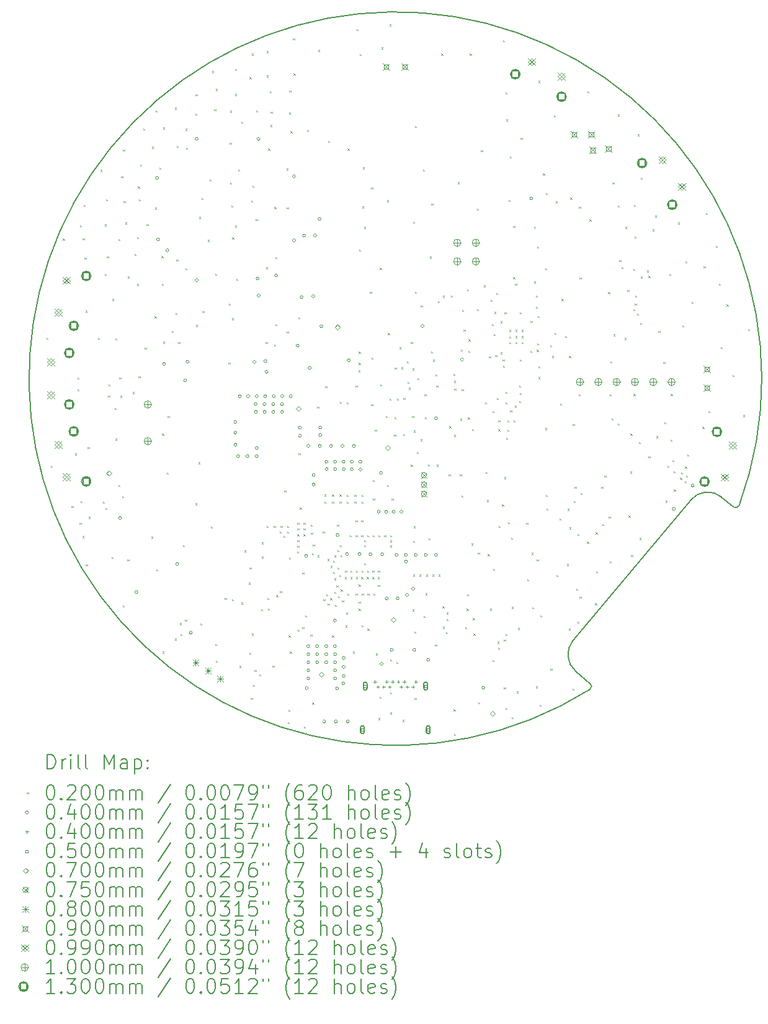
<source format=gbr>
%TF.GenerationSoftware,KiCad,Pcbnew,6.0.7-1.fc36*%
%TF.CreationDate,2022-08-10T12:43:16+02:00*%
%TF.ProjectId,LAITS-HW,4c414954-532d-4485-972e-6b696361645f,1.0.1*%
%TF.SameCoordinates,Original*%
%TF.FileFunction,Drillmap*%
%TF.FilePolarity,Positive*%
%FSLAX45Y45*%
G04 Gerber Fmt 4.5, Leading zero omitted, Abs format (unit mm)*
G04 Created by KiCad (PCBNEW 6.0.7-1.fc36) date 2022-08-10 12:43:16*
%MOMM*%
%LPD*%
G01*
G04 APERTURE LIST*
%ADD10C,0.200000*%
%ADD11C,0.020000*%
%ADD12C,0.040000*%
%ADD13C,0.050000*%
%ADD14C,0.070000*%
%ADD15C,0.075000*%
%ADD16C,0.080000*%
%ADD17C,0.090000*%
%ADD18C,0.099000*%
%ADD19C,0.100000*%
%ADD20C,0.130000*%
G04 APERTURE END LIST*
D10*
X10861676Y-15388086D02*
X11059640Y-15554198D01*
X13012761Y-13146288D02*
G75*
G03*
X13091815Y-13125270I32139J38298D01*
G01*
X12854316Y-13013349D02*
G75*
G03*
X12431667Y-13050326I-192837J-229811D01*
G01*
X13091815Y-13125270D02*
G75*
G03*
X11054043Y-15634874I-4692007J1727735D01*
G01*
X12431667Y-13050326D02*
X10824699Y-14965437D01*
X12854317Y-13013349D02*
X13012756Y-13146295D01*
X11054042Y-15634873D02*
G75*
G03*
X11059640Y-15554198I-26542J42373D01*
G01*
X10824695Y-14965434D02*
G75*
G03*
X10861676Y-15388086I229815J-192836D01*
G01*
D11*
X3635000Y-10839000D02*
X3655000Y-10859000D01*
X3655000Y-10839000D02*
X3635000Y-10859000D01*
X3699000Y-12585000D02*
X3719000Y-12605000D01*
X3719000Y-12585000D02*
X3699000Y-12605000D01*
X3862439Y-9489679D02*
X3882439Y-9509679D01*
X3882439Y-9489679D02*
X3862439Y-9509679D01*
X3980000Y-13135000D02*
X4000000Y-13155000D01*
X4000000Y-13135000D02*
X3980000Y-13155000D01*
X4027637Y-12419374D02*
X4047637Y-12439374D01*
X4047637Y-12419374D02*
X4027637Y-12439374D01*
X4062500Y-11382500D02*
X4082500Y-11402500D01*
X4082500Y-11382500D02*
X4062500Y-11402500D01*
X4062500Y-11540000D02*
X4082500Y-11560000D01*
X4082500Y-11540000D02*
X4062500Y-11560000D01*
X4090000Y-13360000D02*
X4110000Y-13380000D01*
X4110000Y-13360000D02*
X4090000Y-13380000D01*
X4096353Y-9307971D02*
X4116353Y-9327971D01*
X4116353Y-9307971D02*
X4096353Y-9327971D01*
X4105000Y-13067500D02*
X4125000Y-13087500D01*
X4125000Y-13067500D02*
X4105000Y-13087500D01*
X4126672Y-13545070D02*
X4146672Y-13565070D01*
X4146672Y-13545070D02*
X4126672Y-13565070D01*
X4132661Y-9483648D02*
X4152661Y-9503648D01*
X4152661Y-9483648D02*
X4132661Y-9503648D01*
X4143348Y-9029720D02*
X4163348Y-9049720D01*
X4163348Y-9029720D02*
X4143348Y-9049720D01*
X4156583Y-9748116D02*
X4176583Y-9768116D01*
X4176583Y-9748116D02*
X4156583Y-9768116D01*
X4172500Y-10472500D02*
X4192500Y-10492500D01*
X4192500Y-10472500D02*
X4172500Y-10492500D01*
X4176000Y-13929000D02*
X4196000Y-13949000D01*
X4196000Y-13929000D02*
X4176000Y-13949000D01*
X4200000Y-12327000D02*
X4220000Y-12347000D01*
X4220000Y-12327000D02*
X4200000Y-12347000D01*
X4215000Y-13282500D02*
X4235000Y-13302500D01*
X4235000Y-13282500D02*
X4215000Y-13302500D01*
X4341000Y-10840000D02*
X4361000Y-10860000D01*
X4361000Y-10840000D02*
X4341000Y-10860000D01*
X4375601Y-8548395D02*
X4395601Y-8568395D01*
X4395601Y-8548395D02*
X4375601Y-8568395D01*
X4409966Y-13076093D02*
X4429966Y-13096093D01*
X4429966Y-13076093D02*
X4409966Y-13096093D01*
X4435000Y-9968000D02*
X4455000Y-9988000D01*
X4455000Y-9968000D02*
X4435000Y-9988000D01*
X4435497Y-9294426D02*
X4455497Y-9314426D01*
X4455497Y-9294426D02*
X4435497Y-9314426D01*
X4442550Y-13157500D02*
X4462550Y-13177500D01*
X4462550Y-13157500D02*
X4442550Y-13177500D01*
X4449765Y-8950020D02*
X4469765Y-8970020D01*
X4469765Y-8950020D02*
X4449765Y-8970020D01*
X4464000Y-9729000D02*
X4484000Y-9749000D01*
X4484000Y-9729000D02*
X4464000Y-9749000D01*
X4480000Y-11625000D02*
X4500000Y-11645000D01*
X4500000Y-11625000D02*
X4480000Y-11645000D01*
X4485000Y-11472500D02*
X4505000Y-11492500D01*
X4505000Y-11472500D02*
X4485000Y-11492500D01*
X4525000Y-13828000D02*
X4545000Y-13848000D01*
X4545000Y-13828000D02*
X4525000Y-13848000D01*
X4535000Y-10309000D02*
X4555000Y-10329000D01*
X4555000Y-10309000D02*
X4535000Y-10329000D01*
X4568386Y-11794680D02*
X4588386Y-11814680D01*
X4588386Y-11794680D02*
X4568386Y-11814680D01*
X4577027Y-12215219D02*
X4597027Y-12235219D01*
X4597027Y-12215219D02*
X4577027Y-12235219D01*
X4578000Y-10849950D02*
X4598000Y-10869950D01*
X4598000Y-10849950D02*
X4578000Y-10869950D01*
X4618660Y-12844889D02*
X4638660Y-12864889D01*
X4638660Y-12844889D02*
X4618660Y-12864889D01*
X4618821Y-9495376D02*
X4638821Y-9515376D01*
X4638821Y-9495376D02*
X4618821Y-9515376D01*
X4632500Y-11382500D02*
X4652500Y-11402500D01*
X4652500Y-11382500D02*
X4632500Y-11402500D01*
X4645000Y-11630000D02*
X4665000Y-11650000D01*
X4665000Y-11630000D02*
X4645000Y-11650000D01*
X4658000Y-8639000D02*
X4678000Y-8659000D01*
X4678000Y-8639000D02*
X4658000Y-8659000D01*
X4670000Y-13000000D02*
X4690000Y-13020000D01*
X4690000Y-13000000D02*
X4670000Y-13020000D01*
X4676451Y-14490381D02*
X4696451Y-14510381D01*
X4696451Y-14490381D02*
X4676451Y-14510381D01*
X4683000Y-8276000D02*
X4703000Y-8296000D01*
X4703000Y-8276000D02*
X4683000Y-8296000D01*
X4692474Y-8974590D02*
X4712474Y-8994590D01*
X4712474Y-8974590D02*
X4692474Y-8994590D01*
X4710739Y-9269866D02*
X4730739Y-9289866D01*
X4730739Y-9269866D02*
X4710739Y-9289866D01*
X4742938Y-13859577D02*
X4762938Y-13879577D01*
X4762938Y-13859577D02*
X4742938Y-13879577D01*
X4747000Y-10007000D02*
X4767000Y-10027000D01*
X4767000Y-10007000D02*
X4747000Y-10027000D01*
X4812500Y-11580000D02*
X4832500Y-11600000D01*
X4832500Y-11580000D02*
X4812500Y-11600000D01*
X4838000Y-9695000D02*
X4858000Y-9715000D01*
X4858000Y-9695000D02*
X4838000Y-9715000D01*
X4871137Y-9465615D02*
X4891137Y-9485615D01*
X4891137Y-9465615D02*
X4871137Y-9485615D01*
X4872000Y-10107000D02*
X4892000Y-10127000D01*
X4892000Y-10107000D02*
X4872000Y-10127000D01*
X4887335Y-8776479D02*
X4907335Y-8796479D01*
X4907335Y-8776479D02*
X4887335Y-8796479D01*
X4895000Y-11365000D02*
X4915000Y-11385000D01*
X4915000Y-11365000D02*
X4895000Y-11385000D01*
X4899516Y-8951757D02*
X4919516Y-8971757D01*
X4919516Y-8951757D02*
X4899516Y-8971757D01*
X4917389Y-8477824D02*
X4937389Y-8497824D01*
X4937389Y-8477824D02*
X4917389Y-8497824D01*
X4960486Y-7983846D02*
X4980486Y-8003846D01*
X4980486Y-7983846D02*
X4960486Y-8003846D01*
X4980000Y-10977500D02*
X5000000Y-10997500D01*
X5000000Y-10977500D02*
X4980000Y-10997500D01*
X5006000Y-9291000D02*
X5026000Y-9311000D01*
X5026000Y-9291000D02*
X5006000Y-9311000D01*
X5066983Y-13552333D02*
X5086983Y-13572333D01*
X5086983Y-13552333D02*
X5066983Y-13572333D01*
X5074000Y-8235000D02*
X5094000Y-8255000D01*
X5094000Y-8235000D02*
X5074000Y-8255000D01*
X5115000Y-10547000D02*
X5135000Y-10567000D01*
X5135000Y-10547000D02*
X5115000Y-10567000D01*
X5118967Y-9067139D02*
X5138967Y-9087139D01*
X5138967Y-9067139D02*
X5118967Y-9087139D01*
X5128884Y-7738346D02*
X5148884Y-7758346D01*
X5148884Y-7738346D02*
X5128884Y-7758346D01*
X5134193Y-13996396D02*
X5154193Y-14016396D01*
X5154193Y-13996396D02*
X5134193Y-14016396D01*
X5180123Y-8518898D02*
X5200123Y-8538898D01*
X5200123Y-8518898D02*
X5180123Y-8538898D01*
X5207987Y-9725577D02*
X5227987Y-9745577D01*
X5227987Y-9725577D02*
X5207987Y-9745577D01*
X5211000Y-10104000D02*
X5231000Y-10124000D01*
X5231000Y-10104000D02*
X5211000Y-10124000D01*
X5216477Y-12146089D02*
X5236477Y-12166089D01*
X5236477Y-12146089D02*
X5216477Y-12166089D01*
X5223000Y-15120000D02*
X5243000Y-15140000D01*
X5243000Y-15120000D02*
X5223000Y-15140000D01*
X5231000Y-7974000D02*
X5251000Y-7994000D01*
X5251000Y-7974000D02*
X5231000Y-7994000D01*
X5231000Y-10894000D02*
X5251000Y-10914000D01*
X5251000Y-10894000D02*
X5231000Y-10914000D01*
X5281606Y-12677844D02*
X5301606Y-12697844D01*
X5301606Y-12677844D02*
X5281606Y-12697844D01*
X5291000Y-11904000D02*
X5311000Y-11924000D01*
X5311000Y-11904000D02*
X5291000Y-11924000D01*
X5348000Y-10745000D02*
X5368000Y-10765000D01*
X5368000Y-10745000D02*
X5348000Y-10765000D01*
X5390000Y-14942500D02*
X5410000Y-14962500D01*
X5410000Y-14942500D02*
X5390000Y-14962500D01*
X5390560Y-7701307D02*
X5410560Y-7721307D01*
X5410560Y-7701307D02*
X5390560Y-7721307D01*
X5400791Y-10498315D02*
X5420791Y-10518315D01*
X5420791Y-10498315D02*
X5400791Y-10518315D01*
X5412000Y-9771000D02*
X5432000Y-9791000D01*
X5432000Y-9771000D02*
X5412000Y-9791000D01*
X5412664Y-8221693D02*
X5432664Y-8241693D01*
X5432664Y-8221693D02*
X5412664Y-8241693D01*
X5435000Y-10896766D02*
X5455000Y-10916766D01*
X5455000Y-10896766D02*
X5435000Y-10916766D01*
X5458392Y-14730050D02*
X5478392Y-14750050D01*
X5478392Y-14730050D02*
X5458392Y-14750050D01*
X5467500Y-14877500D02*
X5487500Y-14897500D01*
X5487500Y-14877500D02*
X5467500Y-14897500D01*
X5499044Y-13665149D02*
X5519044Y-13685149D01*
X5519044Y-13665149D02*
X5499044Y-13685149D01*
X5528136Y-14685586D02*
X5548136Y-14705586D01*
X5548136Y-14685586D02*
X5528136Y-14705586D01*
X5534000Y-7990000D02*
X5554000Y-8010000D01*
X5554000Y-7990000D02*
X5534000Y-8010000D01*
X5536000Y-9893000D02*
X5556000Y-9913000D01*
X5556000Y-9893000D02*
X5536000Y-9913000D01*
X5540000Y-8250000D02*
X5560000Y-8270000D01*
X5560000Y-8250000D02*
X5540000Y-8270000D01*
X5667000Y-13096000D02*
X5687000Y-13116000D01*
X5687000Y-13096000D02*
X5667000Y-13116000D01*
X5669044Y-7785627D02*
X5689044Y-7805627D01*
X5689044Y-7785627D02*
X5669044Y-7805627D01*
X5674694Y-7518067D02*
X5694694Y-7538067D01*
X5694694Y-7518067D02*
X5674694Y-7538067D01*
X5677000Y-10665000D02*
X5697000Y-10685000D01*
X5697000Y-10665000D02*
X5677000Y-10685000D01*
X5711218Y-12537536D02*
X5731218Y-12557536D01*
X5731218Y-12537536D02*
X5711218Y-12557536D01*
X5719895Y-9193962D02*
X5739895Y-9213962D01*
X5739895Y-9193962D02*
X5719895Y-9213962D01*
X5735000Y-14732500D02*
X5755000Y-14752500D01*
X5755000Y-14732500D02*
X5735000Y-14752500D01*
X5754000Y-8934000D02*
X5774000Y-8954000D01*
X5774000Y-8934000D02*
X5754000Y-8954000D01*
X5768000Y-10473000D02*
X5788000Y-10493000D01*
X5788000Y-10473000D02*
X5768000Y-10493000D01*
X5837912Y-9506006D02*
X5857912Y-9526006D01*
X5857912Y-9506006D02*
X5837912Y-9526006D01*
X5863915Y-8679890D02*
X5883915Y-8699890D01*
X5883915Y-8679890D02*
X5863915Y-8699890D01*
X5883098Y-13413114D02*
X5903098Y-13433114D01*
X5903098Y-13413114D02*
X5883098Y-13433114D01*
X5897534Y-7202477D02*
X5917534Y-7222477D01*
X5917534Y-7202477D02*
X5897534Y-7222477D01*
X5928470Y-7724230D02*
X5948470Y-7744230D01*
X5948470Y-7724230D02*
X5928470Y-7744230D01*
X5938187Y-9966862D02*
X5958187Y-9986862D01*
X5958187Y-9966862D02*
X5938187Y-9986862D01*
X5940000Y-15012500D02*
X5960000Y-15032500D01*
X5960000Y-15012500D02*
X5940000Y-15032500D01*
X5947907Y-15244571D02*
X5967907Y-15264571D01*
X5967907Y-15244571D02*
X5947907Y-15264571D01*
X5949647Y-7450043D02*
X5969647Y-7470043D01*
X5969647Y-7450043D02*
X5949647Y-7470043D01*
X6072000Y-14385000D02*
X6092000Y-14405000D01*
X6092000Y-14385000D02*
X6072000Y-14405000D01*
X6122016Y-11178868D02*
X6142016Y-11198868D01*
X6142016Y-11178868D02*
X6122016Y-11198868D01*
X6127000Y-10376000D02*
X6147000Y-10396000D01*
X6147000Y-10376000D02*
X6127000Y-10396000D01*
X6139000Y-8182000D02*
X6159000Y-8202000D01*
X6159000Y-8182000D02*
X6139000Y-8202000D01*
X6142970Y-7743792D02*
X6162970Y-7763792D01*
X6162970Y-7743792D02*
X6142970Y-7763792D01*
X6143885Y-8720265D02*
X6163885Y-8740265D01*
X6163885Y-8720265D02*
X6143885Y-8740265D01*
X6162148Y-9037886D02*
X6182148Y-9057886D01*
X6182148Y-9037886D02*
X6162148Y-9057886D01*
X6168000Y-10572000D02*
X6188000Y-10592000D01*
X6188000Y-10572000D02*
X6168000Y-10592000D01*
X6170000Y-14405000D02*
X6190000Y-14425000D01*
X6190000Y-14405000D02*
X6170000Y-14425000D01*
X6173675Y-9473196D02*
X6193675Y-9493196D01*
X6193675Y-9473196D02*
X6173675Y-9493196D01*
X6210297Y-7172989D02*
X6230297Y-7192989D01*
X6230297Y-7172989D02*
X6210297Y-7192989D01*
X6213535Y-9309814D02*
X6233535Y-9329814D01*
X6233535Y-9309814D02*
X6213535Y-9329814D01*
X6213561Y-7515721D02*
X6233561Y-7535721D01*
X6233561Y-7515721D02*
X6213561Y-7535721D01*
X6228336Y-10033030D02*
X6248336Y-10053030D01*
X6248336Y-10033030D02*
X6228336Y-10053030D01*
X6251576Y-8547658D02*
X6271576Y-8567658D01*
X6271576Y-8547658D02*
X6251576Y-8567658D01*
X6272500Y-15315000D02*
X6292500Y-15335000D01*
X6292500Y-15315000D02*
X6272500Y-15335000D01*
X6297775Y-7891382D02*
X6317775Y-7911382D01*
X6317775Y-7891382D02*
X6297775Y-7911382D01*
X6298000Y-14450000D02*
X6318000Y-14470000D01*
X6318000Y-14450000D02*
X6298000Y-14470000D01*
X6337500Y-13740000D02*
X6357500Y-13760000D01*
X6357500Y-13740000D02*
X6337500Y-13760000D01*
X6395000Y-14180000D02*
X6415000Y-14200000D01*
X6415000Y-14180000D02*
X6395000Y-14200000D01*
X6407500Y-15130050D02*
X6427500Y-15150050D01*
X6427500Y-15130050D02*
X6407500Y-15150050D01*
X6408644Y-13974644D02*
X6428644Y-13994644D01*
X6428644Y-13974644D02*
X6408644Y-13994644D01*
X6409480Y-7287201D02*
X6429480Y-7307201D01*
X6429480Y-7287201D02*
X6409480Y-7307201D01*
X6427500Y-15750000D02*
X6447500Y-15770000D01*
X6447500Y-15750000D02*
X6427500Y-15770000D01*
X6431226Y-8967076D02*
X6451226Y-8987076D01*
X6451226Y-8967076D02*
X6431226Y-8987076D01*
X6439950Y-14875000D02*
X6459950Y-14895000D01*
X6459950Y-14875000D02*
X6439950Y-14895000D01*
X6440497Y-6965967D02*
X6460497Y-6985967D01*
X6460497Y-6965967D02*
X6440497Y-6985967D01*
X6450105Y-8765874D02*
X6470105Y-8785874D01*
X6470105Y-8765874D02*
X6450105Y-8785874D01*
X6455000Y-15572500D02*
X6475000Y-15592500D01*
X6475000Y-15572500D02*
X6455000Y-15592500D01*
X6479000Y-15370000D02*
X6499000Y-15390000D01*
X6499000Y-15370000D02*
X6479000Y-15390000D01*
X6494670Y-9220609D02*
X6514670Y-9240609D01*
X6514670Y-9220609D02*
X6494670Y-9240609D01*
X6499604Y-7742207D02*
X6519604Y-7762207D01*
X6519604Y-7742207D02*
X6499604Y-7762207D01*
X6542000Y-15429950D02*
X6562000Y-15449950D01*
X6562000Y-15429950D02*
X6542000Y-15449950D01*
X6566000Y-14537000D02*
X6586000Y-14557000D01*
X6586000Y-14537000D02*
X6566000Y-14557000D01*
X6575246Y-13825246D02*
X6595246Y-13845246D01*
X6595246Y-13825246D02*
X6575246Y-13845246D01*
X6576000Y-13629000D02*
X6596000Y-13649000D01*
X6596000Y-13629000D02*
X6576000Y-13649000D01*
X6630000Y-10896766D02*
X6650000Y-10916766D01*
X6650000Y-10896766D02*
X6630000Y-10916766D01*
X6637000Y-9878000D02*
X6657000Y-9898000D01*
X6657000Y-9878000D02*
X6637000Y-9898000D01*
X6643124Y-7260898D02*
X6663124Y-7280898D01*
X6663124Y-7260898D02*
X6643124Y-7280898D01*
X6645000Y-13402500D02*
X6665000Y-13422500D01*
X6665000Y-13402500D02*
X6645000Y-13422500D01*
X6645251Y-6930640D02*
X6665251Y-6950640D01*
X6665251Y-6930640D02*
X6645251Y-6950640D01*
X6652856Y-14389465D02*
X6672856Y-14409465D01*
X6672856Y-14389465D02*
X6652856Y-14409465D01*
X6658000Y-14530050D02*
X6678000Y-14550050D01*
X6678000Y-14530050D02*
X6658000Y-14550050D01*
X6665000Y-8260000D02*
X6685000Y-8280000D01*
X6685000Y-8260000D02*
X6665000Y-8280000D01*
X6682546Y-7477616D02*
X6702546Y-7497616D01*
X6702546Y-7477616D02*
X6682546Y-7497616D01*
X6694327Y-7940411D02*
X6714327Y-7960411D01*
X6714327Y-7940411D02*
X6694327Y-7960411D01*
X6698102Y-7756750D02*
X6718102Y-7776750D01*
X6718102Y-7756750D02*
X6698102Y-7776750D01*
X6722500Y-15310000D02*
X6742500Y-15330000D01*
X6742500Y-15310000D02*
X6722500Y-15330000D01*
X6740000Y-13402500D02*
X6760000Y-13422500D01*
X6760000Y-13402500D02*
X6740000Y-13422500D01*
X6742500Y-10930000D02*
X6762500Y-10950000D01*
X6762500Y-10930000D02*
X6742500Y-10950000D01*
X6747403Y-9058163D02*
X6767403Y-9078163D01*
X6767403Y-9058163D02*
X6747403Y-9078163D01*
X6760000Y-9739000D02*
X6780000Y-9759000D01*
X6780000Y-9739000D02*
X6760000Y-9759000D01*
X6762000Y-10651000D02*
X6782000Y-10671000D01*
X6782000Y-10651000D02*
X6762000Y-10671000D01*
X6775000Y-14350000D02*
X6795000Y-14370000D01*
X6795000Y-14350000D02*
X6775000Y-14370000D01*
X6820000Y-13482500D02*
X6840000Y-13502500D01*
X6840000Y-13482500D02*
X6820000Y-13502500D01*
X6825050Y-14296163D02*
X6845050Y-14316163D01*
X6845050Y-14296163D02*
X6825050Y-14316163D01*
X6832500Y-13402500D02*
X6852500Y-13422500D01*
X6852500Y-13402500D02*
X6832500Y-13422500D01*
X6872500Y-13542500D02*
X6892500Y-13562500D01*
X6892500Y-13542500D02*
X6872500Y-13562500D01*
X6885000Y-12922000D02*
X6905000Y-12942000D01*
X6905000Y-12922000D02*
X6885000Y-12942000D01*
X6915000Y-8532500D02*
X6935000Y-8552500D01*
X6935000Y-8532500D02*
X6915000Y-8552500D01*
X6917000Y-10753000D02*
X6937000Y-10773000D01*
X6937000Y-10753000D02*
X6917000Y-10773000D01*
X6918262Y-9062042D02*
X6938262Y-9082042D01*
X6938262Y-9062042D02*
X6918262Y-9082042D01*
X6920000Y-13402500D02*
X6940000Y-13422500D01*
X6940000Y-13402500D02*
X6920000Y-13422500D01*
X6920000Y-13482500D02*
X6940000Y-13502500D01*
X6940000Y-13482500D02*
X6920000Y-13502500D01*
X6933000Y-16079000D02*
X6953000Y-16099000D01*
X6953000Y-16079000D02*
X6933000Y-16099000D01*
X6937500Y-15910000D02*
X6957500Y-15930000D01*
X6957500Y-15910000D02*
X6937500Y-15930000D01*
X6942391Y-14899891D02*
X6962391Y-14919891D01*
X6962391Y-14899891D02*
X6942391Y-14919891D01*
X6949652Y-7771774D02*
X6969652Y-7791774D01*
X6969652Y-7771774D02*
X6949652Y-7791774D01*
X6950000Y-13837500D02*
X6970000Y-13857500D01*
X6970000Y-13837500D02*
X6950000Y-13857500D01*
X6951873Y-7467161D02*
X6971873Y-7487161D01*
X6971873Y-7467161D02*
X6951873Y-7487161D01*
X6959460Y-15118460D02*
X6979460Y-15138460D01*
X6979460Y-15118460D02*
X6959460Y-15138460D01*
X6967403Y-8025478D02*
X6987403Y-8045478D01*
X6987403Y-8025478D02*
X6967403Y-8045478D01*
X7002000Y-6758000D02*
X7022000Y-6778000D01*
X7022000Y-6758000D02*
X7002000Y-6778000D01*
X7012080Y-7237767D02*
X7032080Y-7257767D01*
X7032080Y-7237767D02*
X7012080Y-7257767D01*
X7060000Y-13752500D02*
X7080000Y-13772500D01*
X7080000Y-13752500D02*
X7060000Y-13772500D01*
X7062500Y-13362500D02*
X7082500Y-13382500D01*
X7082500Y-13362500D02*
X7062500Y-13382500D01*
X7062500Y-13440833D02*
X7082500Y-13460833D01*
X7082500Y-13440833D02*
X7062500Y-13460833D01*
X7062500Y-13519167D02*
X7082500Y-13539167D01*
X7082500Y-13519167D02*
X7062500Y-13539167D01*
X7062500Y-13597500D02*
X7082500Y-13617500D01*
X7082500Y-13597500D02*
X7062500Y-13617500D01*
X7062500Y-13675000D02*
X7082500Y-13695000D01*
X7082500Y-13675000D02*
X7062500Y-13695000D01*
X7064950Y-14820000D02*
X7084950Y-14840000D01*
X7084950Y-14820000D02*
X7064950Y-14840000D01*
X7074000Y-10561000D02*
X7094000Y-10581000D01*
X7094000Y-10561000D02*
X7074000Y-10581000D01*
X7077500Y-12412500D02*
X7097500Y-12432500D01*
X7097500Y-12412500D02*
X7077500Y-12432500D01*
X7095000Y-13155000D02*
X7115000Y-13175000D01*
X7115000Y-13155000D02*
X7095000Y-13175000D01*
X7129925Y-14787646D02*
X7149925Y-14807646D01*
X7149925Y-14787646D02*
X7129925Y-14807646D01*
X7130000Y-14040000D02*
X7150000Y-14060000D01*
X7150000Y-14040000D02*
X7130000Y-14060000D01*
X7147500Y-13362500D02*
X7167500Y-13382500D01*
X7167500Y-13362500D02*
X7147500Y-13382500D01*
X7147500Y-13440000D02*
X7167500Y-13460000D01*
X7167500Y-13440000D02*
X7147500Y-13460000D01*
X7147500Y-13520000D02*
X7167500Y-13540000D01*
X7167500Y-13520000D02*
X7147500Y-13540000D01*
X7152000Y-16139000D02*
X7172000Y-16159000D01*
X7172000Y-16139000D02*
X7152000Y-16159000D01*
X7170000Y-14622500D02*
X7190000Y-14642500D01*
X7190000Y-14622500D02*
X7170000Y-14642500D01*
X7192262Y-8004004D02*
X7212262Y-8024004D01*
X7212262Y-8004004D02*
X7192262Y-8024004D01*
X7240000Y-14887500D02*
X7260000Y-14907500D01*
X7260000Y-14887500D02*
X7240000Y-14907500D01*
X7245000Y-13387500D02*
X7265000Y-13407500D01*
X7265000Y-13387500D02*
X7245000Y-13407500D01*
X7247500Y-13497500D02*
X7267500Y-13517500D01*
X7267500Y-13497500D02*
X7247500Y-13517500D01*
X7259022Y-13775246D02*
X7279022Y-13795246D01*
X7279022Y-13775246D02*
X7259022Y-13795246D01*
X7265000Y-15815000D02*
X7285000Y-15835000D01*
X7285000Y-15815000D02*
X7265000Y-15835000D01*
X7272500Y-13657500D02*
X7292500Y-13677500D01*
X7292500Y-13657500D02*
X7272500Y-13677500D01*
X7333325Y-11776675D02*
X7353325Y-11796675D01*
X7353325Y-11776675D02*
X7333325Y-11796675D01*
X7335000Y-13807500D02*
X7355000Y-13827500D01*
X7355000Y-13807500D02*
X7335000Y-13827500D01*
X7343785Y-6916572D02*
X7363785Y-6936572D01*
X7363785Y-6916572D02*
X7343785Y-6936572D01*
X7410000Y-13480000D02*
X7430000Y-13500000D01*
X7430000Y-13480000D02*
X7410000Y-13500000D01*
X7416921Y-14405300D02*
X7436921Y-14425300D01*
X7436921Y-14405300D02*
X7416921Y-14425300D01*
X7432500Y-12977500D02*
X7452500Y-12997500D01*
X7452500Y-12977500D02*
X7432500Y-12997500D01*
X7432500Y-13072500D02*
X7452500Y-13092500D01*
X7452500Y-13072500D02*
X7432500Y-13092500D01*
X7442550Y-11497950D02*
X7462550Y-11517950D01*
X7462550Y-11497950D02*
X7442550Y-11517950D01*
X7455000Y-14335000D02*
X7475000Y-14355000D01*
X7475000Y-14335000D02*
X7455000Y-14355000D01*
X7469950Y-13857500D02*
X7489950Y-13877500D01*
X7489950Y-13857500D02*
X7469950Y-13877500D01*
X7476245Y-14462475D02*
X7496245Y-14482475D01*
X7496245Y-14462475D02*
X7476245Y-14482475D01*
X7480000Y-8157000D02*
X7500000Y-8177000D01*
X7500000Y-8157000D02*
X7480000Y-8177000D01*
X7510000Y-14390000D02*
X7530000Y-14410000D01*
X7530000Y-14390000D02*
X7510000Y-14410000D01*
X7512500Y-13952500D02*
X7532500Y-13972500D01*
X7532500Y-13952500D02*
X7512500Y-13972500D01*
X7535000Y-14900550D02*
X7555000Y-14920550D01*
X7555000Y-14900550D02*
X7535000Y-14920550D01*
X7537500Y-12977500D02*
X7557500Y-12997500D01*
X7557500Y-12977500D02*
X7537500Y-12997500D01*
X7537500Y-13072500D02*
X7557500Y-13092500D01*
X7557500Y-13072500D02*
X7537500Y-13092500D01*
X7547500Y-13880000D02*
X7567500Y-13900000D01*
X7567500Y-13880000D02*
X7547500Y-13900000D01*
X7550000Y-14032500D02*
X7570000Y-14052500D01*
X7570000Y-14032500D02*
X7550000Y-14052500D01*
X7565000Y-14120000D02*
X7585000Y-14140000D01*
X7585000Y-14120000D02*
X7565000Y-14140000D01*
X7565000Y-14300000D02*
X7585000Y-14320000D01*
X7585000Y-14300000D02*
X7565000Y-14320000D01*
X7567354Y-13805694D02*
X7587354Y-13825694D01*
X7587354Y-13805694D02*
X7567354Y-13825694D01*
X7571539Y-14482138D02*
X7591539Y-14502138D01*
X7591539Y-14482138D02*
X7571539Y-14502138D01*
X7596250Y-14216250D02*
X7616250Y-14236250D01*
X7616250Y-14216250D02*
X7596250Y-14236250D01*
X7605000Y-13390000D02*
X7625000Y-13410000D01*
X7625000Y-13390000D02*
X7605000Y-13410000D01*
X7610000Y-13737500D02*
X7630000Y-13757500D01*
X7630000Y-13737500D02*
X7610000Y-13757500D01*
X7610000Y-13972500D02*
X7630000Y-13992500D01*
X7630000Y-13972500D02*
X7610000Y-13992500D01*
X7617500Y-14360000D02*
X7637500Y-14380000D01*
X7637500Y-14360000D02*
X7617500Y-14380000D01*
X7632500Y-14075000D02*
X7652500Y-14095000D01*
X7652500Y-14075000D02*
X7632500Y-14095000D01*
X7637500Y-12977500D02*
X7657500Y-12997500D01*
X7657500Y-12977500D02*
X7637500Y-12997500D01*
X7637500Y-13072500D02*
X7657500Y-13092500D01*
X7657500Y-13072500D02*
X7637500Y-13092500D01*
X7640000Y-13670000D02*
X7660000Y-13690000D01*
X7660000Y-13670000D02*
X7640000Y-13690000D01*
X7640629Y-11709411D02*
X7660629Y-11729411D01*
X7660629Y-11709411D02*
X7640629Y-11729411D01*
X7652669Y-13805112D02*
X7672669Y-13825112D01*
X7672669Y-13805112D02*
X7652669Y-13825112D01*
X7653750Y-14273750D02*
X7673750Y-14293750D01*
X7673750Y-14273750D02*
X7653750Y-14293750D01*
X7670000Y-14420000D02*
X7690000Y-14440000D01*
X7690000Y-14420000D02*
X7670000Y-14440000D01*
X7710000Y-14102500D02*
X7730000Y-14122500D01*
X7730000Y-14102500D02*
X7710000Y-14122500D01*
X7712500Y-14015000D02*
X7732500Y-14035000D01*
X7732500Y-14015000D02*
X7712500Y-14035000D01*
X7720000Y-14765000D02*
X7740000Y-14785000D01*
X7740000Y-14765000D02*
X7720000Y-14785000D01*
X7725000Y-14587500D02*
X7745000Y-14607500D01*
X7745000Y-14587500D02*
X7725000Y-14607500D01*
X7737000Y-11721000D02*
X7757000Y-11741000D01*
X7757000Y-11721000D02*
X7737000Y-11741000D01*
X7737500Y-12980000D02*
X7757500Y-13000000D01*
X7757500Y-12980000D02*
X7737500Y-13000000D01*
X7737500Y-13075000D02*
X7757500Y-13095000D01*
X7757500Y-13075000D02*
X7737500Y-13095000D01*
X7745000Y-14330000D02*
X7765000Y-14350000D01*
X7765000Y-14330000D02*
X7745000Y-14350000D01*
X7746552Y-8260885D02*
X7766552Y-8280885D01*
X7766552Y-8260885D02*
X7746552Y-8280885D01*
X7778125Y-13530000D02*
X7798125Y-13550000D01*
X7798125Y-13530000D02*
X7778125Y-13550000D01*
X7785000Y-14102500D02*
X7805000Y-14122500D01*
X7805000Y-14102500D02*
X7785000Y-14122500D01*
X7787500Y-14015000D02*
X7807500Y-14035000D01*
X7807500Y-14015000D02*
X7787500Y-14035000D01*
X7820000Y-15120000D02*
X7840000Y-15140000D01*
X7840000Y-15120000D02*
X7820000Y-15140000D01*
X7840000Y-12980000D02*
X7860000Y-13000000D01*
X7860000Y-12980000D02*
X7840000Y-13000000D01*
X7840000Y-13075000D02*
X7860000Y-13095000D01*
X7860000Y-13075000D02*
X7840000Y-13095000D01*
X7856250Y-13530000D02*
X7876250Y-13550000D01*
X7876250Y-13530000D02*
X7856250Y-13550000D01*
X7857000Y-11493000D02*
X7877000Y-11513000D01*
X7877000Y-11493000D02*
X7857000Y-11513000D01*
X7857500Y-13327450D02*
X7877500Y-13347450D01*
X7877500Y-13327450D02*
X7857500Y-13347450D01*
X7859000Y-14330000D02*
X7879000Y-14350000D01*
X7879000Y-14330000D02*
X7859000Y-14350000D01*
X7860000Y-14102500D02*
X7880000Y-14122500D01*
X7880000Y-14102500D02*
X7860000Y-14122500D01*
X7862500Y-14015000D02*
X7882500Y-14035000D01*
X7882500Y-14015000D02*
X7862500Y-14035000D01*
X7872628Y-6633140D02*
X7892628Y-6653140D01*
X7892628Y-6633140D02*
X7872628Y-6653140D01*
X7895000Y-11282500D02*
X7915000Y-11302500D01*
X7915000Y-11282500D02*
X7895000Y-11302500D01*
X7900000Y-11030000D02*
X7920000Y-11050000D01*
X7920000Y-11030000D02*
X7900000Y-11050000D01*
X7900000Y-11182500D02*
X7920000Y-11202500D01*
X7920000Y-11182500D02*
X7900000Y-11202500D01*
X7900000Y-14205000D02*
X7920000Y-14225000D01*
X7920000Y-14205000D02*
X7900000Y-14225000D01*
X7900000Y-14437500D02*
X7920000Y-14457500D01*
X7920000Y-14437500D02*
X7900000Y-14457500D01*
X7900000Y-14535000D02*
X7920000Y-14555000D01*
X7920000Y-14535000D02*
X7900000Y-14555000D01*
X7905000Y-9639000D02*
X7925000Y-9659000D01*
X7925000Y-9639000D02*
X7905000Y-9659000D01*
X7914105Y-6971876D02*
X7934105Y-6991876D01*
X7934105Y-6971876D02*
X7914105Y-6991876D01*
X7934375Y-13530000D02*
X7954375Y-13550000D01*
X7954375Y-13530000D02*
X7934375Y-13550000D01*
X7935000Y-13327450D02*
X7955000Y-13347450D01*
X7955000Y-13327450D02*
X7935000Y-13347450D01*
X7935000Y-14102500D02*
X7955000Y-14122500D01*
X7955000Y-14102500D02*
X7935000Y-14122500D01*
X7937500Y-14015000D02*
X7957500Y-14035000D01*
X7957500Y-14015000D02*
X7937500Y-14035000D01*
X7937500Y-14759950D02*
X7957500Y-14779950D01*
X7957500Y-14759950D02*
X7937500Y-14779950D01*
X7940000Y-12980000D02*
X7960000Y-13000000D01*
X7960000Y-12980000D02*
X7940000Y-13000000D01*
X7940000Y-13075000D02*
X7960000Y-13095000D01*
X7960000Y-13075000D02*
X7940000Y-13095000D01*
X7943000Y-14330000D02*
X7963000Y-14350000D01*
X7963000Y-14330000D02*
X7943000Y-14350000D01*
X7944458Y-9048334D02*
X7964458Y-9068334D01*
X7964458Y-9048334D02*
X7944458Y-9068334D01*
X7953643Y-8515302D02*
X7973643Y-8535302D01*
X7973643Y-8515302D02*
X7953643Y-8535302D01*
X7970000Y-13600000D02*
X7990000Y-13620000D01*
X7990000Y-13600000D02*
X7970000Y-13620000D01*
X7970000Y-13670000D02*
X7990000Y-13690000D01*
X7990000Y-13670000D02*
X7970000Y-13690000D01*
X7970000Y-13915000D02*
X7990000Y-13935000D01*
X7990000Y-13915000D02*
X7970000Y-13935000D01*
X7973000Y-9329000D02*
X7993000Y-9349000D01*
X7993000Y-9329000D02*
X7973000Y-9349000D01*
X8010000Y-14102500D02*
X8030000Y-14122500D01*
X8030000Y-14102500D02*
X8010000Y-14122500D01*
X8012500Y-13530000D02*
X8032500Y-13550000D01*
X8032500Y-13530000D02*
X8012500Y-13550000D01*
X8012500Y-14015000D02*
X8032500Y-14035000D01*
X8032500Y-14015000D02*
X8012500Y-14035000D01*
X8017500Y-14805000D02*
X8037500Y-14825000D01*
X8037500Y-14805000D02*
X8017500Y-14825000D01*
X8018000Y-14330000D02*
X8038000Y-14350000D01*
X8038000Y-14330000D02*
X8018000Y-14350000D01*
X8052365Y-10214060D02*
X8072365Y-10234060D01*
X8072365Y-10214060D02*
X8052365Y-10234060D01*
X8069000Y-8788000D02*
X8089000Y-8808000D01*
X8089000Y-8788000D02*
X8069000Y-8808000D01*
X8070000Y-11745000D02*
X8090000Y-11765000D01*
X8090000Y-11745000D02*
X8070000Y-11765000D01*
X8075000Y-11110000D02*
X8095000Y-11130000D01*
X8095000Y-11110000D02*
X8075000Y-11130000D01*
X8085000Y-14102500D02*
X8105000Y-14122500D01*
X8105000Y-14102500D02*
X8085000Y-14122500D01*
X8087500Y-14015000D02*
X8107500Y-14035000D01*
X8107500Y-14015000D02*
X8087500Y-14035000D01*
X8090000Y-12780000D02*
X8110000Y-12800000D01*
X8110000Y-12780000D02*
X8090000Y-12800000D01*
X8090625Y-13530000D02*
X8110625Y-13550000D01*
X8110625Y-13530000D02*
X8090625Y-13550000D01*
X8096000Y-13030000D02*
X8116000Y-13050000D01*
X8116000Y-13030000D02*
X8096000Y-13050000D01*
X8097000Y-14330000D02*
X8117000Y-14350000D01*
X8117000Y-14330000D02*
X8097000Y-14350000D01*
X8119000Y-12091000D02*
X8139000Y-12111000D01*
X8139000Y-12091000D02*
X8119000Y-12111000D01*
X8135000Y-15145000D02*
X8155000Y-15165000D01*
X8155000Y-15145000D02*
X8135000Y-15165000D01*
X8160000Y-14102500D02*
X8180000Y-14122500D01*
X8180000Y-14102500D02*
X8160000Y-14122500D01*
X8162500Y-14015000D02*
X8182500Y-14035000D01*
X8182500Y-14015000D02*
X8162500Y-14035000D01*
X8162500Y-14207500D02*
X8182500Y-14227500D01*
X8182500Y-14207500D02*
X8162500Y-14227500D01*
X8165000Y-16026000D02*
X8185000Y-16046000D01*
X8185000Y-16026000D02*
X8165000Y-16046000D01*
X8168750Y-13530000D02*
X8188750Y-13550000D01*
X8188750Y-13530000D02*
X8168750Y-13550000D01*
X8181534Y-15732886D02*
X8201534Y-15752886D01*
X8201534Y-15732886D02*
X8181534Y-15752886D01*
X8187168Y-9885694D02*
X8207168Y-9905694D01*
X8207168Y-9885694D02*
X8187168Y-9905694D01*
X8192500Y-11472500D02*
X8212500Y-11492500D01*
X8212500Y-11472500D02*
X8192500Y-11492500D01*
X8210000Y-6880000D02*
X8230000Y-6900000D01*
X8230000Y-6880000D02*
X8210000Y-6900000D01*
X8246875Y-13530000D02*
X8266875Y-13550000D01*
X8266875Y-13530000D02*
X8246875Y-13550000D01*
X8267500Y-11907450D02*
X8287500Y-11927450D01*
X8287500Y-11907450D02*
X8267500Y-11927450D01*
X8284000Y-8963000D02*
X8304000Y-8983000D01*
X8304000Y-8963000D02*
X8284000Y-8983000D01*
X8286000Y-12848000D02*
X8306000Y-12868000D01*
X8306000Y-12848000D02*
X8286000Y-12868000D01*
X8297500Y-10775000D02*
X8317500Y-10795000D01*
X8317500Y-10775000D02*
X8297500Y-10795000D01*
X8318000Y-6567000D02*
X8338000Y-6587000D01*
X8338000Y-6567000D02*
X8318000Y-6587000D01*
X8320000Y-11670000D02*
X8340000Y-11690000D01*
X8340000Y-11670000D02*
X8320000Y-11690000D01*
X8325000Y-13532500D02*
X8345000Y-13552500D01*
X8345000Y-13532500D02*
X8325000Y-13552500D01*
X8326910Y-15226153D02*
X8346910Y-15246153D01*
X8346910Y-15226153D02*
X8326910Y-15246153D01*
X8327500Y-13602500D02*
X8347500Y-13622500D01*
X8347500Y-13602500D02*
X8327500Y-13622500D01*
X8327500Y-13672500D02*
X8347500Y-13692500D01*
X8347500Y-13672500D02*
X8327500Y-13692500D01*
X8327955Y-15948916D02*
X8347955Y-15968916D01*
X8347955Y-15948916D02*
X8327955Y-15968916D01*
X8330008Y-15672080D02*
X8350008Y-15692080D01*
X8350008Y-15672080D02*
X8330008Y-15692080D01*
X8349000Y-13030000D02*
X8369000Y-13050000D01*
X8369000Y-13030000D02*
X8349000Y-13050000D01*
X8384000Y-12162050D02*
X8404000Y-12182050D01*
X8404000Y-12162050D02*
X8384000Y-12182050D01*
X8387500Y-11925000D02*
X8407500Y-11945000D01*
X8407500Y-11925000D02*
X8387500Y-11945000D01*
X8391931Y-11247854D02*
X8411931Y-11267854D01*
X8411931Y-11247854D02*
X8391931Y-11267854D01*
X8410050Y-15261517D02*
X8430050Y-15281517D01*
X8430050Y-15261517D02*
X8410050Y-15281517D01*
X8420000Y-11667500D02*
X8440000Y-11687500D01*
X8440000Y-11667500D02*
X8420000Y-11687500D01*
X8452500Y-10970000D02*
X8472500Y-10990000D01*
X8472500Y-10970000D02*
X8452500Y-10990000D01*
X8477625Y-11242994D02*
X8497625Y-11262994D01*
X8497625Y-11242994D02*
X8477625Y-11262994D01*
X8498379Y-16049730D02*
X8518379Y-16069730D01*
X8518379Y-16049730D02*
X8498379Y-16069730D01*
X8505000Y-12150000D02*
X8525000Y-12170000D01*
X8525000Y-12150000D02*
X8505000Y-12170000D01*
X8510000Y-11662500D02*
X8530000Y-11682500D01*
X8530000Y-11662500D02*
X8510000Y-11682500D01*
X8556200Y-11162500D02*
X8576200Y-11182500D01*
X8576200Y-11162500D02*
X8556200Y-11182500D01*
X8565000Y-11442500D02*
X8585000Y-11462500D01*
X8585000Y-11442500D02*
X8565000Y-11462500D01*
X8580000Y-11522500D02*
X8600000Y-11542500D01*
X8600000Y-11522500D02*
X8580000Y-11542500D01*
X8611000Y-12572000D02*
X8631000Y-12592000D01*
X8631000Y-12572000D02*
X8611000Y-12592000D01*
X8612500Y-10900000D02*
X8632500Y-10920000D01*
X8632500Y-10900000D02*
X8612500Y-10920000D01*
X8628000Y-11905000D02*
X8648000Y-11925000D01*
X8648000Y-11905000D02*
X8628000Y-11925000D01*
X8630000Y-14545000D02*
X8650000Y-14565000D01*
X8650000Y-14545000D02*
X8630000Y-14565000D01*
X8631260Y-11259950D02*
X8651260Y-11279950D01*
X8651260Y-11259950D02*
X8631260Y-11279950D01*
X8639968Y-9256613D02*
X8659968Y-9276613D01*
X8659968Y-9256613D02*
X8639968Y-9276613D01*
X8640000Y-13608000D02*
X8660000Y-13628000D01*
X8660000Y-13608000D02*
X8640000Y-13628000D01*
X8642500Y-14070000D02*
X8662500Y-14090000D01*
X8662500Y-14070000D02*
X8642500Y-14090000D01*
X8651000Y-12104950D02*
X8671000Y-12124950D01*
X8671000Y-12104950D02*
X8651000Y-12124950D01*
X8651995Y-13409669D02*
X8671995Y-13429669D01*
X8671995Y-13409669D02*
X8651995Y-13429669D01*
X8657860Y-14842810D02*
X8677860Y-14862810D01*
X8677860Y-14842810D02*
X8657860Y-14862810D01*
X8661602Y-15749688D02*
X8681602Y-15769688D01*
X8681602Y-15749688D02*
X8661602Y-15769688D01*
X8667000Y-7953000D02*
X8687000Y-7973000D01*
X8687000Y-7953000D02*
X8667000Y-7973000D01*
X8668000Y-10211000D02*
X8688000Y-10231000D01*
X8688000Y-10211000D02*
X8668000Y-10231000D01*
X8690000Y-12395000D02*
X8710000Y-12415000D01*
X8710000Y-12395000D02*
X8690000Y-12415000D01*
X8700050Y-11392500D02*
X8720050Y-11412500D01*
X8720050Y-11392500D02*
X8700050Y-11412500D01*
X8727500Y-14070000D02*
X8747500Y-14090000D01*
X8747500Y-14070000D02*
X8727500Y-14090000D01*
X8739895Y-12222993D02*
X8759895Y-12242993D01*
X8759895Y-12222993D02*
X8739895Y-12242993D01*
X8747500Y-10397550D02*
X8767500Y-10417550D01*
X8767500Y-10397550D02*
X8747500Y-10417550D01*
X8778227Y-8544577D02*
X8798227Y-8564577D01*
X8798227Y-8544577D02*
X8778227Y-8564577D01*
X8782500Y-14630000D02*
X8802500Y-14650000D01*
X8802500Y-14630000D02*
X8782500Y-14650000D01*
X8797500Y-11607500D02*
X8817500Y-11627500D01*
X8817500Y-11607500D02*
X8797500Y-11627500D01*
X8802500Y-11922500D02*
X8822500Y-11942500D01*
X8822500Y-11922500D02*
X8802500Y-11942500D01*
X8810000Y-14325000D02*
X8830000Y-14345000D01*
X8830000Y-14325000D02*
X8810000Y-14345000D01*
X8817500Y-14070000D02*
X8837500Y-14090000D01*
X8837500Y-14070000D02*
X8817500Y-14090000D01*
X8843000Y-12568000D02*
X8863000Y-12588000D01*
X8863000Y-12568000D02*
X8843000Y-12588000D01*
X8851000Y-13573000D02*
X8871000Y-13593000D01*
X8871000Y-13573000D02*
X8851000Y-13593000D01*
X8871000Y-9736000D02*
X8891000Y-9756000D01*
X8891000Y-9736000D02*
X8871000Y-9756000D01*
X8885000Y-11027500D02*
X8905000Y-11047500D01*
X8905000Y-11027500D02*
X8885000Y-11047500D01*
X8890000Y-9009000D02*
X8910000Y-9029000D01*
X8910000Y-9009000D02*
X8890000Y-9029000D01*
X8902500Y-14070000D02*
X8922500Y-14090000D01*
X8922500Y-14070000D02*
X8902500Y-14090000D01*
X8910000Y-11140000D02*
X8930000Y-11160000D01*
X8930000Y-11140000D02*
X8910000Y-11160000D01*
X8942500Y-15020000D02*
X8962500Y-15040000D01*
X8962500Y-15020000D02*
X8942500Y-15040000D01*
X8945000Y-11337500D02*
X8965000Y-11357500D01*
X8965000Y-11337500D02*
X8945000Y-11357500D01*
X8957500Y-11492500D02*
X8977500Y-11512500D01*
X8977500Y-11492500D02*
X8957500Y-11512500D01*
X8965000Y-12572000D02*
X8985000Y-12592000D01*
X8985000Y-12572000D02*
X8965000Y-12592000D01*
X8977500Y-10337500D02*
X8997500Y-10357500D01*
X8997500Y-10337500D02*
X8977500Y-10357500D01*
X8987500Y-14070000D02*
X9007500Y-14090000D01*
X9007500Y-14070000D02*
X8987500Y-14090000D01*
X9027094Y-6964963D02*
X9047094Y-6984963D01*
X9047094Y-6964963D02*
X9027094Y-6984963D01*
X9042500Y-14500000D02*
X9062500Y-14520000D01*
X9062500Y-14500000D02*
X9042500Y-14520000D01*
X9047500Y-14780000D02*
X9067500Y-14800000D01*
X9067500Y-14780000D02*
X9047500Y-14800000D01*
X9050000Y-10267500D02*
X9070000Y-10287500D01*
X9070000Y-10267500D02*
X9050000Y-10287500D01*
X9090000Y-14855000D02*
X9110000Y-14875000D01*
X9110000Y-14855000D02*
X9090000Y-14875000D01*
X9100050Y-14585000D02*
X9120050Y-14605000D01*
X9120050Y-14585000D02*
X9100050Y-14605000D01*
X9100050Y-14675000D02*
X9120050Y-14695000D01*
X9120050Y-14675000D02*
X9100050Y-14695000D01*
X9127500Y-12700000D02*
X9147500Y-12720000D01*
X9147500Y-12700000D02*
X9127500Y-12720000D01*
X9135000Y-12045000D02*
X9155000Y-12065000D01*
X9155000Y-12045000D02*
X9135000Y-12065000D01*
X9155000Y-10265000D02*
X9175000Y-10285000D01*
X9175000Y-10265000D02*
X9155000Y-10285000D01*
X9192500Y-11330000D02*
X9212500Y-11350000D01*
X9212500Y-11330000D02*
X9192500Y-11350000D01*
X9195000Y-15907500D02*
X9215000Y-15927500D01*
X9215000Y-15907500D02*
X9195000Y-15927500D01*
X9200000Y-11427500D02*
X9220000Y-11447500D01*
X9220000Y-11427500D02*
X9200000Y-11447500D01*
X9202000Y-12165000D02*
X9222000Y-12185000D01*
X9222000Y-12165000D02*
X9202000Y-12185000D01*
X9202000Y-16242000D02*
X9222000Y-16262000D01*
X9222000Y-16242000D02*
X9202000Y-16262000D01*
X9203000Y-11535000D02*
X9223000Y-11555000D01*
X9223000Y-11535000D02*
X9203000Y-11555000D01*
X9248000Y-8720000D02*
X9268000Y-8740000D01*
X9268000Y-8720000D02*
X9248000Y-8740000D01*
X9280000Y-12702500D02*
X9300000Y-12722500D01*
X9300000Y-12702500D02*
X9280000Y-12722500D01*
X9283000Y-11944000D02*
X9303000Y-11964000D01*
X9303000Y-11944000D02*
X9283000Y-11964000D01*
X9291000Y-11001000D02*
X9311000Y-11021000D01*
X9311000Y-11001000D02*
X9291000Y-11021000D01*
X9304000Y-12991000D02*
X9324000Y-13011000D01*
X9324000Y-12991000D02*
X9304000Y-13011000D01*
X9307000Y-11544000D02*
X9327000Y-11564000D01*
X9327000Y-11544000D02*
X9307000Y-11564000D01*
X9308000Y-10457000D02*
X9328000Y-10477000D01*
X9328000Y-10457000D02*
X9308000Y-10477000D01*
X9331371Y-10730674D02*
X9351371Y-10750674D01*
X9351371Y-10730674D02*
X9331371Y-10750674D01*
X9352194Y-14785533D02*
X9372194Y-14805533D01*
X9372194Y-14785533D02*
X9352194Y-14805533D01*
X9372500Y-14535000D02*
X9392500Y-14555000D01*
X9392500Y-14535000D02*
X9372500Y-14555000D01*
X9377000Y-10179000D02*
X9397000Y-10199000D01*
X9397000Y-10179000D02*
X9377000Y-10199000D01*
X9380000Y-14335000D02*
X9400000Y-14355000D01*
X9400000Y-14335000D02*
X9380000Y-14355000D01*
X9389000Y-11926000D02*
X9409000Y-11946000D01*
X9409000Y-11926000D02*
X9389000Y-11946000D01*
X9397000Y-11015000D02*
X9417000Y-11035000D01*
X9417000Y-11015000D02*
X9397000Y-11035000D01*
X9398000Y-10860000D02*
X9418000Y-10880000D01*
X9418000Y-10860000D02*
X9398000Y-10880000D01*
X9416000Y-6967000D02*
X9436000Y-6987000D01*
X9436000Y-6967000D02*
X9416000Y-6987000D01*
X9438000Y-13647000D02*
X9458000Y-13667000D01*
X9458000Y-13647000D02*
X9438000Y-13667000D01*
X9446000Y-12084000D02*
X9466000Y-12104000D01*
X9466000Y-12084000D02*
X9446000Y-12104000D01*
X9457633Y-14661849D02*
X9477633Y-14681849D01*
X9477633Y-14661849D02*
X9457633Y-14681849D01*
X9467500Y-14875000D02*
X9487500Y-14895000D01*
X9487500Y-14875000D02*
X9467500Y-14895000D01*
X9511000Y-9079000D02*
X9531000Y-9099000D01*
X9531000Y-9079000D02*
X9511000Y-9099000D01*
X9512500Y-10452500D02*
X9532500Y-10472500D01*
X9532500Y-10452500D02*
X9512500Y-10472500D01*
X9527000Y-13769000D02*
X9547000Y-13789000D01*
X9547000Y-13769000D02*
X9527000Y-13789000D01*
X9527500Y-15810000D02*
X9547500Y-15830000D01*
X9547500Y-15810000D02*
X9527500Y-15830000D01*
X9569000Y-8283000D02*
X9589000Y-8303000D01*
X9589000Y-8283000D02*
X9569000Y-8303000D01*
X9608000Y-10125000D02*
X9628000Y-10145000D01*
X9628000Y-10125000D02*
X9608000Y-10145000D01*
X9625000Y-11720000D02*
X9645000Y-11740000D01*
X9645000Y-11720000D02*
X9625000Y-11740000D01*
X9633679Y-12668749D02*
X9653679Y-12688749D01*
X9653679Y-12668749D02*
X9633679Y-12688749D01*
X9648002Y-13054964D02*
X9668002Y-13074964D01*
X9668002Y-13054964D02*
X9648002Y-13074964D01*
X9660000Y-13790000D02*
X9680000Y-13810000D01*
X9680000Y-13790000D02*
X9660000Y-13810000D01*
X9678539Y-11096214D02*
X9698539Y-11116214D01*
X9698539Y-11096214D02*
X9678539Y-11116214D01*
X9690000Y-14535000D02*
X9710000Y-14555000D01*
X9710000Y-14535000D02*
X9690000Y-14555000D01*
X9700000Y-10325000D02*
X9720000Y-10345000D01*
X9720000Y-10325000D02*
X9700000Y-10345000D01*
X9714000Y-10652000D02*
X9734000Y-10672000D01*
X9734000Y-10652000D02*
X9714000Y-10672000D01*
X9722650Y-15235769D02*
X9742650Y-15255769D01*
X9742650Y-15235769D02*
X9722650Y-15255769D01*
X9725000Y-11840050D02*
X9745000Y-11860050D01*
X9745000Y-11840050D02*
X9725000Y-11860050D01*
X9732000Y-13987000D02*
X9752000Y-14007000D01*
X9752000Y-13987000D02*
X9732000Y-14007000D01*
X9742000Y-10790000D02*
X9762000Y-10810000D01*
X9762000Y-10790000D02*
X9742000Y-10810000D01*
X9752550Y-10489098D02*
X9772550Y-10509098D01*
X9772550Y-10489098D02*
X9752550Y-10509098D01*
X9762913Y-11074589D02*
X9782913Y-11094589D01*
X9782913Y-11074589D02*
X9762913Y-11094589D01*
X9777500Y-10227500D02*
X9797500Y-10247500D01*
X9797500Y-10227500D02*
X9777500Y-10247500D01*
X9785000Y-11660050D02*
X9805000Y-11680050D01*
X9805000Y-11660050D02*
X9785000Y-11680050D01*
X9794000Y-14984000D02*
X9814000Y-15004000D01*
X9814000Y-14984000D02*
X9794000Y-15004000D01*
X9800000Y-15065000D02*
X9820000Y-15085000D01*
X9820000Y-15065000D02*
X9800000Y-15085000D01*
X9805000Y-11967550D02*
X9825000Y-11987550D01*
X9825000Y-11967550D02*
X9805000Y-11987550D01*
X9805000Y-12087450D02*
X9825000Y-12107450D01*
X9825000Y-12087450D02*
X9805000Y-12107450D01*
X9811000Y-13403000D02*
X9831000Y-13423000D01*
X9831000Y-13403000D02*
X9811000Y-13423000D01*
X9834000Y-11038000D02*
X9854000Y-11058000D01*
X9854000Y-11038000D02*
X9834000Y-11058000D01*
X9835000Y-10615000D02*
X9855000Y-10635000D01*
X9855000Y-10615000D02*
X9835000Y-10635000D01*
X9856312Y-13112802D02*
X9876312Y-13132802D01*
X9876312Y-13112802D02*
X9856312Y-13132802D01*
X9865000Y-11135000D02*
X9885000Y-11155000D01*
X9885000Y-11135000D02*
X9865000Y-11155000D01*
X9866000Y-11223000D02*
X9886000Y-11243000D01*
X9886000Y-11223000D02*
X9866000Y-11243000D01*
X9867020Y-6781769D02*
X9887020Y-6801769D01*
X9887020Y-6781769D02*
X9867020Y-6801769D01*
X9880000Y-14954000D02*
X9900000Y-14974000D01*
X9900000Y-14954000D02*
X9880000Y-14974000D01*
X9882500Y-15605000D02*
X9902500Y-15625000D01*
X9902500Y-15605000D02*
X9882500Y-15625000D01*
X9884000Y-12741000D02*
X9904000Y-12761000D01*
X9904000Y-12741000D02*
X9884000Y-12761000D01*
X9890000Y-10492500D02*
X9910000Y-10512500D01*
X9910000Y-10492500D02*
X9890000Y-10512500D01*
X9900158Y-11577804D02*
X9920158Y-11597804D01*
X9920158Y-11577804D02*
X9900158Y-11597804D01*
X9901112Y-11718000D02*
X9921112Y-11738000D01*
X9921112Y-11718000D02*
X9901112Y-11738000D01*
X9902500Y-7495000D02*
X9922500Y-7515000D01*
X9922500Y-7495000D02*
X9902500Y-7515000D01*
X9902576Y-15886507D02*
X9922576Y-15906507D01*
X9922576Y-15886507D02*
X9902576Y-15906507D01*
X9903776Y-14877667D02*
X9923776Y-14897667D01*
X9923776Y-14877667D02*
X9903776Y-14897667D01*
X9911000Y-12202000D02*
X9931000Y-12222000D01*
X9931000Y-12202000D02*
X9911000Y-12222000D01*
X9911954Y-7863649D02*
X9931954Y-7883649D01*
X9931954Y-7863649D02*
X9911954Y-7883649D01*
X9927000Y-11966000D02*
X9947000Y-11986000D01*
X9947000Y-11966000D02*
X9927000Y-11986000D01*
X9927500Y-12090000D02*
X9947500Y-12110000D01*
X9947500Y-12090000D02*
X9927500Y-12110000D01*
X9936000Y-13356000D02*
X9956000Y-13376000D01*
X9956000Y-13356000D02*
X9936000Y-13376000D01*
X9946058Y-8961314D02*
X9966058Y-8981314D01*
X9966058Y-8961314D02*
X9946058Y-8981314D01*
X9955000Y-10735000D02*
X9975000Y-10755000D01*
X9975000Y-10735000D02*
X9955000Y-10755000D01*
X9955000Y-10820000D02*
X9975000Y-10840000D01*
X9975000Y-10820000D02*
X9955000Y-10840000D01*
X9955000Y-10900000D02*
X9975000Y-10920000D01*
X9975000Y-10900000D02*
X9955000Y-10920000D01*
X9962650Y-8368181D02*
X9982650Y-8388181D01*
X9982650Y-8368181D02*
X9962650Y-8388181D01*
X9965000Y-11828000D02*
X9985000Y-11848000D01*
X9985000Y-11828000D02*
X9965000Y-11848000D01*
X9980000Y-13568000D02*
X10000000Y-13588000D01*
X10000000Y-13568000D02*
X9980000Y-13588000D01*
X9985000Y-14510000D02*
X10005000Y-14530000D01*
X10005000Y-14510000D02*
X9985000Y-14530000D01*
X9987391Y-16010391D02*
X10007391Y-16030391D01*
X10007391Y-16010391D02*
X9987391Y-16030391D01*
X10007500Y-10012500D02*
X10027500Y-10032500D01*
X10027500Y-10012500D02*
X10007500Y-10032500D01*
X10008000Y-9318000D02*
X10028000Y-9338000D01*
X10028000Y-9318000D02*
X10008000Y-9338000D01*
X10015000Y-11965000D02*
X10035000Y-11985000D01*
X10035000Y-11965000D02*
X10015000Y-11985000D01*
X10029000Y-11766000D02*
X10049000Y-11786000D01*
X10049000Y-11766000D02*
X10029000Y-11786000D01*
X10032550Y-10105000D02*
X10052550Y-10125000D01*
X10052550Y-10105000D02*
X10032550Y-10125000D01*
X10037500Y-10735000D02*
X10057500Y-10755000D01*
X10057500Y-10735000D02*
X10037500Y-10755000D01*
X10040000Y-10817500D02*
X10060000Y-10837500D01*
X10060000Y-10817500D02*
X10040000Y-10837500D01*
X10040000Y-10900000D02*
X10060000Y-10920000D01*
X10060000Y-10900000D02*
X10040000Y-10920000D01*
X10057000Y-15661000D02*
X10077000Y-15681000D01*
X10077000Y-15661000D02*
X10057000Y-15681000D01*
X10071769Y-14796445D02*
X10091769Y-14816445D01*
X10091769Y-14796445D02*
X10071769Y-14816445D01*
X10088000Y-11704000D02*
X10108000Y-11724000D01*
X10108000Y-11704000D02*
X10088000Y-11724000D01*
X10089000Y-11492000D02*
X10109000Y-11512000D01*
X10109000Y-11492000D02*
X10089000Y-11512000D01*
X10095050Y-10492500D02*
X10115050Y-10512500D01*
X10115050Y-10492500D02*
X10095050Y-10512500D01*
X10098000Y-11593000D02*
X10118000Y-11613000D01*
X10118000Y-11593000D02*
X10098000Y-11613000D01*
X10098894Y-11136106D02*
X10118894Y-11156106D01*
X10118894Y-11136106D02*
X10098894Y-11156106D01*
X10109000Y-8112000D02*
X10129000Y-8132000D01*
X10129000Y-8112000D02*
X10109000Y-8132000D01*
X10122500Y-10735000D02*
X10142500Y-10755000D01*
X10142500Y-10735000D02*
X10122500Y-10755000D01*
X10122500Y-10817500D02*
X10142500Y-10837500D01*
X10142500Y-10817500D02*
X10122500Y-10837500D01*
X10122500Y-10897500D02*
X10142500Y-10917500D01*
X10142500Y-10897500D02*
X10122500Y-10917500D01*
X10187000Y-13361000D02*
X10207000Y-13381000D01*
X10207000Y-13361000D02*
X10187000Y-13381000D01*
X10199000Y-14135000D02*
X10219000Y-14155000D01*
X10219000Y-14135000D02*
X10199000Y-14155000D01*
X10239352Y-11014950D02*
X10259352Y-11034950D01*
X10259352Y-11014950D02*
X10239352Y-11034950D01*
X10245000Y-10610000D02*
X10265000Y-10630000D01*
X10265000Y-10610000D02*
X10245000Y-10630000D01*
X10260000Y-13774000D02*
X10280000Y-13794000D01*
X10280000Y-13774000D02*
X10260000Y-13794000D01*
X10265000Y-14512500D02*
X10285000Y-14532500D01*
X10285000Y-14512500D02*
X10265000Y-14532500D01*
X10293242Y-10072058D02*
X10313242Y-10092058D01*
X10313242Y-10072058D02*
X10293242Y-10092058D01*
X10294000Y-9325000D02*
X10314000Y-9345000D01*
X10314000Y-9325000D02*
X10294000Y-9345000D01*
X10315000Y-10262500D02*
X10335000Y-10282500D01*
X10335000Y-10262500D02*
X10315000Y-10282500D01*
X10315000Y-15595000D02*
X10335000Y-15615000D01*
X10335000Y-15595000D02*
X10315000Y-15615000D01*
X10317500Y-10417500D02*
X10337500Y-10437500D01*
X10337500Y-10417500D02*
X10317500Y-10437500D01*
X10330000Y-11005000D02*
X10350000Y-11025000D01*
X10350000Y-11005000D02*
X10330000Y-11025000D01*
X10331000Y-13861000D02*
X10351000Y-13881000D01*
X10351000Y-13861000D02*
X10331000Y-13881000D01*
X10332550Y-10914950D02*
X10352550Y-10934950D01*
X10352550Y-10914950D02*
X10332550Y-10934950D01*
X10333913Y-9595332D02*
X10353913Y-9615332D01*
X10353913Y-9595332D02*
X10333913Y-9615332D01*
X10341000Y-10544000D02*
X10361000Y-10564000D01*
X10361000Y-10544000D02*
X10341000Y-10564000D01*
X10349859Y-11377859D02*
X10369859Y-11397859D01*
X10369859Y-11377859D02*
X10349859Y-11397859D01*
X10350274Y-7338786D02*
X10370274Y-7358786D01*
X10370274Y-7338786D02*
X10350274Y-7358786D01*
X10352000Y-11227000D02*
X10372000Y-11247000D01*
X10372000Y-11227000D02*
X10352000Y-11247000D01*
X10367500Y-15845000D02*
X10387500Y-15865000D01*
X10387500Y-15845000D02*
X10367500Y-15865000D01*
X10377500Y-14625000D02*
X10397500Y-14645000D01*
X10397500Y-14625000D02*
X10377500Y-14645000D01*
X10415000Y-8600000D02*
X10435000Y-8620000D01*
X10435000Y-8600000D02*
X10415000Y-8620000D01*
X10444000Y-9892000D02*
X10464000Y-9912000D01*
X10464000Y-9892000D02*
X10444000Y-9912000D01*
X10446000Y-12071000D02*
X10466000Y-12091000D01*
X10466000Y-12071000D02*
X10446000Y-12091000D01*
X10452500Y-8865000D02*
X10472500Y-8885000D01*
X10472500Y-8865000D02*
X10452500Y-8885000D01*
X10454000Y-12979000D02*
X10474000Y-12999000D01*
X10474000Y-12979000D02*
X10454000Y-12999000D01*
X10462000Y-13168000D02*
X10482000Y-13188000D01*
X10482000Y-13168000D02*
X10462000Y-13188000D01*
X10512500Y-10942500D02*
X10532500Y-10962500D01*
X10532500Y-10942500D02*
X10512500Y-10962500D01*
X10515000Y-15352500D02*
X10535000Y-15372500D01*
X10535000Y-15352500D02*
X10515000Y-15372500D01*
X10538859Y-11088859D02*
X10558859Y-11108859D01*
X10558859Y-11088859D02*
X10538859Y-11108859D01*
X10565000Y-7807500D02*
X10585000Y-7827500D01*
X10585000Y-7807500D02*
X10565000Y-7827500D01*
X10570000Y-10772500D02*
X10590000Y-10792500D01*
X10590000Y-10772500D02*
X10570000Y-10792500D01*
X10590000Y-8982500D02*
X10610000Y-9002500D01*
X10610000Y-8982500D02*
X10590000Y-9002500D01*
X10596000Y-14074000D02*
X10616000Y-14094000D01*
X10616000Y-14074000D02*
X10596000Y-14094000D01*
X10640000Y-13302500D02*
X10660000Y-13322500D01*
X10660000Y-13302500D02*
X10640000Y-13322500D01*
X10648000Y-11738000D02*
X10668000Y-11758000D01*
X10668000Y-11738000D02*
X10648000Y-11758000D01*
X10670000Y-10310000D02*
X10690000Y-10330000D01*
X10690000Y-10310000D02*
X10670000Y-10330000D01*
X10717500Y-10812500D02*
X10737500Y-10832500D01*
X10737500Y-10812500D02*
X10717500Y-10832500D01*
X10741043Y-13925950D02*
X10761043Y-13945950D01*
X10761043Y-13925950D02*
X10741043Y-13945950D01*
X10747500Y-13172500D02*
X10767500Y-13192500D01*
X10767500Y-13172500D02*
X10747500Y-13192500D01*
X10768000Y-14806000D02*
X10788000Y-14826000D01*
X10788000Y-14806000D02*
X10768000Y-14826000D01*
X10770000Y-11090000D02*
X10790000Y-11110000D01*
X10790000Y-11090000D02*
X10770000Y-11110000D01*
X10775000Y-13425000D02*
X10795000Y-13445000D01*
X10795000Y-13425000D02*
X10775000Y-13445000D01*
X10787500Y-8930000D02*
X10807500Y-8950000D01*
X10807500Y-8930000D02*
X10787500Y-8950000D01*
X10817500Y-15622500D02*
X10837500Y-15642500D01*
X10837500Y-15622500D02*
X10817500Y-15642500D01*
X10822500Y-12017500D02*
X10842500Y-12037500D01*
X10842500Y-12017500D02*
X10822500Y-12037500D01*
X10835000Y-13065000D02*
X10855000Y-13085000D01*
X10855000Y-13065000D02*
X10835000Y-13085000D01*
X10845000Y-12872500D02*
X10865000Y-12892500D01*
X10865000Y-12872500D02*
X10845000Y-12892500D01*
X10866000Y-14261000D02*
X10886000Y-14281000D01*
X10886000Y-14261000D02*
X10866000Y-14281000D01*
X10882500Y-13515000D02*
X10902500Y-13535000D01*
X10902500Y-13515000D02*
X10882500Y-13535000D01*
X10882500Y-14710000D02*
X10902500Y-14730000D01*
X10902500Y-14710000D02*
X10882500Y-14730000D01*
X10900000Y-11609000D02*
X10920000Y-11629000D01*
X10920000Y-11609000D02*
X10900000Y-11629000D01*
X10905000Y-9052500D02*
X10925000Y-9072500D01*
X10925000Y-9052500D02*
X10905000Y-9072500D01*
X10914000Y-14372000D02*
X10934000Y-14392000D01*
X10934000Y-14372000D02*
X10914000Y-14392000D01*
X10915000Y-10019000D02*
X10935000Y-10039000D01*
X10935000Y-10019000D02*
X10915000Y-10039000D01*
X10927500Y-12955000D02*
X10947500Y-12975000D01*
X10947500Y-12955000D02*
X10927500Y-12975000D01*
X11015000Y-13620000D02*
X11035000Y-13640000D01*
X11035000Y-13620000D02*
X11015000Y-13640000D01*
X11020000Y-7476000D02*
X11040000Y-7496000D01*
X11040000Y-7476000D02*
X11020000Y-7496000D01*
X11051000Y-9227000D02*
X11071000Y-9247000D01*
X11071000Y-9227000D02*
X11051000Y-9247000D01*
X11127000Y-14459000D02*
X11147000Y-14479000D01*
X11147000Y-14459000D02*
X11127000Y-14479000D01*
X11135000Y-13492500D02*
X11155000Y-13512500D01*
X11155000Y-13492500D02*
X11135000Y-13512500D01*
X11137977Y-14025314D02*
X11157977Y-14045314D01*
X11157977Y-14025314D02*
X11137977Y-14045314D01*
X11211000Y-12872000D02*
X11231000Y-12892000D01*
X11231000Y-12872000D02*
X11211000Y-12892000D01*
X11225000Y-13380000D02*
X11245000Y-13400000D01*
X11245000Y-13380000D02*
X11225000Y-13400000D01*
X11251797Y-12720523D02*
X11271797Y-12740523D01*
X11271797Y-12720523D02*
X11251797Y-12740523D01*
X11305000Y-10217500D02*
X11325000Y-10237500D01*
X11325000Y-10217500D02*
X11305000Y-10237500D01*
X11312500Y-13280000D02*
X11332500Y-13300000D01*
X11332500Y-13280000D02*
X11312500Y-13300000D01*
X11325000Y-13888000D02*
X11345000Y-13908000D01*
X11345000Y-13888000D02*
X11325000Y-13908000D01*
X11326000Y-11609000D02*
X11346000Y-11629000D01*
X11346000Y-11609000D02*
X11326000Y-11629000D01*
X11334466Y-11163642D02*
X11354466Y-11183642D01*
X11354466Y-11163642D02*
X11334466Y-11183642D01*
X11348000Y-11939000D02*
X11368000Y-11959000D01*
X11368000Y-11939000D02*
X11348000Y-11959000D01*
X11362333Y-8724643D02*
X11382333Y-8744643D01*
X11382333Y-8724643D02*
X11362333Y-8744643D01*
X11378000Y-10794000D02*
X11398000Y-10814000D01*
X11398000Y-10794000D02*
X11378000Y-10814000D01*
X11432845Y-9035727D02*
X11452845Y-9055727D01*
X11452845Y-9035727D02*
X11432845Y-9055727D01*
X11435000Y-7796000D02*
X11455000Y-7816000D01*
X11455000Y-7796000D02*
X11435000Y-7816000D01*
X11436000Y-12006000D02*
X11456000Y-12026000D01*
X11456000Y-12006000D02*
X11436000Y-12026000D01*
X11457500Y-9782500D02*
X11477500Y-9802500D01*
X11477500Y-9782500D02*
X11457500Y-9802500D01*
X11487500Y-9875000D02*
X11507500Y-9895000D01*
X11507500Y-9875000D02*
X11487500Y-9895000D01*
X11530000Y-10842500D02*
X11550000Y-10862500D01*
X11550000Y-10842500D02*
X11530000Y-10862500D01*
X11535000Y-9327000D02*
X11555000Y-9347000D01*
X11555000Y-9327000D02*
X11535000Y-9347000D01*
X11567550Y-10187500D02*
X11587550Y-10207500D01*
X11587550Y-10187500D02*
X11567550Y-10207500D01*
X11584000Y-13266000D02*
X11604000Y-13286000D01*
X11604000Y-13266000D02*
X11584000Y-13286000D01*
X11605000Y-12665000D02*
X11625000Y-12685000D01*
X11625000Y-12665000D02*
X11605000Y-12685000D01*
X11608000Y-12148000D02*
X11628000Y-12168000D01*
X11628000Y-12148000D02*
X11608000Y-12168000D01*
X11616000Y-13805000D02*
X11636000Y-13825000D01*
X11636000Y-13805000D02*
X11616000Y-13825000D01*
X11647038Y-10450108D02*
X11667038Y-10470108D01*
X11667038Y-10450108D02*
X11647038Y-10470108D01*
X11648859Y-9901359D02*
X11668859Y-9921359D01*
X11668859Y-9901359D02*
X11648859Y-9921359D01*
X11651000Y-11605000D02*
X11671000Y-11625000D01*
X11671000Y-11605000D02*
X11651000Y-11625000D01*
X11652500Y-9030000D02*
X11672500Y-9050000D01*
X11672500Y-9030000D02*
X11652500Y-9050000D01*
X11665000Y-9460000D02*
X11685000Y-9480000D01*
X11685000Y-9460000D02*
X11665000Y-9480000D01*
X11666250Y-10372500D02*
X11686250Y-10392500D01*
X11686250Y-10372500D02*
X11666250Y-10392500D01*
X11671250Y-10262500D02*
X11691250Y-10282500D01*
X11691250Y-10262500D02*
X11671250Y-10282500D01*
X11700000Y-10510000D02*
X11720000Y-10530000D01*
X11720000Y-10510000D02*
X11700000Y-10530000D01*
X11704718Y-8065393D02*
X11724718Y-8085393D01*
X11724718Y-8065393D02*
X11704718Y-8085393D01*
X11722500Y-12260000D02*
X11742500Y-12280000D01*
X11742500Y-12260000D02*
X11722500Y-12280000D01*
X11731110Y-13569058D02*
X11751110Y-13589058D01*
X11751110Y-13569058D02*
X11731110Y-13589058D01*
X11737500Y-10635000D02*
X11757500Y-10655000D01*
X11757500Y-10635000D02*
X11737500Y-10655000D01*
X11750000Y-8657500D02*
X11770000Y-8677500D01*
X11770000Y-8657500D02*
X11750000Y-8677500D01*
X11750000Y-10005000D02*
X11770000Y-10025000D01*
X11770000Y-10005000D02*
X11750000Y-10025000D01*
X11832500Y-9920000D02*
X11852500Y-9940000D01*
X11852500Y-9920000D02*
X11832500Y-9940000D01*
X11852828Y-12458510D02*
X11872828Y-12478510D01*
X11872828Y-12458510D02*
X11852828Y-12478510D01*
X11855000Y-9997500D02*
X11875000Y-10017500D01*
X11875000Y-9997500D02*
X11855000Y-10017500D01*
X11909072Y-9361702D02*
X11929072Y-9381702D01*
X11929072Y-9361702D02*
X11909072Y-9381702D01*
X11945000Y-9175000D02*
X11965000Y-9195000D01*
X11965000Y-9175000D02*
X11945000Y-9195000D01*
X11957500Y-12182500D02*
X11977500Y-12202500D01*
X11977500Y-12182500D02*
X11957500Y-12202500D01*
X11988000Y-10748000D02*
X12008000Y-10768000D01*
X12008000Y-10748000D02*
X11988000Y-10768000D01*
X12056968Y-11168442D02*
X12076968Y-11188442D01*
X12076968Y-11168442D02*
X12056968Y-11188442D01*
X12070000Y-11992500D02*
X12090000Y-12012500D01*
X12090000Y-11992500D02*
X12070000Y-12012500D01*
X12085000Y-13062500D02*
X12105000Y-13082500D01*
X12105000Y-13062500D02*
X12085000Y-13082500D01*
X12112500Y-12585000D02*
X12132500Y-12605000D01*
X12132500Y-12585000D02*
X12112500Y-12605000D01*
X12135000Y-9965000D02*
X12155000Y-9985000D01*
X12155000Y-9965000D02*
X12135000Y-9985000D01*
X12155000Y-12229000D02*
X12175000Y-12249000D01*
X12175000Y-12229000D02*
X12155000Y-12249000D01*
X12159000Y-11605000D02*
X12179000Y-11625000D01*
X12179000Y-11605000D02*
X12159000Y-11625000D01*
X12177500Y-12507500D02*
X12197500Y-12527500D01*
X12197500Y-12507500D02*
X12177500Y-12527500D01*
X12195000Y-12662500D02*
X12215000Y-12682500D01*
X12215000Y-12662500D02*
X12195000Y-12682500D01*
X12200000Y-12910000D02*
X12220000Y-12930000D01*
X12220000Y-12910000D02*
X12200000Y-12930000D01*
X12255000Y-9270000D02*
X12275000Y-9290000D01*
X12275000Y-9270000D02*
X12255000Y-9290000D01*
X12287000Y-12750000D02*
X12307000Y-12770000D01*
X12307000Y-12750000D02*
X12287000Y-12770000D01*
X12300000Y-12678000D02*
X12320000Y-12698000D01*
X12320000Y-12678000D02*
X12300000Y-12698000D01*
X12315817Y-10669435D02*
X12335817Y-10689435D01*
X12335817Y-10669435D02*
X12315817Y-10689435D01*
X12347000Y-12796000D02*
X12367000Y-12816000D01*
X12367000Y-12796000D02*
X12347000Y-12816000D01*
X12354000Y-12595000D02*
X12374000Y-12615000D01*
X12374000Y-12595000D02*
X12354000Y-12615000D01*
X12357000Y-9798000D02*
X12377000Y-9818000D01*
X12377000Y-9798000D02*
X12357000Y-9818000D01*
X12367000Y-12719000D02*
X12387000Y-12739000D01*
X12387000Y-12719000D02*
X12367000Y-12739000D01*
X12385000Y-12430000D02*
X12405000Y-12450000D01*
X12405000Y-12430000D02*
X12385000Y-12450000D01*
X12440251Y-10350056D02*
X12460251Y-10370056D01*
X12460251Y-10350056D02*
X12440251Y-10370056D01*
X12591000Y-12055000D02*
X12611000Y-12075000D01*
X12611000Y-12055000D02*
X12591000Y-12075000D01*
X12606162Y-9864765D02*
X12626162Y-9884765D01*
X12626162Y-9864765D02*
X12606162Y-9884765D01*
X12637500Y-9140000D02*
X12657500Y-9160000D01*
X12657500Y-9140000D02*
X12637500Y-9160000D01*
X12673000Y-11837000D02*
X12693000Y-11857000D01*
X12693000Y-11837000D02*
X12673000Y-11857000D01*
X12772000Y-9587000D02*
X12792000Y-9607000D01*
X12792000Y-9587000D02*
X12772000Y-9607000D01*
X12813551Y-10105336D02*
X12833551Y-10125336D01*
X12833551Y-10105336D02*
X12813551Y-10125336D01*
X12838867Y-10965512D02*
X12858867Y-10985512D01*
X12858867Y-10965512D02*
X12838867Y-10985512D01*
X12921000Y-10387000D02*
X12941000Y-10407000D01*
X12941000Y-10387000D02*
X12921000Y-10407000D01*
X13000000Y-11347500D02*
X13020000Y-11367500D01*
X13020000Y-11347500D02*
X13000000Y-11367500D01*
X13143000Y-11895000D02*
X13163000Y-11915000D01*
X13163000Y-11895000D02*
X13143000Y-11915000D01*
X13215000Y-10722500D02*
X13235000Y-10742500D01*
X13235000Y-10722500D02*
X13215000Y-10742500D01*
D12*
X4662500Y-13297500D02*
G75*
G03*
X4662500Y-13297500I-20000J0D01*
G01*
X4885000Y-14307500D02*
G75*
G03*
X4885000Y-14307500I-20000J0D01*
G01*
X5167500Y-8660000D02*
G75*
G03*
X5167500Y-8660000I-20000J0D01*
G01*
X5180000Y-9500000D02*
G75*
G03*
X5180000Y-9500000I-20000J0D01*
G01*
X5262500Y-11197500D02*
G75*
G03*
X5262500Y-11197500I-20000J0D01*
G01*
X5307500Y-9647500D02*
G75*
G03*
X5307500Y-9647500I-20000J0D01*
G01*
X5442500Y-13925000D02*
G75*
G03*
X5442500Y-13925000I-20000J0D01*
G01*
X5550000Y-11422500D02*
G75*
G03*
X5550000Y-11422500I-20000J0D01*
G01*
X5582500Y-11165000D02*
G75*
G03*
X5582500Y-11165000I-20000J0D01*
G01*
X5627500Y-14860000D02*
G75*
G03*
X5627500Y-14860000I-20000J0D01*
G01*
X5706962Y-10054462D02*
G75*
G03*
X5706962Y-10054462I-20000J0D01*
G01*
X5707500Y-8130000D02*
G75*
G03*
X5707500Y-8130000I-20000J0D01*
G01*
X6235000Y-11990000D02*
G75*
G03*
X6235000Y-11990000I-20000J0D01*
G01*
X6235000Y-12135000D02*
G75*
G03*
X6235000Y-12135000I-20000J0D01*
G01*
X6237500Y-12300000D02*
G75*
G03*
X6237500Y-12300000I-20000J0D01*
G01*
X6272500Y-12452500D02*
G75*
G03*
X6272500Y-12452500I-20000J0D01*
G01*
X6295000Y-11637500D02*
G75*
G03*
X6295000Y-11637500I-20000J0D01*
G01*
X6400000Y-12455000D02*
G75*
G03*
X6400000Y-12455000I-20000J0D01*
G01*
X6411250Y-11637500D02*
G75*
G03*
X6411250Y-11637500I-20000J0D01*
G01*
X6495000Y-11172500D02*
G75*
G03*
X6495000Y-11172500I-20000J0D01*
G01*
X6512500Y-11745000D02*
G75*
G03*
X6512500Y-11745000I-20000J0D01*
G01*
X6515000Y-11850000D02*
G75*
G03*
X6515000Y-11850000I-20000J0D01*
G01*
X6527500Y-11637500D02*
G75*
G03*
X6527500Y-11637500I-20000J0D01*
G01*
X6527500Y-12345000D02*
G75*
G03*
X6527500Y-12345000I-20000J0D01*
G01*
X6527500Y-12455000D02*
G75*
G03*
X6527500Y-12455000I-20000J0D01*
G01*
X6538000Y-10034000D02*
G75*
G03*
X6538000Y-10034000I-20000J0D01*
G01*
X6552500Y-8130000D02*
G75*
G03*
X6552500Y-8130000I-20000J0D01*
G01*
X6555000Y-10265000D02*
G75*
G03*
X6555000Y-10265000I-20000J0D01*
G01*
X6632500Y-11745000D02*
G75*
G03*
X6632500Y-11745000I-20000J0D01*
G01*
X6635000Y-11850000D02*
G75*
G03*
X6635000Y-11850000I-20000J0D01*
G01*
X6643750Y-11637500D02*
G75*
G03*
X6643750Y-11637500I-20000J0D01*
G01*
X6645000Y-11160000D02*
G75*
G03*
X6645000Y-11160000I-20000J0D01*
G01*
X6662500Y-11305050D02*
G75*
G03*
X6662500Y-11305050I-20000J0D01*
G01*
X6752500Y-11745000D02*
G75*
G03*
X6752500Y-11745000I-20000J0D01*
G01*
X6755000Y-11850000D02*
G75*
G03*
X6755000Y-11850000I-20000J0D01*
G01*
X6760000Y-11637500D02*
G75*
G03*
X6760000Y-11637500I-20000J0D01*
G01*
X6792000Y-9992000D02*
G75*
G03*
X6792000Y-9992000I-20000J0D01*
G01*
X6872500Y-11745000D02*
G75*
G03*
X6872500Y-11745000I-20000J0D01*
G01*
X6875000Y-11850000D02*
G75*
G03*
X6875000Y-11850000I-20000J0D01*
G01*
X6876250Y-11637500D02*
G75*
G03*
X6876250Y-11637500I-20000J0D01*
G01*
X6992500Y-11637500D02*
G75*
G03*
X6992500Y-11637500I-20000J0D01*
G01*
X7035000Y-8639000D02*
G75*
G03*
X7035000Y-8639000I-20000J0D01*
G01*
X7037000Y-9512000D02*
G75*
G03*
X7037000Y-9512000I-20000J0D01*
G01*
X7085000Y-10947500D02*
G75*
G03*
X7085000Y-10947500I-20000J0D01*
G01*
X7115000Y-12065000D02*
G75*
G03*
X7115000Y-12065000I-20000J0D01*
G01*
X7115000Y-12177500D02*
G75*
G03*
X7115000Y-12177500I-20000J0D01*
G01*
X7139000Y-10286000D02*
G75*
G03*
X7139000Y-10286000I-20000J0D01*
G01*
X7173000Y-9446000D02*
G75*
G03*
X7173000Y-9446000I-20000J0D01*
G01*
X7202500Y-13815000D02*
G75*
G03*
X7202500Y-13815000I-20000J0D01*
G01*
X7208000Y-15617000D02*
G75*
G03*
X7208000Y-15617000I-20000J0D01*
G01*
X7230000Y-15045000D02*
G75*
G03*
X7230000Y-15045000I-20000J0D01*
G01*
X7231667Y-15155000D02*
G75*
G03*
X7231667Y-15155000I-20000J0D01*
G01*
X7231667Y-15265000D02*
G75*
G03*
X7231667Y-15265000I-20000J0D01*
G01*
X7231667Y-15375000D02*
G75*
G03*
X7231667Y-15375000I-20000J0D01*
G01*
X7231667Y-15485000D02*
G75*
G03*
X7231667Y-15485000I-20000J0D01*
G01*
X7232500Y-12315000D02*
G75*
G03*
X7232500Y-12315000I-20000J0D01*
G01*
X7250000Y-11250000D02*
G75*
G03*
X7250000Y-11250000I-20000J0D01*
G01*
X7300000Y-10272550D02*
G75*
G03*
X7300000Y-10272550I-20000J0D01*
G01*
X7305000Y-12712500D02*
G75*
G03*
X7305000Y-12712500I-20000J0D01*
G01*
X7305000Y-12840000D02*
G75*
G03*
X7305000Y-12840000I-20000J0D01*
G01*
X7326000Y-9444000D02*
G75*
G03*
X7326000Y-9444000I-20000J0D01*
G01*
X7351667Y-15045000D02*
G75*
G03*
X7351667Y-15045000I-20000J0D01*
G01*
X7353333Y-15155000D02*
G75*
G03*
X7353333Y-15155000I-20000J0D01*
G01*
X7353333Y-15265000D02*
G75*
G03*
X7353333Y-15265000I-20000J0D01*
G01*
X7384000Y-9218000D02*
G75*
G03*
X7384000Y-9218000I-20000J0D01*
G01*
X7387500Y-12315000D02*
G75*
G03*
X7387500Y-12315000I-20000J0D01*
G01*
X7395000Y-12065000D02*
G75*
G03*
X7395000Y-12065000I-20000J0D01*
G01*
X7395000Y-12165000D02*
G75*
G03*
X7395000Y-12165000I-20000J0D01*
G01*
X7409000Y-10682000D02*
G75*
G03*
X7409000Y-10682000I-20000J0D01*
G01*
X7450000Y-16072500D02*
G75*
G03*
X7450000Y-16072500I-20000J0D01*
G01*
X7473333Y-15045000D02*
G75*
G03*
X7473333Y-15045000I-20000J0D01*
G01*
X7475000Y-15155000D02*
G75*
G03*
X7475000Y-15155000I-20000J0D01*
G01*
X7475000Y-15265000D02*
G75*
G03*
X7475000Y-15265000I-20000J0D01*
G01*
X7480000Y-12530000D02*
G75*
G03*
X7480000Y-12530000I-20000J0D01*
G01*
X7482500Y-12630000D02*
G75*
G03*
X7482500Y-12630000I-20000J0D01*
G01*
X7542500Y-12315000D02*
G75*
G03*
X7542500Y-12315000I-20000J0D01*
G01*
X7595000Y-14695000D02*
G75*
G03*
X7595000Y-14695000I-20000J0D01*
G01*
X7595000Y-15045000D02*
G75*
G03*
X7595000Y-15045000I-20000J0D01*
G01*
X7596667Y-15155000D02*
G75*
G03*
X7596667Y-15155000I-20000J0D01*
G01*
X7596667Y-15265000D02*
G75*
G03*
X7596667Y-15265000I-20000J0D01*
G01*
X7596667Y-15375000D02*
G75*
G03*
X7596667Y-15375000I-20000J0D01*
G01*
X7596667Y-15485000D02*
G75*
G03*
X7596667Y-15485000I-20000J0D01*
G01*
X7597500Y-12530000D02*
G75*
G03*
X7597500Y-12530000I-20000J0D01*
G01*
X7597500Y-12630000D02*
G75*
G03*
X7597500Y-12630000I-20000J0D01*
G01*
X7610000Y-16072500D02*
G75*
G03*
X7610000Y-16072500I-20000J0D01*
G01*
X7625000Y-15620000D02*
G75*
G03*
X7625000Y-15620000I-20000J0D01*
G01*
X7630000Y-13530000D02*
G75*
G03*
X7630000Y-13530000I-20000J0D01*
G01*
X7697500Y-12315000D02*
G75*
G03*
X7697500Y-12315000I-20000J0D01*
G01*
X7709000Y-15552000D02*
G75*
G03*
X7709000Y-15552000I-20000J0D01*
G01*
X7712500Y-12530000D02*
G75*
G03*
X7712500Y-12530000I-20000J0D01*
G01*
X7715000Y-12630000D02*
G75*
G03*
X7715000Y-12630000I-20000J0D01*
G01*
X7715000Y-15206667D02*
G75*
G03*
X7715000Y-15206667I-20000J0D01*
G01*
X7715000Y-15328333D02*
G75*
G03*
X7715000Y-15328333I-20000J0D01*
G01*
X7715000Y-15450000D02*
G75*
G03*
X7715000Y-15450000I-20000J0D01*
G01*
X7760000Y-13790000D02*
G75*
G03*
X7760000Y-13790000I-20000J0D01*
G01*
X7770000Y-16072500D02*
G75*
G03*
X7770000Y-16072500I-20000J0D01*
G01*
X7782500Y-11147500D02*
G75*
G03*
X7782500Y-11147500I-20000J0D01*
G01*
X7825000Y-12530000D02*
G75*
G03*
X7825000Y-12530000I-20000J0D01*
G01*
X7825000Y-12632500D02*
G75*
G03*
X7825000Y-12632500I-20000J0D01*
G01*
X7852500Y-12315000D02*
G75*
G03*
X7852500Y-12315000I-20000J0D01*
G01*
X7930000Y-13790000D02*
G75*
G03*
X7930000Y-13790000I-20000J0D01*
G01*
X7940000Y-12530000D02*
G75*
G03*
X7940000Y-12530000I-20000J0D01*
G01*
X7942500Y-12635000D02*
G75*
G03*
X7942500Y-12635000I-20000J0D01*
G01*
X8080000Y-13790000D02*
G75*
G03*
X8080000Y-13790000I-20000J0D01*
G01*
X8191000Y-13212000D02*
G75*
G03*
X8191000Y-13212000I-20000J0D01*
G01*
X8222500Y-12685000D02*
G75*
G03*
X8222500Y-12685000I-20000J0D01*
G01*
X8230000Y-15285000D02*
G75*
G03*
X8230000Y-15285000I-20000J0D01*
G01*
X8240000Y-13790000D02*
G75*
G03*
X8240000Y-13790000I-20000J0D01*
G01*
X8294333Y-13212000D02*
G75*
G03*
X8294333Y-13212000I-20000J0D01*
G01*
X8300000Y-14395000D02*
G75*
G03*
X8300000Y-14395000I-20000J0D01*
G01*
X8370000Y-15095000D02*
G75*
G03*
X8370000Y-15095000I-20000J0D01*
G01*
X8397667Y-13212000D02*
G75*
G03*
X8397667Y-13212000I-20000J0D01*
G01*
X8435000Y-13800000D02*
G75*
G03*
X8435000Y-13800000I-20000J0D01*
G01*
X8450000Y-14395000D02*
G75*
G03*
X8450000Y-14395000I-20000J0D01*
G01*
X8501000Y-13212000D02*
G75*
G03*
X8501000Y-13212000I-20000J0D01*
G01*
X8565000Y-13800000D02*
G75*
G03*
X8565000Y-13800000I-20000J0D01*
G01*
X8565000Y-13890000D02*
G75*
G03*
X8565000Y-13890000I-20000J0D01*
G01*
X8577500Y-14347500D02*
G75*
G03*
X8577500Y-14347500I-20000J0D01*
G01*
X8662500Y-14262500D02*
G75*
G03*
X8662500Y-14262500I-20000J0D01*
G01*
X8676160Y-15096792D02*
G75*
G03*
X8676160Y-15096792I-20000J0D01*
G01*
X8700000Y-13800000D02*
G75*
G03*
X8700000Y-13800000I-20000J0D01*
G01*
X8790000Y-10680000D02*
G75*
G03*
X8790000Y-10680000I-20000J0D01*
G01*
X8835000Y-13800000D02*
G75*
G03*
X8835000Y-13800000I-20000J0D01*
G01*
X8867500Y-15230000D02*
G75*
G03*
X8867500Y-15230000I-20000J0D01*
G01*
X8975000Y-11937500D02*
G75*
G03*
X8975000Y-11937500I-20000J0D01*
G01*
X8975000Y-13800000D02*
G75*
G03*
X8975000Y-13800000I-20000J0D01*
G01*
X9330000Y-11137500D02*
G75*
G03*
X9330000Y-11137500I-20000J0D01*
G01*
X9620000Y-15610000D02*
G75*
G03*
X9620000Y-15610000I-20000J0D01*
G01*
X10275000Y-8940000D02*
G75*
G03*
X10275000Y-8940000I-20000J0D01*
G01*
X12220000Y-13175000D02*
G75*
G03*
X12220000Y-13175000I-20000J0D01*
G01*
X12477000Y-12856000D02*
G75*
G03*
X12477000Y-12856000I-20000J0D01*
G01*
X8120000Y-15509000D02*
X8120000Y-15549000D01*
X8100000Y-15529000D02*
X8140000Y-15529000D01*
X8160000Y-15579000D02*
X8160000Y-15619000D01*
X8140000Y-15599000D02*
X8180000Y-15599000D01*
X8240000Y-15579000D02*
X8240000Y-15619000D01*
X8220000Y-15599000D02*
X8260000Y-15599000D01*
X8280000Y-15509000D02*
X8280000Y-15549000D01*
X8260000Y-15529000D02*
X8300000Y-15529000D01*
X8320000Y-15579000D02*
X8320000Y-15619000D01*
X8300000Y-15599000D02*
X8340000Y-15599000D01*
X8360000Y-15509000D02*
X8360000Y-15549000D01*
X8340000Y-15529000D02*
X8380000Y-15529000D01*
X8440000Y-15509000D02*
X8440000Y-15549000D01*
X8420000Y-15529000D02*
X8460000Y-15529000D01*
X8480000Y-15579000D02*
X8480000Y-15619000D01*
X8460000Y-15599000D02*
X8500000Y-15599000D01*
X8520000Y-15509000D02*
X8520000Y-15549000D01*
X8500000Y-15529000D02*
X8540000Y-15529000D01*
X8560000Y-15579000D02*
X8560000Y-15619000D01*
X8540000Y-15599000D02*
X8580000Y-15599000D01*
X8640000Y-15579000D02*
X8640000Y-15619000D01*
X8620000Y-15599000D02*
X8660000Y-15599000D01*
X8680000Y-15509000D02*
X8680000Y-15549000D01*
X8660000Y-15529000D02*
X8700000Y-15529000D01*
D13*
X7968678Y-16201678D02*
X7968678Y-16166322D01*
X7933322Y-16166322D01*
X7933322Y-16201678D01*
X7968678Y-16201678D01*
D10*
X7926000Y-16154000D02*
X7926000Y-16214000D01*
X7976000Y-16154000D02*
X7976000Y-16214000D01*
X7926000Y-16214000D02*
G75*
G03*
X7976000Y-16214000I25000J0D01*
G01*
X7976000Y-16154000D02*
G75*
G03*
X7926000Y-16154000I-25000J0D01*
G01*
D13*
X8004678Y-15606678D02*
X8004678Y-15571322D01*
X7969322Y-15571322D01*
X7969322Y-15606678D01*
X8004678Y-15606678D01*
D10*
X7962000Y-15559000D02*
X7962000Y-15619000D01*
X8012000Y-15559000D02*
X8012000Y-15619000D01*
X7962000Y-15619000D02*
G75*
G03*
X8012000Y-15619000I25000J0D01*
G01*
X8012000Y-15559000D02*
G75*
G03*
X7962000Y-15559000I-25000J0D01*
G01*
D13*
X8830678Y-15606678D02*
X8830678Y-15571322D01*
X8795322Y-15571322D01*
X8795322Y-15606678D01*
X8830678Y-15606678D01*
D10*
X8788000Y-15559000D02*
X8788000Y-15619000D01*
X8838000Y-15559000D02*
X8838000Y-15619000D01*
X8788000Y-15619000D02*
G75*
G03*
X8838000Y-15619000I25000J0D01*
G01*
X8838000Y-15559000D02*
G75*
G03*
X8788000Y-15559000I-25000J0D01*
G01*
D13*
X8866678Y-16201678D02*
X8866678Y-16166322D01*
X8831322Y-16166322D01*
X8831322Y-16201678D01*
X8866678Y-16201678D01*
D10*
X8824000Y-16154000D02*
X8824000Y-16214000D01*
X8874000Y-16154000D02*
X8874000Y-16214000D01*
X8824000Y-16214000D02*
G75*
G03*
X8874000Y-16214000I25000J0D01*
G01*
X8874000Y-16154000D02*
G75*
G03*
X8824000Y-16154000I-25000J0D01*
G01*
D14*
X4490000Y-12720000D02*
X4525000Y-12685000D01*
X4490000Y-12650000D01*
X4455000Y-12685000D01*
X4490000Y-12720000D01*
X7077500Y-11840000D02*
X7112500Y-11805000D01*
X7077500Y-11770000D01*
X7042500Y-11805000D01*
X7077500Y-11840000D01*
X7392000Y-15465000D02*
X7427000Y-15430000D01*
X7392000Y-15395000D01*
X7357000Y-15430000D01*
X7392000Y-15465000D01*
X7607000Y-10729000D02*
X7642000Y-10694000D01*
X7607000Y-10659000D01*
X7572000Y-10694000D01*
X7607000Y-10729000D01*
X8293000Y-12375000D02*
X8328000Y-12340000D01*
X8293000Y-12305000D01*
X8258000Y-12340000D01*
X8293000Y-12375000D01*
X8370000Y-14720000D02*
X8405000Y-14685000D01*
X8370000Y-14650000D01*
X8335000Y-14685000D01*
X8370000Y-14720000D01*
X9725000Y-16000000D02*
X9760000Y-15965000D01*
X9725000Y-15930000D01*
X9690000Y-15965000D01*
X9725000Y-16000000D01*
D15*
X8752500Y-12677500D02*
X8827500Y-12752500D01*
X8827500Y-12677500D02*
X8752500Y-12752500D01*
X8827500Y-12715000D02*
G75*
G03*
X8827500Y-12715000I-37500J0D01*
G01*
X8752500Y-12804500D02*
X8827500Y-12879500D01*
X8827500Y-12804500D02*
X8752500Y-12879500D01*
X8827500Y-12842000D02*
G75*
G03*
X8827500Y-12842000I-37500J0D01*
G01*
X8752500Y-12931500D02*
X8827500Y-13006500D01*
X8827500Y-12931500D02*
X8752500Y-13006500D01*
X8827500Y-12969000D02*
G75*
G03*
X8827500Y-12969000I-37500J0D01*
G01*
D16*
X5634747Y-15230435D02*
X5714747Y-15310435D01*
X5714747Y-15230435D02*
X5634747Y-15310435D01*
X5674747Y-15230435D02*
X5674747Y-15310435D01*
X5634747Y-15270435D02*
X5714747Y-15270435D01*
X5802481Y-15339363D02*
X5882481Y-15419363D01*
X5882481Y-15339363D02*
X5802481Y-15419363D01*
X5842481Y-15339363D02*
X5842481Y-15419363D01*
X5802481Y-15379363D02*
X5882481Y-15379363D01*
X5970215Y-15448291D02*
X6050215Y-15528291D01*
X6050215Y-15448291D02*
X5970215Y-15528291D01*
X6010215Y-15448291D02*
X6010215Y-15528291D01*
X5970215Y-15488291D02*
X6050215Y-15488291D01*
D17*
X8227500Y-7101039D02*
X8317500Y-7191039D01*
X8317500Y-7101039D02*
X8227500Y-7191039D01*
X8304320Y-7177859D02*
X8304320Y-7114219D01*
X8240680Y-7114219D01*
X8240680Y-7177859D01*
X8304320Y-7177859D01*
X8481500Y-7101039D02*
X8571500Y-7191039D01*
X8571500Y-7101039D02*
X8481500Y-7191039D01*
X8558320Y-7177859D02*
X8558320Y-7114219D01*
X8494680Y-7114219D01*
X8494680Y-7177859D01*
X8558320Y-7177859D01*
X10795000Y-8025000D02*
X10885000Y-8115000D01*
X10885000Y-8025000D02*
X10795000Y-8115000D01*
X10871820Y-8101820D02*
X10871820Y-8038180D01*
X10808180Y-8038180D01*
X10808180Y-8101820D01*
X10871820Y-8101820D01*
X11029164Y-8022542D02*
X11119164Y-8112542D01*
X11119164Y-8022542D02*
X11029164Y-8112542D01*
X11105984Y-8099363D02*
X11105984Y-8035722D01*
X11042343Y-8035722D01*
X11042343Y-8099363D01*
X11105984Y-8099363D01*
X11047948Y-8237248D02*
X11137948Y-8327248D01*
X11137948Y-8237248D02*
X11047948Y-8327248D01*
X11124768Y-8314069D02*
X11124768Y-8250428D01*
X11061128Y-8250428D01*
X11061128Y-8314069D01*
X11124768Y-8314069D01*
X11262654Y-8218464D02*
X11352654Y-8308464D01*
X11352654Y-8218464D02*
X11262654Y-8308464D01*
X11339474Y-8295284D02*
X11339474Y-8231644D01*
X11275834Y-8231644D01*
X11275834Y-8295284D01*
X11339474Y-8295284D01*
X12605000Y-11225000D02*
X12695000Y-11315000D01*
X12695000Y-11225000D02*
X12605000Y-11315000D01*
X12681820Y-11301820D02*
X12681820Y-11238180D01*
X12618180Y-11238180D01*
X12618180Y-11301820D01*
X12681820Y-11301820D01*
X12605000Y-11479000D02*
X12695000Y-11569000D01*
X12695000Y-11479000D02*
X12605000Y-11569000D01*
X12681820Y-11555820D02*
X12681820Y-11492180D01*
X12618180Y-11492180D01*
X12618180Y-11555820D01*
X12681820Y-11555820D01*
D18*
X3650500Y-11123000D02*
X3749500Y-11222000D01*
X3749500Y-11123000D02*
X3650500Y-11222000D01*
X3700000Y-11222000D02*
X3749500Y-11172500D01*
X3700000Y-11123000D01*
X3650500Y-11172500D01*
X3700000Y-11222000D01*
X3650500Y-11573000D02*
X3749500Y-11672000D01*
X3749500Y-11573000D02*
X3650500Y-11672000D01*
X3700000Y-11672000D02*
X3749500Y-11622500D01*
X3700000Y-11573000D01*
X3650500Y-11622500D01*
X3700000Y-11672000D01*
X3749632Y-12249716D02*
X3848632Y-12348716D01*
X3848632Y-12249716D02*
X3749632Y-12348716D01*
X3799132Y-12348716D02*
X3848632Y-12299216D01*
X3799132Y-12249716D01*
X3749632Y-12299216D01*
X3799132Y-12348716D01*
X3750237Y-10445649D02*
X3849237Y-10544649D01*
X3849237Y-10445649D02*
X3750237Y-10544649D01*
X3799737Y-10544649D02*
X3849237Y-10495149D01*
X3799737Y-10445649D01*
X3750237Y-10495149D01*
X3799737Y-10544649D01*
X3858497Y-12686349D02*
X3957497Y-12785349D01*
X3957497Y-12686349D02*
X3858497Y-12785349D01*
X3907997Y-12785349D02*
X3957497Y-12735849D01*
X3907997Y-12686349D01*
X3858497Y-12735849D01*
X3907997Y-12785349D01*
X3859102Y-10009016D02*
X3958102Y-10108016D01*
X3958102Y-10009016D02*
X3859102Y-10108016D01*
X3908602Y-10108016D02*
X3958102Y-10058516D01*
X3908602Y-10009016D01*
X3859102Y-10058516D01*
X3908602Y-10108016D01*
X10209792Y-7028612D02*
X10308792Y-7127612D01*
X10308792Y-7028612D02*
X10209792Y-7127612D01*
X10259292Y-7127612D02*
X10308792Y-7078112D01*
X10259292Y-7028612D01*
X10209792Y-7078112D01*
X10259292Y-7127612D01*
X10614249Y-7225879D02*
X10713249Y-7324879D01*
X10713249Y-7225879D02*
X10614249Y-7324879D01*
X10663749Y-7324879D02*
X10713249Y-7275379D01*
X10663749Y-7225879D01*
X10614249Y-7275379D01*
X10663749Y-7324879D01*
X11992673Y-8365720D02*
X12091673Y-8464720D01*
X12091673Y-8365720D02*
X11992673Y-8464720D01*
X12042173Y-8464720D02*
X12091673Y-8415220D01*
X12042173Y-8365720D01*
X11992673Y-8415220D01*
X12042173Y-8464720D01*
X12257177Y-8729777D02*
X12356177Y-8828777D01*
X12356177Y-8729777D02*
X12257177Y-8828777D01*
X12306677Y-8828777D02*
X12356177Y-8779277D01*
X12306677Y-8729777D01*
X12257177Y-8779277D01*
X12306677Y-8828777D01*
X12841898Y-12691201D02*
X12940898Y-12790201D01*
X12940898Y-12691201D02*
X12841898Y-12790201D01*
X12891398Y-12790201D02*
X12940898Y-12740701D01*
X12891398Y-12691201D01*
X12841898Y-12740701D01*
X12891398Y-12790201D01*
X12950763Y-12254568D02*
X13049763Y-12353568D01*
X13049763Y-12254568D02*
X12950763Y-12353568D01*
X13000263Y-12353568D02*
X13049763Y-12304068D01*
X13000263Y-12254568D01*
X12950763Y-12304068D01*
X13000263Y-12353568D01*
D19*
X5020000Y-11700000D02*
X5020000Y-11800000D01*
X4970000Y-11750000D02*
X5070000Y-11750000D01*
X5070000Y-11750000D02*
G75*
G03*
X5070000Y-11750000I-50000J0D01*
G01*
X5020000Y-12200000D02*
X5020000Y-12300000D01*
X4970000Y-12250000D02*
X5070000Y-12250000D01*
X5070000Y-12250000D02*
G75*
G03*
X5070000Y-12250000I-50000J0D01*
G01*
X9243500Y-9493500D02*
X9243500Y-9593500D01*
X9193500Y-9543500D02*
X9293500Y-9543500D01*
X9293500Y-9543500D02*
G75*
G03*
X9293500Y-9543500I-50000J0D01*
G01*
X9243500Y-9747500D02*
X9243500Y-9847500D01*
X9193500Y-9797500D02*
X9293500Y-9797500D01*
X9293500Y-9797500D02*
G75*
G03*
X9293500Y-9797500I-50000J0D01*
G01*
X9497500Y-9493500D02*
X9497500Y-9593500D01*
X9447500Y-9543500D02*
X9547500Y-9543500D01*
X9547500Y-9543500D02*
G75*
G03*
X9547500Y-9543500I-50000J0D01*
G01*
X9497500Y-9747500D02*
X9497500Y-9847500D01*
X9447500Y-9797500D02*
X9547500Y-9797500D01*
X9547500Y-9797500D02*
G75*
G03*
X9547500Y-9797500I-50000J0D01*
G01*
X10918750Y-11392500D02*
X10918750Y-11492500D01*
X10868750Y-11442500D02*
X10968750Y-11442500D01*
X10968750Y-11442500D02*
G75*
G03*
X10968750Y-11442500I-50000J0D01*
G01*
X11168750Y-11392500D02*
X11168750Y-11492500D01*
X11118750Y-11442500D02*
X11218750Y-11442500D01*
X11218750Y-11442500D02*
G75*
G03*
X11218750Y-11442500I-50000J0D01*
G01*
X11418750Y-11392500D02*
X11418750Y-11492500D01*
X11368750Y-11442500D02*
X11468750Y-11442500D01*
X11468750Y-11442500D02*
G75*
G03*
X11468750Y-11442500I-50000J0D01*
G01*
X11668750Y-11392500D02*
X11668750Y-11492500D01*
X11618750Y-11442500D02*
X11718750Y-11442500D01*
X11718750Y-11442500D02*
G75*
G03*
X11718750Y-11442500I-50000J0D01*
G01*
X11918750Y-11392500D02*
X11918750Y-11492500D01*
X11868750Y-11442500D02*
X11968750Y-11442500D01*
X11968750Y-11442500D02*
G75*
G03*
X11968750Y-11442500I-50000J0D01*
G01*
X12168750Y-11392500D02*
X12168750Y-11492500D01*
X12118750Y-11442500D02*
X12218750Y-11442500D01*
X12218750Y-11442500D02*
G75*
G03*
X12218750Y-11442500I-50000J0D01*
G01*
D20*
X3994962Y-11093462D02*
X3994962Y-11001538D01*
X3903038Y-11001538D01*
X3903038Y-11093462D01*
X3994962Y-11093462D01*
X4014000Y-11047500D02*
G75*
G03*
X4014000Y-11047500I-65000J0D01*
G01*
X3994962Y-11794462D02*
X3994962Y-11702538D01*
X3903038Y-11702538D01*
X3903038Y-11794462D01*
X3994962Y-11794462D01*
X4014000Y-11748500D02*
G75*
G03*
X4014000Y-11748500I-65000J0D01*
G01*
X4056458Y-12163653D02*
X4056458Y-12071728D01*
X3964533Y-12071728D01*
X3964533Y-12163653D01*
X4056458Y-12163653D01*
X4075496Y-12117691D02*
G75*
G03*
X4075496Y-12117691I-65000J0D01*
G01*
X4056821Y-10723607D02*
X4056821Y-10631682D01*
X3964896Y-10631682D01*
X3964896Y-10723607D01*
X4056821Y-10723607D01*
X4075858Y-10677644D02*
G75*
G03*
X4075858Y-10677644I-65000J0D01*
G01*
X4226045Y-12843830D02*
X4226045Y-12751906D01*
X4134120Y-12751906D01*
X4134120Y-12843830D01*
X4226045Y-12843830D01*
X4245083Y-12797868D02*
G75*
G03*
X4245083Y-12797868I-65000J0D01*
G01*
X4226408Y-10043430D02*
X4226408Y-9951505D01*
X4134483Y-9951505D01*
X4134483Y-10043430D01*
X4226408Y-10043430D01*
X4245446Y-9997467D02*
G75*
G03*
X4245446Y-9997467I-65000J0D01*
G01*
X10082852Y-7292639D02*
X10082852Y-7200714D01*
X9990927Y-7200714D01*
X9990927Y-7292639D01*
X10082852Y-7292639D01*
X10101889Y-7246677D02*
G75*
G03*
X10101889Y-7246677I-65000J0D01*
G01*
X10712906Y-7599937D02*
X10712906Y-7508013D01*
X10620982Y-7508013D01*
X10620982Y-7599937D01*
X10712906Y-7599937D01*
X10731944Y-7553975D02*
G75*
G03*
X10731944Y-7553975I-65000J0D01*
G01*
X11812629Y-8505605D02*
X11812629Y-8413680D01*
X11720705Y-8413680D01*
X11720705Y-8505605D01*
X11812629Y-8505605D01*
X11831667Y-8459642D02*
G75*
G03*
X11831667Y-8459642I-65000J0D01*
G01*
X12224667Y-9072726D02*
X12224667Y-8980801D01*
X12132742Y-8980801D01*
X12132742Y-9072726D01*
X12224667Y-9072726D01*
X12243704Y-9026763D02*
G75*
G03*
X12243704Y-9026763I-65000J0D01*
G01*
X12665517Y-12847712D02*
X12665517Y-12755787D01*
X12573592Y-12755787D01*
X12573592Y-12847712D01*
X12665517Y-12847712D01*
X12684554Y-12801749D02*
G75*
G03*
X12684554Y-12801749I-65000J0D01*
G01*
X12835104Y-12167534D02*
X12835104Y-12075609D01*
X12743179Y-12075609D01*
X12743179Y-12167534D01*
X12835104Y-12167534D01*
X12854142Y-12121572D02*
G75*
G03*
X12854142Y-12121572I-65000J0D01*
G01*
D10*
X3647427Y-16718011D02*
X3647427Y-16518011D01*
X3695046Y-16518011D01*
X3723617Y-16527535D01*
X3742665Y-16546583D01*
X3752189Y-16565630D01*
X3761713Y-16603725D01*
X3761713Y-16632297D01*
X3752189Y-16670392D01*
X3742665Y-16689440D01*
X3723617Y-16708487D01*
X3695046Y-16718011D01*
X3647427Y-16718011D01*
X3847427Y-16718011D02*
X3847427Y-16584678D01*
X3847427Y-16622773D02*
X3856951Y-16603725D01*
X3866475Y-16594202D01*
X3885522Y-16584678D01*
X3904570Y-16584678D01*
X3971236Y-16718011D02*
X3971236Y-16584678D01*
X3971236Y-16518011D02*
X3961713Y-16527535D01*
X3971236Y-16537059D01*
X3980760Y-16527535D01*
X3971236Y-16518011D01*
X3971236Y-16537059D01*
X4095046Y-16718011D02*
X4075998Y-16708487D01*
X4066475Y-16689440D01*
X4066475Y-16518011D01*
X4199808Y-16718011D02*
X4180760Y-16708487D01*
X4171236Y-16689440D01*
X4171236Y-16518011D01*
X4428379Y-16718011D02*
X4428379Y-16518011D01*
X4495046Y-16660868D01*
X4561713Y-16518011D01*
X4561713Y-16718011D01*
X4742665Y-16718011D02*
X4742665Y-16613249D01*
X4733141Y-16594202D01*
X4714094Y-16584678D01*
X4675998Y-16584678D01*
X4656951Y-16594202D01*
X4742665Y-16708487D02*
X4723618Y-16718011D01*
X4675998Y-16718011D01*
X4656951Y-16708487D01*
X4647427Y-16689440D01*
X4647427Y-16670392D01*
X4656951Y-16651344D01*
X4675998Y-16641821D01*
X4723618Y-16641821D01*
X4742665Y-16632297D01*
X4837903Y-16584678D02*
X4837903Y-16784678D01*
X4837903Y-16594202D02*
X4856951Y-16584678D01*
X4895046Y-16584678D01*
X4914094Y-16594202D01*
X4923618Y-16603725D01*
X4933141Y-16622773D01*
X4933141Y-16679916D01*
X4923618Y-16698963D01*
X4914094Y-16708487D01*
X4895046Y-16718011D01*
X4856951Y-16718011D01*
X4837903Y-16708487D01*
X5018856Y-16698963D02*
X5028379Y-16708487D01*
X5018856Y-16718011D01*
X5009332Y-16708487D01*
X5018856Y-16698963D01*
X5018856Y-16718011D01*
X5018856Y-16594202D02*
X5028379Y-16603725D01*
X5018856Y-16613249D01*
X5009332Y-16603725D01*
X5018856Y-16594202D01*
X5018856Y-16613249D01*
D11*
X3369808Y-17037535D02*
X3389808Y-17057535D01*
X3389808Y-17037535D02*
X3369808Y-17057535D01*
D10*
X3685522Y-16938011D02*
X3704570Y-16938011D01*
X3723617Y-16947535D01*
X3733141Y-16957059D01*
X3742665Y-16976106D01*
X3752189Y-17014202D01*
X3752189Y-17061821D01*
X3742665Y-17099916D01*
X3733141Y-17118964D01*
X3723617Y-17128487D01*
X3704570Y-17138011D01*
X3685522Y-17138011D01*
X3666475Y-17128487D01*
X3656951Y-17118964D01*
X3647427Y-17099916D01*
X3637903Y-17061821D01*
X3637903Y-17014202D01*
X3647427Y-16976106D01*
X3656951Y-16957059D01*
X3666475Y-16947535D01*
X3685522Y-16938011D01*
X3837903Y-17118964D02*
X3847427Y-17128487D01*
X3837903Y-17138011D01*
X3828379Y-17128487D01*
X3837903Y-17118964D01*
X3837903Y-17138011D01*
X3923617Y-16957059D02*
X3933141Y-16947535D01*
X3952189Y-16938011D01*
X3999808Y-16938011D01*
X4018856Y-16947535D01*
X4028379Y-16957059D01*
X4037903Y-16976106D01*
X4037903Y-16995154D01*
X4028379Y-17023725D01*
X3914094Y-17138011D01*
X4037903Y-17138011D01*
X4161713Y-16938011D02*
X4180760Y-16938011D01*
X4199808Y-16947535D01*
X4209332Y-16957059D01*
X4218856Y-16976106D01*
X4228379Y-17014202D01*
X4228379Y-17061821D01*
X4218856Y-17099916D01*
X4209332Y-17118964D01*
X4199808Y-17128487D01*
X4180760Y-17138011D01*
X4161713Y-17138011D01*
X4142665Y-17128487D01*
X4133141Y-17118964D01*
X4123617Y-17099916D01*
X4114094Y-17061821D01*
X4114094Y-17014202D01*
X4123617Y-16976106D01*
X4133141Y-16957059D01*
X4142665Y-16947535D01*
X4161713Y-16938011D01*
X4352189Y-16938011D02*
X4371237Y-16938011D01*
X4390284Y-16947535D01*
X4399808Y-16957059D01*
X4409332Y-16976106D01*
X4418856Y-17014202D01*
X4418856Y-17061821D01*
X4409332Y-17099916D01*
X4399808Y-17118964D01*
X4390284Y-17128487D01*
X4371237Y-17138011D01*
X4352189Y-17138011D01*
X4333141Y-17128487D01*
X4323618Y-17118964D01*
X4314094Y-17099916D01*
X4304570Y-17061821D01*
X4304570Y-17014202D01*
X4314094Y-16976106D01*
X4323618Y-16957059D01*
X4333141Y-16947535D01*
X4352189Y-16938011D01*
X4504570Y-17138011D02*
X4504570Y-17004678D01*
X4504570Y-17023725D02*
X4514094Y-17014202D01*
X4533141Y-17004678D01*
X4561713Y-17004678D01*
X4580760Y-17014202D01*
X4590284Y-17033249D01*
X4590284Y-17138011D01*
X4590284Y-17033249D02*
X4599808Y-17014202D01*
X4618856Y-17004678D01*
X4647427Y-17004678D01*
X4666475Y-17014202D01*
X4675998Y-17033249D01*
X4675998Y-17138011D01*
X4771237Y-17138011D02*
X4771237Y-17004678D01*
X4771237Y-17023725D02*
X4780760Y-17014202D01*
X4799808Y-17004678D01*
X4828379Y-17004678D01*
X4847427Y-17014202D01*
X4856951Y-17033249D01*
X4856951Y-17138011D01*
X4856951Y-17033249D02*
X4866475Y-17014202D01*
X4885522Y-17004678D01*
X4914094Y-17004678D01*
X4933141Y-17014202D01*
X4942665Y-17033249D01*
X4942665Y-17138011D01*
X5333141Y-16928487D02*
X5161713Y-17185630D01*
X5590284Y-16938011D02*
X5609332Y-16938011D01*
X5628379Y-16947535D01*
X5637903Y-16957059D01*
X5647427Y-16976106D01*
X5656951Y-17014202D01*
X5656951Y-17061821D01*
X5647427Y-17099916D01*
X5637903Y-17118964D01*
X5628379Y-17128487D01*
X5609332Y-17138011D01*
X5590284Y-17138011D01*
X5571237Y-17128487D01*
X5561713Y-17118964D01*
X5552189Y-17099916D01*
X5542665Y-17061821D01*
X5542665Y-17014202D01*
X5552189Y-16976106D01*
X5561713Y-16957059D01*
X5571237Y-16947535D01*
X5590284Y-16938011D01*
X5742665Y-17118964D02*
X5752189Y-17128487D01*
X5742665Y-17138011D01*
X5733141Y-17128487D01*
X5742665Y-17118964D01*
X5742665Y-17138011D01*
X5875998Y-16938011D02*
X5895046Y-16938011D01*
X5914094Y-16947535D01*
X5923617Y-16957059D01*
X5933141Y-16976106D01*
X5942665Y-17014202D01*
X5942665Y-17061821D01*
X5933141Y-17099916D01*
X5923617Y-17118964D01*
X5914094Y-17128487D01*
X5895046Y-17138011D01*
X5875998Y-17138011D01*
X5856951Y-17128487D01*
X5847427Y-17118964D01*
X5837903Y-17099916D01*
X5828379Y-17061821D01*
X5828379Y-17014202D01*
X5837903Y-16976106D01*
X5847427Y-16957059D01*
X5856951Y-16947535D01*
X5875998Y-16938011D01*
X6066475Y-16938011D02*
X6085522Y-16938011D01*
X6104570Y-16947535D01*
X6114094Y-16957059D01*
X6123617Y-16976106D01*
X6133141Y-17014202D01*
X6133141Y-17061821D01*
X6123617Y-17099916D01*
X6114094Y-17118964D01*
X6104570Y-17128487D01*
X6085522Y-17138011D01*
X6066475Y-17138011D01*
X6047427Y-17128487D01*
X6037903Y-17118964D01*
X6028379Y-17099916D01*
X6018856Y-17061821D01*
X6018856Y-17014202D01*
X6028379Y-16976106D01*
X6037903Y-16957059D01*
X6047427Y-16947535D01*
X6066475Y-16938011D01*
X6199808Y-16938011D02*
X6333141Y-16938011D01*
X6247427Y-17138011D01*
X6418856Y-17138011D02*
X6456951Y-17138011D01*
X6475998Y-17128487D01*
X6485522Y-17118964D01*
X6504570Y-17090392D01*
X6514094Y-17052297D01*
X6514094Y-16976106D01*
X6504570Y-16957059D01*
X6495046Y-16947535D01*
X6475998Y-16938011D01*
X6437903Y-16938011D01*
X6418856Y-16947535D01*
X6409332Y-16957059D01*
X6399808Y-16976106D01*
X6399808Y-17023725D01*
X6409332Y-17042773D01*
X6418856Y-17052297D01*
X6437903Y-17061821D01*
X6475998Y-17061821D01*
X6495046Y-17052297D01*
X6504570Y-17042773D01*
X6514094Y-17023725D01*
X6590284Y-16938011D02*
X6590284Y-16976106D01*
X6666475Y-16938011D02*
X6666475Y-16976106D01*
X6961713Y-17214202D02*
X6952189Y-17204678D01*
X6933141Y-17176106D01*
X6923617Y-17157059D01*
X6914094Y-17128487D01*
X6904570Y-17080868D01*
X6904570Y-17042773D01*
X6914094Y-16995154D01*
X6923617Y-16966583D01*
X6933141Y-16947535D01*
X6952189Y-16918964D01*
X6961713Y-16909440D01*
X7123617Y-16938011D02*
X7085522Y-16938011D01*
X7066475Y-16947535D01*
X7056951Y-16957059D01*
X7037903Y-16985630D01*
X7028379Y-17023725D01*
X7028379Y-17099916D01*
X7037903Y-17118964D01*
X7047427Y-17128487D01*
X7066475Y-17138011D01*
X7104570Y-17138011D01*
X7123617Y-17128487D01*
X7133141Y-17118964D01*
X7142665Y-17099916D01*
X7142665Y-17052297D01*
X7133141Y-17033249D01*
X7123617Y-17023725D01*
X7104570Y-17014202D01*
X7066475Y-17014202D01*
X7047427Y-17023725D01*
X7037903Y-17033249D01*
X7028379Y-17052297D01*
X7218856Y-16957059D02*
X7228379Y-16947535D01*
X7247427Y-16938011D01*
X7295046Y-16938011D01*
X7314094Y-16947535D01*
X7323617Y-16957059D01*
X7333141Y-16976106D01*
X7333141Y-16995154D01*
X7323617Y-17023725D01*
X7209332Y-17138011D01*
X7333141Y-17138011D01*
X7456951Y-16938011D02*
X7475998Y-16938011D01*
X7495046Y-16947535D01*
X7504570Y-16957059D01*
X7514094Y-16976106D01*
X7523617Y-17014202D01*
X7523617Y-17061821D01*
X7514094Y-17099916D01*
X7504570Y-17118964D01*
X7495046Y-17128487D01*
X7475998Y-17138011D01*
X7456951Y-17138011D01*
X7437903Y-17128487D01*
X7428379Y-17118964D01*
X7418856Y-17099916D01*
X7409332Y-17061821D01*
X7409332Y-17014202D01*
X7418856Y-16976106D01*
X7428379Y-16957059D01*
X7437903Y-16947535D01*
X7456951Y-16938011D01*
X7761713Y-17138011D02*
X7761713Y-16938011D01*
X7847427Y-17138011D02*
X7847427Y-17033249D01*
X7837903Y-17014202D01*
X7818856Y-17004678D01*
X7790284Y-17004678D01*
X7771236Y-17014202D01*
X7761713Y-17023725D01*
X7971236Y-17138011D02*
X7952189Y-17128487D01*
X7942665Y-17118964D01*
X7933141Y-17099916D01*
X7933141Y-17042773D01*
X7942665Y-17023725D01*
X7952189Y-17014202D01*
X7971236Y-17004678D01*
X7999808Y-17004678D01*
X8018856Y-17014202D01*
X8028379Y-17023725D01*
X8037903Y-17042773D01*
X8037903Y-17099916D01*
X8028379Y-17118964D01*
X8018856Y-17128487D01*
X7999808Y-17138011D01*
X7971236Y-17138011D01*
X8152189Y-17138011D02*
X8133141Y-17128487D01*
X8123617Y-17109440D01*
X8123617Y-16938011D01*
X8304570Y-17128487D02*
X8285522Y-17138011D01*
X8247427Y-17138011D01*
X8228379Y-17128487D01*
X8218856Y-17109440D01*
X8218856Y-17033249D01*
X8228379Y-17014202D01*
X8247427Y-17004678D01*
X8285522Y-17004678D01*
X8304570Y-17014202D01*
X8314094Y-17033249D01*
X8314094Y-17052297D01*
X8218856Y-17071345D01*
X8390284Y-17128487D02*
X8409332Y-17138011D01*
X8447427Y-17138011D01*
X8466475Y-17128487D01*
X8475998Y-17109440D01*
X8475998Y-17099916D01*
X8466475Y-17080868D01*
X8447427Y-17071345D01*
X8418856Y-17071345D01*
X8399808Y-17061821D01*
X8390284Y-17042773D01*
X8390284Y-17033249D01*
X8399808Y-17014202D01*
X8418856Y-17004678D01*
X8447427Y-17004678D01*
X8466475Y-17014202D01*
X8542665Y-17214202D02*
X8552189Y-17204678D01*
X8571237Y-17176106D01*
X8580760Y-17157059D01*
X8590284Y-17128487D01*
X8599808Y-17080868D01*
X8599808Y-17042773D01*
X8590284Y-16995154D01*
X8580760Y-16966583D01*
X8571237Y-16947535D01*
X8552189Y-16918964D01*
X8542665Y-16909440D01*
D12*
X3389808Y-17311535D02*
G75*
G03*
X3389808Y-17311535I-20000J0D01*
G01*
D10*
X3685522Y-17202011D02*
X3704570Y-17202011D01*
X3723617Y-17211535D01*
X3733141Y-17221059D01*
X3742665Y-17240106D01*
X3752189Y-17278202D01*
X3752189Y-17325821D01*
X3742665Y-17363916D01*
X3733141Y-17382964D01*
X3723617Y-17392487D01*
X3704570Y-17402011D01*
X3685522Y-17402011D01*
X3666475Y-17392487D01*
X3656951Y-17382964D01*
X3647427Y-17363916D01*
X3637903Y-17325821D01*
X3637903Y-17278202D01*
X3647427Y-17240106D01*
X3656951Y-17221059D01*
X3666475Y-17211535D01*
X3685522Y-17202011D01*
X3837903Y-17382964D02*
X3847427Y-17392487D01*
X3837903Y-17402011D01*
X3828379Y-17392487D01*
X3837903Y-17382964D01*
X3837903Y-17402011D01*
X4018856Y-17268678D02*
X4018856Y-17402011D01*
X3971236Y-17192487D02*
X3923617Y-17335345D01*
X4047427Y-17335345D01*
X4161713Y-17202011D02*
X4180760Y-17202011D01*
X4199808Y-17211535D01*
X4209332Y-17221059D01*
X4218856Y-17240106D01*
X4228379Y-17278202D01*
X4228379Y-17325821D01*
X4218856Y-17363916D01*
X4209332Y-17382964D01*
X4199808Y-17392487D01*
X4180760Y-17402011D01*
X4161713Y-17402011D01*
X4142665Y-17392487D01*
X4133141Y-17382964D01*
X4123617Y-17363916D01*
X4114094Y-17325821D01*
X4114094Y-17278202D01*
X4123617Y-17240106D01*
X4133141Y-17221059D01*
X4142665Y-17211535D01*
X4161713Y-17202011D01*
X4352189Y-17202011D02*
X4371237Y-17202011D01*
X4390284Y-17211535D01*
X4399808Y-17221059D01*
X4409332Y-17240106D01*
X4418856Y-17278202D01*
X4418856Y-17325821D01*
X4409332Y-17363916D01*
X4399808Y-17382964D01*
X4390284Y-17392487D01*
X4371237Y-17402011D01*
X4352189Y-17402011D01*
X4333141Y-17392487D01*
X4323618Y-17382964D01*
X4314094Y-17363916D01*
X4304570Y-17325821D01*
X4304570Y-17278202D01*
X4314094Y-17240106D01*
X4323618Y-17221059D01*
X4333141Y-17211535D01*
X4352189Y-17202011D01*
X4504570Y-17402011D02*
X4504570Y-17268678D01*
X4504570Y-17287725D02*
X4514094Y-17278202D01*
X4533141Y-17268678D01*
X4561713Y-17268678D01*
X4580760Y-17278202D01*
X4590284Y-17297249D01*
X4590284Y-17402011D01*
X4590284Y-17297249D02*
X4599808Y-17278202D01*
X4618856Y-17268678D01*
X4647427Y-17268678D01*
X4666475Y-17278202D01*
X4675998Y-17297249D01*
X4675998Y-17402011D01*
X4771237Y-17402011D02*
X4771237Y-17268678D01*
X4771237Y-17287725D02*
X4780760Y-17278202D01*
X4799808Y-17268678D01*
X4828379Y-17268678D01*
X4847427Y-17278202D01*
X4856951Y-17297249D01*
X4856951Y-17402011D01*
X4856951Y-17297249D02*
X4866475Y-17278202D01*
X4885522Y-17268678D01*
X4914094Y-17268678D01*
X4933141Y-17278202D01*
X4942665Y-17297249D01*
X4942665Y-17402011D01*
X5333141Y-17192487D02*
X5161713Y-17449630D01*
X5590284Y-17202011D02*
X5609332Y-17202011D01*
X5628379Y-17211535D01*
X5637903Y-17221059D01*
X5647427Y-17240106D01*
X5656951Y-17278202D01*
X5656951Y-17325821D01*
X5647427Y-17363916D01*
X5637903Y-17382964D01*
X5628379Y-17392487D01*
X5609332Y-17402011D01*
X5590284Y-17402011D01*
X5571237Y-17392487D01*
X5561713Y-17382964D01*
X5552189Y-17363916D01*
X5542665Y-17325821D01*
X5542665Y-17278202D01*
X5552189Y-17240106D01*
X5561713Y-17221059D01*
X5571237Y-17211535D01*
X5590284Y-17202011D01*
X5742665Y-17382964D02*
X5752189Y-17392487D01*
X5742665Y-17402011D01*
X5733141Y-17392487D01*
X5742665Y-17382964D01*
X5742665Y-17402011D01*
X5875998Y-17202011D02*
X5895046Y-17202011D01*
X5914094Y-17211535D01*
X5923617Y-17221059D01*
X5933141Y-17240106D01*
X5942665Y-17278202D01*
X5942665Y-17325821D01*
X5933141Y-17363916D01*
X5923617Y-17382964D01*
X5914094Y-17392487D01*
X5895046Y-17402011D01*
X5875998Y-17402011D01*
X5856951Y-17392487D01*
X5847427Y-17382964D01*
X5837903Y-17363916D01*
X5828379Y-17325821D01*
X5828379Y-17278202D01*
X5837903Y-17240106D01*
X5847427Y-17221059D01*
X5856951Y-17211535D01*
X5875998Y-17202011D01*
X6133141Y-17402011D02*
X6018856Y-17402011D01*
X6075998Y-17402011D02*
X6075998Y-17202011D01*
X6056951Y-17230583D01*
X6037903Y-17249630D01*
X6018856Y-17259154D01*
X6314094Y-17202011D02*
X6218856Y-17202011D01*
X6209332Y-17297249D01*
X6218856Y-17287725D01*
X6237903Y-17278202D01*
X6285522Y-17278202D01*
X6304570Y-17287725D01*
X6314094Y-17297249D01*
X6323617Y-17316297D01*
X6323617Y-17363916D01*
X6314094Y-17382964D01*
X6304570Y-17392487D01*
X6285522Y-17402011D01*
X6237903Y-17402011D01*
X6218856Y-17392487D01*
X6209332Y-17382964D01*
X6390284Y-17202011D02*
X6523617Y-17202011D01*
X6437903Y-17402011D01*
X6590284Y-17202011D02*
X6590284Y-17240106D01*
X6666475Y-17202011D02*
X6666475Y-17240106D01*
X6961713Y-17478202D02*
X6952189Y-17468678D01*
X6933141Y-17440106D01*
X6923617Y-17421059D01*
X6914094Y-17392487D01*
X6904570Y-17344868D01*
X6904570Y-17306773D01*
X6914094Y-17259154D01*
X6923617Y-17230583D01*
X6933141Y-17211535D01*
X6952189Y-17182964D01*
X6961713Y-17173440D01*
X7142665Y-17402011D02*
X7028379Y-17402011D01*
X7085522Y-17402011D02*
X7085522Y-17202011D01*
X7066475Y-17230583D01*
X7047427Y-17249630D01*
X7028379Y-17259154D01*
X7209332Y-17202011D02*
X7333141Y-17202011D01*
X7266475Y-17278202D01*
X7295046Y-17278202D01*
X7314094Y-17287725D01*
X7323617Y-17297249D01*
X7333141Y-17316297D01*
X7333141Y-17363916D01*
X7323617Y-17382964D01*
X7314094Y-17392487D01*
X7295046Y-17402011D01*
X7237903Y-17402011D01*
X7218856Y-17392487D01*
X7209332Y-17382964D01*
X7523617Y-17402011D02*
X7409332Y-17402011D01*
X7466475Y-17402011D02*
X7466475Y-17202011D01*
X7447427Y-17230583D01*
X7428379Y-17249630D01*
X7409332Y-17259154D01*
X7761713Y-17402011D02*
X7761713Y-17202011D01*
X7847427Y-17402011D02*
X7847427Y-17297249D01*
X7837903Y-17278202D01*
X7818856Y-17268678D01*
X7790284Y-17268678D01*
X7771236Y-17278202D01*
X7761713Y-17287725D01*
X7971236Y-17402011D02*
X7952189Y-17392487D01*
X7942665Y-17382964D01*
X7933141Y-17363916D01*
X7933141Y-17306773D01*
X7942665Y-17287725D01*
X7952189Y-17278202D01*
X7971236Y-17268678D01*
X7999808Y-17268678D01*
X8018856Y-17278202D01*
X8028379Y-17287725D01*
X8037903Y-17306773D01*
X8037903Y-17363916D01*
X8028379Y-17382964D01*
X8018856Y-17392487D01*
X7999808Y-17402011D01*
X7971236Y-17402011D01*
X8152189Y-17402011D02*
X8133141Y-17392487D01*
X8123617Y-17373440D01*
X8123617Y-17202011D01*
X8304570Y-17392487D02*
X8285522Y-17402011D01*
X8247427Y-17402011D01*
X8228379Y-17392487D01*
X8218856Y-17373440D01*
X8218856Y-17297249D01*
X8228379Y-17278202D01*
X8247427Y-17268678D01*
X8285522Y-17268678D01*
X8304570Y-17278202D01*
X8314094Y-17297249D01*
X8314094Y-17316297D01*
X8218856Y-17335345D01*
X8390284Y-17392487D02*
X8409332Y-17402011D01*
X8447427Y-17402011D01*
X8466475Y-17392487D01*
X8475998Y-17373440D01*
X8475998Y-17363916D01*
X8466475Y-17344868D01*
X8447427Y-17335345D01*
X8418856Y-17335345D01*
X8399808Y-17325821D01*
X8390284Y-17306773D01*
X8390284Y-17297249D01*
X8399808Y-17278202D01*
X8418856Y-17268678D01*
X8447427Y-17268678D01*
X8466475Y-17278202D01*
X8542665Y-17478202D02*
X8552189Y-17468678D01*
X8571237Y-17440106D01*
X8580760Y-17421059D01*
X8590284Y-17392487D01*
X8599808Y-17344868D01*
X8599808Y-17306773D01*
X8590284Y-17259154D01*
X8580760Y-17230583D01*
X8571237Y-17211535D01*
X8552189Y-17182964D01*
X8542665Y-17173440D01*
D12*
X3369808Y-17555535D02*
X3369808Y-17595535D01*
X3349808Y-17575535D02*
X3389808Y-17575535D01*
D10*
X3685522Y-17466011D02*
X3704570Y-17466011D01*
X3723617Y-17475535D01*
X3733141Y-17485059D01*
X3742665Y-17504106D01*
X3752189Y-17542202D01*
X3752189Y-17589821D01*
X3742665Y-17627916D01*
X3733141Y-17646964D01*
X3723617Y-17656487D01*
X3704570Y-17666011D01*
X3685522Y-17666011D01*
X3666475Y-17656487D01*
X3656951Y-17646964D01*
X3647427Y-17627916D01*
X3637903Y-17589821D01*
X3637903Y-17542202D01*
X3647427Y-17504106D01*
X3656951Y-17485059D01*
X3666475Y-17475535D01*
X3685522Y-17466011D01*
X3837903Y-17646964D02*
X3847427Y-17656487D01*
X3837903Y-17666011D01*
X3828379Y-17656487D01*
X3837903Y-17646964D01*
X3837903Y-17666011D01*
X4018856Y-17532678D02*
X4018856Y-17666011D01*
X3971236Y-17456487D02*
X3923617Y-17599345D01*
X4047427Y-17599345D01*
X4161713Y-17466011D02*
X4180760Y-17466011D01*
X4199808Y-17475535D01*
X4209332Y-17485059D01*
X4218856Y-17504106D01*
X4228379Y-17542202D01*
X4228379Y-17589821D01*
X4218856Y-17627916D01*
X4209332Y-17646964D01*
X4199808Y-17656487D01*
X4180760Y-17666011D01*
X4161713Y-17666011D01*
X4142665Y-17656487D01*
X4133141Y-17646964D01*
X4123617Y-17627916D01*
X4114094Y-17589821D01*
X4114094Y-17542202D01*
X4123617Y-17504106D01*
X4133141Y-17485059D01*
X4142665Y-17475535D01*
X4161713Y-17466011D01*
X4352189Y-17466011D02*
X4371237Y-17466011D01*
X4390284Y-17475535D01*
X4399808Y-17485059D01*
X4409332Y-17504106D01*
X4418856Y-17542202D01*
X4418856Y-17589821D01*
X4409332Y-17627916D01*
X4399808Y-17646964D01*
X4390284Y-17656487D01*
X4371237Y-17666011D01*
X4352189Y-17666011D01*
X4333141Y-17656487D01*
X4323618Y-17646964D01*
X4314094Y-17627916D01*
X4304570Y-17589821D01*
X4304570Y-17542202D01*
X4314094Y-17504106D01*
X4323618Y-17485059D01*
X4333141Y-17475535D01*
X4352189Y-17466011D01*
X4504570Y-17666011D02*
X4504570Y-17532678D01*
X4504570Y-17551725D02*
X4514094Y-17542202D01*
X4533141Y-17532678D01*
X4561713Y-17532678D01*
X4580760Y-17542202D01*
X4590284Y-17561249D01*
X4590284Y-17666011D01*
X4590284Y-17561249D02*
X4599808Y-17542202D01*
X4618856Y-17532678D01*
X4647427Y-17532678D01*
X4666475Y-17542202D01*
X4675998Y-17561249D01*
X4675998Y-17666011D01*
X4771237Y-17666011D02*
X4771237Y-17532678D01*
X4771237Y-17551725D02*
X4780760Y-17542202D01*
X4799808Y-17532678D01*
X4828379Y-17532678D01*
X4847427Y-17542202D01*
X4856951Y-17561249D01*
X4856951Y-17666011D01*
X4856951Y-17561249D02*
X4866475Y-17542202D01*
X4885522Y-17532678D01*
X4914094Y-17532678D01*
X4933141Y-17542202D01*
X4942665Y-17561249D01*
X4942665Y-17666011D01*
X5333141Y-17456487D02*
X5161713Y-17713630D01*
X5590284Y-17466011D02*
X5609332Y-17466011D01*
X5628379Y-17475535D01*
X5637903Y-17485059D01*
X5647427Y-17504106D01*
X5656951Y-17542202D01*
X5656951Y-17589821D01*
X5647427Y-17627916D01*
X5637903Y-17646964D01*
X5628379Y-17656487D01*
X5609332Y-17666011D01*
X5590284Y-17666011D01*
X5571237Y-17656487D01*
X5561713Y-17646964D01*
X5552189Y-17627916D01*
X5542665Y-17589821D01*
X5542665Y-17542202D01*
X5552189Y-17504106D01*
X5561713Y-17485059D01*
X5571237Y-17475535D01*
X5590284Y-17466011D01*
X5742665Y-17646964D02*
X5752189Y-17656487D01*
X5742665Y-17666011D01*
X5733141Y-17656487D01*
X5742665Y-17646964D01*
X5742665Y-17666011D01*
X5875998Y-17466011D02*
X5895046Y-17466011D01*
X5914094Y-17475535D01*
X5923617Y-17485059D01*
X5933141Y-17504106D01*
X5942665Y-17542202D01*
X5942665Y-17589821D01*
X5933141Y-17627916D01*
X5923617Y-17646964D01*
X5914094Y-17656487D01*
X5895046Y-17666011D01*
X5875998Y-17666011D01*
X5856951Y-17656487D01*
X5847427Y-17646964D01*
X5837903Y-17627916D01*
X5828379Y-17589821D01*
X5828379Y-17542202D01*
X5837903Y-17504106D01*
X5847427Y-17485059D01*
X5856951Y-17475535D01*
X5875998Y-17466011D01*
X6133141Y-17666011D02*
X6018856Y-17666011D01*
X6075998Y-17666011D02*
X6075998Y-17466011D01*
X6056951Y-17494583D01*
X6037903Y-17513630D01*
X6018856Y-17523154D01*
X6314094Y-17466011D02*
X6218856Y-17466011D01*
X6209332Y-17561249D01*
X6218856Y-17551725D01*
X6237903Y-17542202D01*
X6285522Y-17542202D01*
X6304570Y-17551725D01*
X6314094Y-17561249D01*
X6323617Y-17580297D01*
X6323617Y-17627916D01*
X6314094Y-17646964D01*
X6304570Y-17656487D01*
X6285522Y-17666011D01*
X6237903Y-17666011D01*
X6218856Y-17656487D01*
X6209332Y-17646964D01*
X6390284Y-17466011D02*
X6523617Y-17466011D01*
X6437903Y-17666011D01*
X6590284Y-17466011D02*
X6590284Y-17504106D01*
X6666475Y-17466011D02*
X6666475Y-17504106D01*
X6961713Y-17742202D02*
X6952189Y-17732678D01*
X6933141Y-17704106D01*
X6923617Y-17685059D01*
X6914094Y-17656487D01*
X6904570Y-17608868D01*
X6904570Y-17570773D01*
X6914094Y-17523154D01*
X6923617Y-17494583D01*
X6933141Y-17475535D01*
X6952189Y-17446964D01*
X6961713Y-17437440D01*
X7142665Y-17666011D02*
X7028379Y-17666011D01*
X7085522Y-17666011D02*
X7085522Y-17466011D01*
X7066475Y-17494583D01*
X7047427Y-17513630D01*
X7028379Y-17523154D01*
X7218856Y-17485059D02*
X7228379Y-17475535D01*
X7247427Y-17466011D01*
X7295046Y-17466011D01*
X7314094Y-17475535D01*
X7323617Y-17485059D01*
X7333141Y-17504106D01*
X7333141Y-17523154D01*
X7323617Y-17551725D01*
X7209332Y-17666011D01*
X7333141Y-17666011D01*
X7571236Y-17666011D02*
X7571236Y-17466011D01*
X7656951Y-17666011D02*
X7656951Y-17561249D01*
X7647427Y-17542202D01*
X7628379Y-17532678D01*
X7599808Y-17532678D01*
X7580760Y-17542202D01*
X7571236Y-17551725D01*
X7780760Y-17666011D02*
X7761713Y-17656487D01*
X7752189Y-17646964D01*
X7742665Y-17627916D01*
X7742665Y-17570773D01*
X7752189Y-17551725D01*
X7761713Y-17542202D01*
X7780760Y-17532678D01*
X7809332Y-17532678D01*
X7828379Y-17542202D01*
X7837903Y-17551725D01*
X7847427Y-17570773D01*
X7847427Y-17627916D01*
X7837903Y-17646964D01*
X7828379Y-17656487D01*
X7809332Y-17666011D01*
X7780760Y-17666011D01*
X7961713Y-17666011D02*
X7942665Y-17656487D01*
X7933141Y-17637440D01*
X7933141Y-17466011D01*
X8114094Y-17656487D02*
X8095046Y-17666011D01*
X8056951Y-17666011D01*
X8037903Y-17656487D01*
X8028379Y-17637440D01*
X8028379Y-17561249D01*
X8037903Y-17542202D01*
X8056951Y-17532678D01*
X8095046Y-17532678D01*
X8114094Y-17542202D01*
X8123617Y-17561249D01*
X8123617Y-17580297D01*
X8028379Y-17599345D01*
X8199808Y-17656487D02*
X8218856Y-17666011D01*
X8256951Y-17666011D01*
X8275998Y-17656487D01*
X8285522Y-17637440D01*
X8285522Y-17627916D01*
X8275998Y-17608868D01*
X8256951Y-17599345D01*
X8228379Y-17599345D01*
X8209332Y-17589821D01*
X8199808Y-17570773D01*
X8199808Y-17561249D01*
X8209332Y-17542202D01*
X8228379Y-17532678D01*
X8256951Y-17532678D01*
X8275998Y-17542202D01*
X8352189Y-17742202D02*
X8361713Y-17732678D01*
X8380760Y-17704106D01*
X8390284Y-17685059D01*
X8399808Y-17656487D01*
X8409332Y-17608868D01*
X8409332Y-17570773D01*
X8399808Y-17523154D01*
X8390284Y-17494583D01*
X8380760Y-17475535D01*
X8361713Y-17446964D01*
X8352189Y-17437440D01*
D13*
X3382486Y-17857213D02*
X3382486Y-17821857D01*
X3347130Y-17821857D01*
X3347130Y-17857213D01*
X3382486Y-17857213D01*
D10*
X3685522Y-17730011D02*
X3704570Y-17730011D01*
X3723617Y-17739535D01*
X3733141Y-17749059D01*
X3742665Y-17768106D01*
X3752189Y-17806202D01*
X3752189Y-17853821D01*
X3742665Y-17891916D01*
X3733141Y-17910964D01*
X3723617Y-17920487D01*
X3704570Y-17930011D01*
X3685522Y-17930011D01*
X3666475Y-17920487D01*
X3656951Y-17910964D01*
X3647427Y-17891916D01*
X3637903Y-17853821D01*
X3637903Y-17806202D01*
X3647427Y-17768106D01*
X3656951Y-17749059D01*
X3666475Y-17739535D01*
X3685522Y-17730011D01*
X3837903Y-17910964D02*
X3847427Y-17920487D01*
X3837903Y-17930011D01*
X3828379Y-17920487D01*
X3837903Y-17910964D01*
X3837903Y-17930011D01*
X4028379Y-17730011D02*
X3933141Y-17730011D01*
X3923617Y-17825249D01*
X3933141Y-17815725D01*
X3952189Y-17806202D01*
X3999808Y-17806202D01*
X4018856Y-17815725D01*
X4028379Y-17825249D01*
X4037903Y-17844297D01*
X4037903Y-17891916D01*
X4028379Y-17910964D01*
X4018856Y-17920487D01*
X3999808Y-17930011D01*
X3952189Y-17930011D01*
X3933141Y-17920487D01*
X3923617Y-17910964D01*
X4161713Y-17730011D02*
X4180760Y-17730011D01*
X4199808Y-17739535D01*
X4209332Y-17749059D01*
X4218856Y-17768106D01*
X4228379Y-17806202D01*
X4228379Y-17853821D01*
X4218856Y-17891916D01*
X4209332Y-17910964D01*
X4199808Y-17920487D01*
X4180760Y-17930011D01*
X4161713Y-17930011D01*
X4142665Y-17920487D01*
X4133141Y-17910964D01*
X4123617Y-17891916D01*
X4114094Y-17853821D01*
X4114094Y-17806202D01*
X4123617Y-17768106D01*
X4133141Y-17749059D01*
X4142665Y-17739535D01*
X4161713Y-17730011D01*
X4352189Y-17730011D02*
X4371237Y-17730011D01*
X4390284Y-17739535D01*
X4399808Y-17749059D01*
X4409332Y-17768106D01*
X4418856Y-17806202D01*
X4418856Y-17853821D01*
X4409332Y-17891916D01*
X4399808Y-17910964D01*
X4390284Y-17920487D01*
X4371237Y-17930011D01*
X4352189Y-17930011D01*
X4333141Y-17920487D01*
X4323618Y-17910964D01*
X4314094Y-17891916D01*
X4304570Y-17853821D01*
X4304570Y-17806202D01*
X4314094Y-17768106D01*
X4323618Y-17749059D01*
X4333141Y-17739535D01*
X4352189Y-17730011D01*
X4504570Y-17930011D02*
X4504570Y-17796678D01*
X4504570Y-17815725D02*
X4514094Y-17806202D01*
X4533141Y-17796678D01*
X4561713Y-17796678D01*
X4580760Y-17806202D01*
X4590284Y-17825249D01*
X4590284Y-17930011D01*
X4590284Y-17825249D02*
X4599808Y-17806202D01*
X4618856Y-17796678D01*
X4647427Y-17796678D01*
X4666475Y-17806202D01*
X4675998Y-17825249D01*
X4675998Y-17930011D01*
X4771237Y-17930011D02*
X4771237Y-17796678D01*
X4771237Y-17815725D02*
X4780760Y-17806202D01*
X4799808Y-17796678D01*
X4828379Y-17796678D01*
X4847427Y-17806202D01*
X4856951Y-17825249D01*
X4856951Y-17930011D01*
X4856951Y-17825249D02*
X4866475Y-17806202D01*
X4885522Y-17796678D01*
X4914094Y-17796678D01*
X4933141Y-17806202D01*
X4942665Y-17825249D01*
X4942665Y-17930011D01*
X5333141Y-17720487D02*
X5161713Y-17977630D01*
X5590284Y-17730011D02*
X5609332Y-17730011D01*
X5628379Y-17739535D01*
X5637903Y-17749059D01*
X5647427Y-17768106D01*
X5656951Y-17806202D01*
X5656951Y-17853821D01*
X5647427Y-17891916D01*
X5637903Y-17910964D01*
X5628379Y-17920487D01*
X5609332Y-17930011D01*
X5590284Y-17930011D01*
X5571237Y-17920487D01*
X5561713Y-17910964D01*
X5552189Y-17891916D01*
X5542665Y-17853821D01*
X5542665Y-17806202D01*
X5552189Y-17768106D01*
X5561713Y-17749059D01*
X5571237Y-17739535D01*
X5590284Y-17730011D01*
X5742665Y-17910964D02*
X5752189Y-17920487D01*
X5742665Y-17930011D01*
X5733141Y-17920487D01*
X5742665Y-17910964D01*
X5742665Y-17930011D01*
X5875998Y-17730011D02*
X5895046Y-17730011D01*
X5914094Y-17739535D01*
X5923617Y-17749059D01*
X5933141Y-17768106D01*
X5942665Y-17806202D01*
X5942665Y-17853821D01*
X5933141Y-17891916D01*
X5923617Y-17910964D01*
X5914094Y-17920487D01*
X5895046Y-17930011D01*
X5875998Y-17930011D01*
X5856951Y-17920487D01*
X5847427Y-17910964D01*
X5837903Y-17891916D01*
X5828379Y-17853821D01*
X5828379Y-17806202D01*
X5837903Y-17768106D01*
X5847427Y-17749059D01*
X5856951Y-17739535D01*
X5875998Y-17730011D01*
X6133141Y-17930011D02*
X6018856Y-17930011D01*
X6075998Y-17930011D02*
X6075998Y-17730011D01*
X6056951Y-17758583D01*
X6037903Y-17777630D01*
X6018856Y-17787154D01*
X6228379Y-17930011D02*
X6266475Y-17930011D01*
X6285522Y-17920487D01*
X6295046Y-17910964D01*
X6314094Y-17882392D01*
X6323617Y-17844297D01*
X6323617Y-17768106D01*
X6314094Y-17749059D01*
X6304570Y-17739535D01*
X6285522Y-17730011D01*
X6247427Y-17730011D01*
X6228379Y-17739535D01*
X6218856Y-17749059D01*
X6209332Y-17768106D01*
X6209332Y-17815725D01*
X6218856Y-17834773D01*
X6228379Y-17844297D01*
X6247427Y-17853821D01*
X6285522Y-17853821D01*
X6304570Y-17844297D01*
X6314094Y-17834773D01*
X6323617Y-17815725D01*
X6390284Y-17730011D02*
X6523617Y-17730011D01*
X6437903Y-17930011D01*
X6590284Y-17730011D02*
X6590284Y-17768106D01*
X6666475Y-17730011D02*
X6666475Y-17768106D01*
X6961713Y-18006202D02*
X6952189Y-17996678D01*
X6933141Y-17968106D01*
X6923617Y-17949059D01*
X6914094Y-17920487D01*
X6904570Y-17872868D01*
X6904570Y-17834773D01*
X6914094Y-17787154D01*
X6923617Y-17758583D01*
X6933141Y-17739535D01*
X6952189Y-17710964D01*
X6961713Y-17701440D01*
X7075998Y-17730011D02*
X7095046Y-17730011D01*
X7114094Y-17739535D01*
X7123617Y-17749059D01*
X7133141Y-17768106D01*
X7142665Y-17806202D01*
X7142665Y-17853821D01*
X7133141Y-17891916D01*
X7123617Y-17910964D01*
X7114094Y-17920487D01*
X7095046Y-17930011D01*
X7075998Y-17930011D01*
X7056951Y-17920487D01*
X7047427Y-17910964D01*
X7037903Y-17891916D01*
X7028379Y-17853821D01*
X7028379Y-17806202D01*
X7037903Y-17768106D01*
X7047427Y-17749059D01*
X7056951Y-17739535D01*
X7075998Y-17730011D01*
X7380760Y-17930011D02*
X7380760Y-17730011D01*
X7466475Y-17930011D02*
X7466475Y-17825249D01*
X7456951Y-17806202D01*
X7437903Y-17796678D01*
X7409332Y-17796678D01*
X7390284Y-17806202D01*
X7380760Y-17815725D01*
X7590284Y-17930011D02*
X7571236Y-17920487D01*
X7561713Y-17910964D01*
X7552189Y-17891916D01*
X7552189Y-17834773D01*
X7561713Y-17815725D01*
X7571236Y-17806202D01*
X7590284Y-17796678D01*
X7618856Y-17796678D01*
X7637903Y-17806202D01*
X7647427Y-17815725D01*
X7656951Y-17834773D01*
X7656951Y-17891916D01*
X7647427Y-17910964D01*
X7637903Y-17920487D01*
X7618856Y-17930011D01*
X7590284Y-17930011D01*
X7771236Y-17930011D02*
X7752189Y-17920487D01*
X7742665Y-17901440D01*
X7742665Y-17730011D01*
X7923617Y-17920487D02*
X7904570Y-17930011D01*
X7866475Y-17930011D01*
X7847427Y-17920487D01*
X7837903Y-17901440D01*
X7837903Y-17825249D01*
X7847427Y-17806202D01*
X7866475Y-17796678D01*
X7904570Y-17796678D01*
X7923617Y-17806202D01*
X7933141Y-17825249D01*
X7933141Y-17844297D01*
X7837903Y-17863345D01*
X8009332Y-17920487D02*
X8028379Y-17930011D01*
X8066475Y-17930011D01*
X8085522Y-17920487D01*
X8095046Y-17901440D01*
X8095046Y-17891916D01*
X8085522Y-17872868D01*
X8066475Y-17863345D01*
X8037903Y-17863345D01*
X8018856Y-17853821D01*
X8009332Y-17834773D01*
X8009332Y-17825249D01*
X8018856Y-17806202D01*
X8037903Y-17796678D01*
X8066475Y-17796678D01*
X8085522Y-17806202D01*
X8333141Y-17853821D02*
X8485522Y-17853821D01*
X8409332Y-17930011D02*
X8409332Y-17777630D01*
X8818856Y-17796678D02*
X8818856Y-17930011D01*
X8771237Y-17720487D02*
X8723618Y-17863345D01*
X8847427Y-17863345D01*
X9066475Y-17920487D02*
X9085522Y-17930011D01*
X9123618Y-17930011D01*
X9142665Y-17920487D01*
X9152189Y-17901440D01*
X9152189Y-17891916D01*
X9142665Y-17872868D01*
X9123618Y-17863345D01*
X9095046Y-17863345D01*
X9075998Y-17853821D01*
X9066475Y-17834773D01*
X9066475Y-17825249D01*
X9075998Y-17806202D01*
X9095046Y-17796678D01*
X9123618Y-17796678D01*
X9142665Y-17806202D01*
X9266475Y-17930011D02*
X9247427Y-17920487D01*
X9237903Y-17901440D01*
X9237903Y-17730011D01*
X9371237Y-17930011D02*
X9352189Y-17920487D01*
X9342665Y-17910964D01*
X9333141Y-17891916D01*
X9333141Y-17834773D01*
X9342665Y-17815725D01*
X9352189Y-17806202D01*
X9371237Y-17796678D01*
X9399808Y-17796678D01*
X9418856Y-17806202D01*
X9428379Y-17815725D01*
X9437903Y-17834773D01*
X9437903Y-17891916D01*
X9428379Y-17910964D01*
X9418856Y-17920487D01*
X9399808Y-17930011D01*
X9371237Y-17930011D01*
X9495046Y-17796678D02*
X9571237Y-17796678D01*
X9523618Y-17730011D02*
X9523618Y-17901440D01*
X9533141Y-17920487D01*
X9552189Y-17930011D01*
X9571237Y-17930011D01*
X9628379Y-17920487D02*
X9647427Y-17930011D01*
X9685522Y-17930011D01*
X9704570Y-17920487D01*
X9714094Y-17901440D01*
X9714094Y-17891916D01*
X9704570Y-17872868D01*
X9685522Y-17863345D01*
X9656951Y-17863345D01*
X9637903Y-17853821D01*
X9628379Y-17834773D01*
X9628379Y-17825249D01*
X9637903Y-17806202D01*
X9656951Y-17796678D01*
X9685522Y-17796678D01*
X9704570Y-17806202D01*
X9780760Y-18006202D02*
X9790284Y-17996678D01*
X9809332Y-17968106D01*
X9818856Y-17949059D01*
X9828379Y-17920487D01*
X9837903Y-17872868D01*
X9837903Y-17834773D01*
X9828379Y-17787154D01*
X9818856Y-17758583D01*
X9809332Y-17739535D01*
X9790284Y-17710964D01*
X9780760Y-17701440D01*
D14*
X3354808Y-18138535D02*
X3389808Y-18103535D01*
X3354808Y-18068535D01*
X3319808Y-18103535D01*
X3354808Y-18138535D01*
D10*
X3685522Y-17994011D02*
X3704570Y-17994011D01*
X3723617Y-18003535D01*
X3733141Y-18013059D01*
X3742665Y-18032106D01*
X3752189Y-18070202D01*
X3752189Y-18117821D01*
X3742665Y-18155916D01*
X3733141Y-18174964D01*
X3723617Y-18184487D01*
X3704570Y-18194011D01*
X3685522Y-18194011D01*
X3666475Y-18184487D01*
X3656951Y-18174964D01*
X3647427Y-18155916D01*
X3637903Y-18117821D01*
X3637903Y-18070202D01*
X3647427Y-18032106D01*
X3656951Y-18013059D01*
X3666475Y-18003535D01*
X3685522Y-17994011D01*
X3837903Y-18174964D02*
X3847427Y-18184487D01*
X3837903Y-18194011D01*
X3828379Y-18184487D01*
X3837903Y-18174964D01*
X3837903Y-18194011D01*
X3914094Y-17994011D02*
X4047427Y-17994011D01*
X3961713Y-18194011D01*
X4161713Y-17994011D02*
X4180760Y-17994011D01*
X4199808Y-18003535D01*
X4209332Y-18013059D01*
X4218856Y-18032106D01*
X4228379Y-18070202D01*
X4228379Y-18117821D01*
X4218856Y-18155916D01*
X4209332Y-18174964D01*
X4199808Y-18184487D01*
X4180760Y-18194011D01*
X4161713Y-18194011D01*
X4142665Y-18184487D01*
X4133141Y-18174964D01*
X4123617Y-18155916D01*
X4114094Y-18117821D01*
X4114094Y-18070202D01*
X4123617Y-18032106D01*
X4133141Y-18013059D01*
X4142665Y-18003535D01*
X4161713Y-17994011D01*
X4352189Y-17994011D02*
X4371237Y-17994011D01*
X4390284Y-18003535D01*
X4399808Y-18013059D01*
X4409332Y-18032106D01*
X4418856Y-18070202D01*
X4418856Y-18117821D01*
X4409332Y-18155916D01*
X4399808Y-18174964D01*
X4390284Y-18184487D01*
X4371237Y-18194011D01*
X4352189Y-18194011D01*
X4333141Y-18184487D01*
X4323618Y-18174964D01*
X4314094Y-18155916D01*
X4304570Y-18117821D01*
X4304570Y-18070202D01*
X4314094Y-18032106D01*
X4323618Y-18013059D01*
X4333141Y-18003535D01*
X4352189Y-17994011D01*
X4504570Y-18194011D02*
X4504570Y-18060678D01*
X4504570Y-18079725D02*
X4514094Y-18070202D01*
X4533141Y-18060678D01*
X4561713Y-18060678D01*
X4580760Y-18070202D01*
X4590284Y-18089249D01*
X4590284Y-18194011D01*
X4590284Y-18089249D02*
X4599808Y-18070202D01*
X4618856Y-18060678D01*
X4647427Y-18060678D01*
X4666475Y-18070202D01*
X4675998Y-18089249D01*
X4675998Y-18194011D01*
X4771237Y-18194011D02*
X4771237Y-18060678D01*
X4771237Y-18079725D02*
X4780760Y-18070202D01*
X4799808Y-18060678D01*
X4828379Y-18060678D01*
X4847427Y-18070202D01*
X4856951Y-18089249D01*
X4856951Y-18194011D01*
X4856951Y-18089249D02*
X4866475Y-18070202D01*
X4885522Y-18060678D01*
X4914094Y-18060678D01*
X4933141Y-18070202D01*
X4942665Y-18089249D01*
X4942665Y-18194011D01*
X5333141Y-17984487D02*
X5161713Y-18241630D01*
X5590284Y-17994011D02*
X5609332Y-17994011D01*
X5628379Y-18003535D01*
X5637903Y-18013059D01*
X5647427Y-18032106D01*
X5656951Y-18070202D01*
X5656951Y-18117821D01*
X5647427Y-18155916D01*
X5637903Y-18174964D01*
X5628379Y-18184487D01*
X5609332Y-18194011D01*
X5590284Y-18194011D01*
X5571237Y-18184487D01*
X5561713Y-18174964D01*
X5552189Y-18155916D01*
X5542665Y-18117821D01*
X5542665Y-18070202D01*
X5552189Y-18032106D01*
X5561713Y-18013059D01*
X5571237Y-18003535D01*
X5590284Y-17994011D01*
X5742665Y-18174964D02*
X5752189Y-18184487D01*
X5742665Y-18194011D01*
X5733141Y-18184487D01*
X5742665Y-18174964D01*
X5742665Y-18194011D01*
X5875998Y-17994011D02*
X5895046Y-17994011D01*
X5914094Y-18003535D01*
X5923617Y-18013059D01*
X5933141Y-18032106D01*
X5942665Y-18070202D01*
X5942665Y-18117821D01*
X5933141Y-18155916D01*
X5923617Y-18174964D01*
X5914094Y-18184487D01*
X5895046Y-18194011D01*
X5875998Y-18194011D01*
X5856951Y-18184487D01*
X5847427Y-18174964D01*
X5837903Y-18155916D01*
X5828379Y-18117821D01*
X5828379Y-18070202D01*
X5837903Y-18032106D01*
X5847427Y-18013059D01*
X5856951Y-18003535D01*
X5875998Y-17994011D01*
X6018856Y-18013059D02*
X6028379Y-18003535D01*
X6047427Y-17994011D01*
X6095046Y-17994011D01*
X6114094Y-18003535D01*
X6123617Y-18013059D01*
X6133141Y-18032106D01*
X6133141Y-18051154D01*
X6123617Y-18079725D01*
X6009332Y-18194011D01*
X6133141Y-18194011D01*
X6199808Y-17994011D02*
X6333141Y-17994011D01*
X6247427Y-18194011D01*
X6495046Y-17994011D02*
X6456951Y-17994011D01*
X6437903Y-18003535D01*
X6428379Y-18013059D01*
X6409332Y-18041630D01*
X6399808Y-18079725D01*
X6399808Y-18155916D01*
X6409332Y-18174964D01*
X6418856Y-18184487D01*
X6437903Y-18194011D01*
X6475998Y-18194011D01*
X6495046Y-18184487D01*
X6504570Y-18174964D01*
X6514094Y-18155916D01*
X6514094Y-18108297D01*
X6504570Y-18089249D01*
X6495046Y-18079725D01*
X6475998Y-18070202D01*
X6437903Y-18070202D01*
X6418856Y-18079725D01*
X6409332Y-18089249D01*
X6399808Y-18108297D01*
X6590284Y-17994011D02*
X6590284Y-18032106D01*
X6666475Y-17994011D02*
X6666475Y-18032106D01*
X6961713Y-18270202D02*
X6952189Y-18260678D01*
X6933141Y-18232106D01*
X6923617Y-18213059D01*
X6914094Y-18184487D01*
X6904570Y-18136868D01*
X6904570Y-18098773D01*
X6914094Y-18051154D01*
X6923617Y-18022583D01*
X6933141Y-18003535D01*
X6952189Y-17974964D01*
X6961713Y-17965440D01*
X7018856Y-17994011D02*
X7152189Y-17994011D01*
X7066475Y-18194011D01*
X7380760Y-18194011D02*
X7380760Y-17994011D01*
X7466475Y-18194011D02*
X7466475Y-18089249D01*
X7456951Y-18070202D01*
X7437903Y-18060678D01*
X7409332Y-18060678D01*
X7390284Y-18070202D01*
X7380760Y-18079725D01*
X7590284Y-18194011D02*
X7571236Y-18184487D01*
X7561713Y-18174964D01*
X7552189Y-18155916D01*
X7552189Y-18098773D01*
X7561713Y-18079725D01*
X7571236Y-18070202D01*
X7590284Y-18060678D01*
X7618856Y-18060678D01*
X7637903Y-18070202D01*
X7647427Y-18079725D01*
X7656951Y-18098773D01*
X7656951Y-18155916D01*
X7647427Y-18174964D01*
X7637903Y-18184487D01*
X7618856Y-18194011D01*
X7590284Y-18194011D01*
X7771236Y-18194011D02*
X7752189Y-18184487D01*
X7742665Y-18165440D01*
X7742665Y-17994011D01*
X7923617Y-18184487D02*
X7904570Y-18194011D01*
X7866475Y-18194011D01*
X7847427Y-18184487D01*
X7837903Y-18165440D01*
X7837903Y-18089249D01*
X7847427Y-18070202D01*
X7866475Y-18060678D01*
X7904570Y-18060678D01*
X7923617Y-18070202D01*
X7933141Y-18089249D01*
X7933141Y-18108297D01*
X7837903Y-18127345D01*
X8009332Y-18184487D02*
X8028379Y-18194011D01*
X8066475Y-18194011D01*
X8085522Y-18184487D01*
X8095046Y-18165440D01*
X8095046Y-18155916D01*
X8085522Y-18136868D01*
X8066475Y-18127345D01*
X8037903Y-18127345D01*
X8018856Y-18117821D01*
X8009332Y-18098773D01*
X8009332Y-18089249D01*
X8018856Y-18070202D01*
X8037903Y-18060678D01*
X8066475Y-18060678D01*
X8085522Y-18070202D01*
X8161713Y-18270202D02*
X8171236Y-18260678D01*
X8190284Y-18232106D01*
X8199808Y-18213059D01*
X8209332Y-18184487D01*
X8218856Y-18136868D01*
X8218856Y-18098773D01*
X8209332Y-18051154D01*
X8199808Y-18022583D01*
X8190284Y-18003535D01*
X8171236Y-17974964D01*
X8161713Y-17965440D01*
D15*
X3314808Y-18330035D02*
X3389808Y-18405035D01*
X3389808Y-18330035D02*
X3314808Y-18405035D01*
X3389808Y-18367535D02*
G75*
G03*
X3389808Y-18367535I-37500J0D01*
G01*
D10*
X3685522Y-18258011D02*
X3704570Y-18258011D01*
X3723617Y-18267535D01*
X3733141Y-18277059D01*
X3742665Y-18296106D01*
X3752189Y-18334202D01*
X3752189Y-18381821D01*
X3742665Y-18419916D01*
X3733141Y-18438964D01*
X3723617Y-18448487D01*
X3704570Y-18458011D01*
X3685522Y-18458011D01*
X3666475Y-18448487D01*
X3656951Y-18438964D01*
X3647427Y-18419916D01*
X3637903Y-18381821D01*
X3637903Y-18334202D01*
X3647427Y-18296106D01*
X3656951Y-18277059D01*
X3666475Y-18267535D01*
X3685522Y-18258011D01*
X3837903Y-18438964D02*
X3847427Y-18448487D01*
X3837903Y-18458011D01*
X3828379Y-18448487D01*
X3837903Y-18438964D01*
X3837903Y-18458011D01*
X3914094Y-18258011D02*
X4047427Y-18258011D01*
X3961713Y-18458011D01*
X4218856Y-18258011D02*
X4123617Y-18258011D01*
X4114094Y-18353249D01*
X4123617Y-18343725D01*
X4142665Y-18334202D01*
X4190284Y-18334202D01*
X4209332Y-18343725D01*
X4218856Y-18353249D01*
X4228379Y-18372297D01*
X4228379Y-18419916D01*
X4218856Y-18438964D01*
X4209332Y-18448487D01*
X4190284Y-18458011D01*
X4142665Y-18458011D01*
X4123617Y-18448487D01*
X4114094Y-18438964D01*
X4352189Y-18258011D02*
X4371237Y-18258011D01*
X4390284Y-18267535D01*
X4399808Y-18277059D01*
X4409332Y-18296106D01*
X4418856Y-18334202D01*
X4418856Y-18381821D01*
X4409332Y-18419916D01*
X4399808Y-18438964D01*
X4390284Y-18448487D01*
X4371237Y-18458011D01*
X4352189Y-18458011D01*
X4333141Y-18448487D01*
X4323618Y-18438964D01*
X4314094Y-18419916D01*
X4304570Y-18381821D01*
X4304570Y-18334202D01*
X4314094Y-18296106D01*
X4323618Y-18277059D01*
X4333141Y-18267535D01*
X4352189Y-18258011D01*
X4504570Y-18458011D02*
X4504570Y-18324678D01*
X4504570Y-18343725D02*
X4514094Y-18334202D01*
X4533141Y-18324678D01*
X4561713Y-18324678D01*
X4580760Y-18334202D01*
X4590284Y-18353249D01*
X4590284Y-18458011D01*
X4590284Y-18353249D02*
X4599808Y-18334202D01*
X4618856Y-18324678D01*
X4647427Y-18324678D01*
X4666475Y-18334202D01*
X4675998Y-18353249D01*
X4675998Y-18458011D01*
X4771237Y-18458011D02*
X4771237Y-18324678D01*
X4771237Y-18343725D02*
X4780760Y-18334202D01*
X4799808Y-18324678D01*
X4828379Y-18324678D01*
X4847427Y-18334202D01*
X4856951Y-18353249D01*
X4856951Y-18458011D01*
X4856951Y-18353249D02*
X4866475Y-18334202D01*
X4885522Y-18324678D01*
X4914094Y-18324678D01*
X4933141Y-18334202D01*
X4942665Y-18353249D01*
X4942665Y-18458011D01*
X5333141Y-18248487D02*
X5161713Y-18505630D01*
X5590284Y-18258011D02*
X5609332Y-18258011D01*
X5628379Y-18267535D01*
X5637903Y-18277059D01*
X5647427Y-18296106D01*
X5656951Y-18334202D01*
X5656951Y-18381821D01*
X5647427Y-18419916D01*
X5637903Y-18438964D01*
X5628379Y-18448487D01*
X5609332Y-18458011D01*
X5590284Y-18458011D01*
X5571237Y-18448487D01*
X5561713Y-18438964D01*
X5552189Y-18419916D01*
X5542665Y-18381821D01*
X5542665Y-18334202D01*
X5552189Y-18296106D01*
X5561713Y-18277059D01*
X5571237Y-18267535D01*
X5590284Y-18258011D01*
X5742665Y-18438964D02*
X5752189Y-18448487D01*
X5742665Y-18458011D01*
X5733141Y-18448487D01*
X5742665Y-18438964D01*
X5742665Y-18458011D01*
X5875998Y-18258011D02*
X5895046Y-18258011D01*
X5914094Y-18267535D01*
X5923617Y-18277059D01*
X5933141Y-18296106D01*
X5942665Y-18334202D01*
X5942665Y-18381821D01*
X5933141Y-18419916D01*
X5923617Y-18438964D01*
X5914094Y-18448487D01*
X5895046Y-18458011D01*
X5875998Y-18458011D01*
X5856951Y-18448487D01*
X5847427Y-18438964D01*
X5837903Y-18419916D01*
X5828379Y-18381821D01*
X5828379Y-18334202D01*
X5837903Y-18296106D01*
X5847427Y-18277059D01*
X5856951Y-18267535D01*
X5875998Y-18258011D01*
X6018856Y-18277059D02*
X6028379Y-18267535D01*
X6047427Y-18258011D01*
X6095046Y-18258011D01*
X6114094Y-18267535D01*
X6123617Y-18277059D01*
X6133141Y-18296106D01*
X6133141Y-18315154D01*
X6123617Y-18343725D01*
X6009332Y-18458011D01*
X6133141Y-18458011D01*
X6228379Y-18458011D02*
X6266475Y-18458011D01*
X6285522Y-18448487D01*
X6295046Y-18438964D01*
X6314094Y-18410392D01*
X6323617Y-18372297D01*
X6323617Y-18296106D01*
X6314094Y-18277059D01*
X6304570Y-18267535D01*
X6285522Y-18258011D01*
X6247427Y-18258011D01*
X6228379Y-18267535D01*
X6218856Y-18277059D01*
X6209332Y-18296106D01*
X6209332Y-18343725D01*
X6218856Y-18362773D01*
X6228379Y-18372297D01*
X6247427Y-18381821D01*
X6285522Y-18381821D01*
X6304570Y-18372297D01*
X6314094Y-18362773D01*
X6323617Y-18343725D01*
X6504570Y-18258011D02*
X6409332Y-18258011D01*
X6399808Y-18353249D01*
X6409332Y-18343725D01*
X6428379Y-18334202D01*
X6475998Y-18334202D01*
X6495046Y-18343725D01*
X6504570Y-18353249D01*
X6514094Y-18372297D01*
X6514094Y-18419916D01*
X6504570Y-18438964D01*
X6495046Y-18448487D01*
X6475998Y-18458011D01*
X6428379Y-18458011D01*
X6409332Y-18448487D01*
X6399808Y-18438964D01*
X6590284Y-18258011D02*
X6590284Y-18296106D01*
X6666475Y-18258011D02*
X6666475Y-18296106D01*
X6961713Y-18534202D02*
X6952189Y-18524678D01*
X6933141Y-18496106D01*
X6923617Y-18477059D01*
X6914094Y-18448487D01*
X6904570Y-18400868D01*
X6904570Y-18362773D01*
X6914094Y-18315154D01*
X6923617Y-18286583D01*
X6933141Y-18267535D01*
X6952189Y-18238964D01*
X6961713Y-18229440D01*
X7018856Y-18258011D02*
X7142665Y-18258011D01*
X7075998Y-18334202D01*
X7104570Y-18334202D01*
X7123617Y-18343725D01*
X7133141Y-18353249D01*
X7142665Y-18372297D01*
X7142665Y-18419916D01*
X7133141Y-18438964D01*
X7123617Y-18448487D01*
X7104570Y-18458011D01*
X7047427Y-18458011D01*
X7028379Y-18448487D01*
X7018856Y-18438964D01*
X7380760Y-18458011D02*
X7380760Y-18258011D01*
X7466475Y-18458011D02*
X7466475Y-18353249D01*
X7456951Y-18334202D01*
X7437903Y-18324678D01*
X7409332Y-18324678D01*
X7390284Y-18334202D01*
X7380760Y-18343725D01*
X7590284Y-18458011D02*
X7571236Y-18448487D01*
X7561713Y-18438964D01*
X7552189Y-18419916D01*
X7552189Y-18362773D01*
X7561713Y-18343725D01*
X7571236Y-18334202D01*
X7590284Y-18324678D01*
X7618856Y-18324678D01*
X7637903Y-18334202D01*
X7647427Y-18343725D01*
X7656951Y-18362773D01*
X7656951Y-18419916D01*
X7647427Y-18438964D01*
X7637903Y-18448487D01*
X7618856Y-18458011D01*
X7590284Y-18458011D01*
X7771236Y-18458011D02*
X7752189Y-18448487D01*
X7742665Y-18429440D01*
X7742665Y-18258011D01*
X7923617Y-18448487D02*
X7904570Y-18458011D01*
X7866475Y-18458011D01*
X7847427Y-18448487D01*
X7837903Y-18429440D01*
X7837903Y-18353249D01*
X7847427Y-18334202D01*
X7866475Y-18324678D01*
X7904570Y-18324678D01*
X7923617Y-18334202D01*
X7933141Y-18353249D01*
X7933141Y-18372297D01*
X7837903Y-18391345D01*
X8009332Y-18448487D02*
X8028379Y-18458011D01*
X8066475Y-18458011D01*
X8085522Y-18448487D01*
X8095046Y-18429440D01*
X8095046Y-18419916D01*
X8085522Y-18400868D01*
X8066475Y-18391345D01*
X8037903Y-18391345D01*
X8018856Y-18381821D01*
X8009332Y-18362773D01*
X8009332Y-18353249D01*
X8018856Y-18334202D01*
X8037903Y-18324678D01*
X8066475Y-18324678D01*
X8085522Y-18334202D01*
X8161713Y-18534202D02*
X8171236Y-18524678D01*
X8190284Y-18496106D01*
X8199808Y-18477059D01*
X8209332Y-18448487D01*
X8218856Y-18400868D01*
X8218856Y-18362773D01*
X8209332Y-18315154D01*
X8199808Y-18286583D01*
X8190284Y-18267535D01*
X8171236Y-18238964D01*
X8161713Y-18229440D01*
D16*
X3309808Y-18591535D02*
X3389808Y-18671535D01*
X3389808Y-18591535D02*
X3309808Y-18671535D01*
X3349808Y-18591535D02*
X3349808Y-18671535D01*
X3309808Y-18631535D02*
X3389808Y-18631535D01*
D10*
X3685522Y-18522011D02*
X3704570Y-18522011D01*
X3723617Y-18531535D01*
X3733141Y-18541059D01*
X3742665Y-18560106D01*
X3752189Y-18598202D01*
X3752189Y-18645821D01*
X3742665Y-18683916D01*
X3733141Y-18702964D01*
X3723617Y-18712487D01*
X3704570Y-18722011D01*
X3685522Y-18722011D01*
X3666475Y-18712487D01*
X3656951Y-18702964D01*
X3647427Y-18683916D01*
X3637903Y-18645821D01*
X3637903Y-18598202D01*
X3647427Y-18560106D01*
X3656951Y-18541059D01*
X3666475Y-18531535D01*
X3685522Y-18522011D01*
X3837903Y-18702964D02*
X3847427Y-18712487D01*
X3837903Y-18722011D01*
X3828379Y-18712487D01*
X3837903Y-18702964D01*
X3837903Y-18722011D01*
X3961713Y-18607725D02*
X3942665Y-18598202D01*
X3933141Y-18588678D01*
X3923617Y-18569630D01*
X3923617Y-18560106D01*
X3933141Y-18541059D01*
X3942665Y-18531535D01*
X3961713Y-18522011D01*
X3999808Y-18522011D01*
X4018856Y-18531535D01*
X4028379Y-18541059D01*
X4037903Y-18560106D01*
X4037903Y-18569630D01*
X4028379Y-18588678D01*
X4018856Y-18598202D01*
X3999808Y-18607725D01*
X3961713Y-18607725D01*
X3942665Y-18617249D01*
X3933141Y-18626773D01*
X3923617Y-18645821D01*
X3923617Y-18683916D01*
X3933141Y-18702964D01*
X3942665Y-18712487D01*
X3961713Y-18722011D01*
X3999808Y-18722011D01*
X4018856Y-18712487D01*
X4028379Y-18702964D01*
X4037903Y-18683916D01*
X4037903Y-18645821D01*
X4028379Y-18626773D01*
X4018856Y-18617249D01*
X3999808Y-18607725D01*
X4161713Y-18522011D02*
X4180760Y-18522011D01*
X4199808Y-18531535D01*
X4209332Y-18541059D01*
X4218856Y-18560106D01*
X4228379Y-18598202D01*
X4228379Y-18645821D01*
X4218856Y-18683916D01*
X4209332Y-18702964D01*
X4199808Y-18712487D01*
X4180760Y-18722011D01*
X4161713Y-18722011D01*
X4142665Y-18712487D01*
X4133141Y-18702964D01*
X4123617Y-18683916D01*
X4114094Y-18645821D01*
X4114094Y-18598202D01*
X4123617Y-18560106D01*
X4133141Y-18541059D01*
X4142665Y-18531535D01*
X4161713Y-18522011D01*
X4352189Y-18522011D02*
X4371237Y-18522011D01*
X4390284Y-18531535D01*
X4399808Y-18541059D01*
X4409332Y-18560106D01*
X4418856Y-18598202D01*
X4418856Y-18645821D01*
X4409332Y-18683916D01*
X4399808Y-18702964D01*
X4390284Y-18712487D01*
X4371237Y-18722011D01*
X4352189Y-18722011D01*
X4333141Y-18712487D01*
X4323618Y-18702964D01*
X4314094Y-18683916D01*
X4304570Y-18645821D01*
X4304570Y-18598202D01*
X4314094Y-18560106D01*
X4323618Y-18541059D01*
X4333141Y-18531535D01*
X4352189Y-18522011D01*
X4504570Y-18722011D02*
X4504570Y-18588678D01*
X4504570Y-18607725D02*
X4514094Y-18598202D01*
X4533141Y-18588678D01*
X4561713Y-18588678D01*
X4580760Y-18598202D01*
X4590284Y-18617249D01*
X4590284Y-18722011D01*
X4590284Y-18617249D02*
X4599808Y-18598202D01*
X4618856Y-18588678D01*
X4647427Y-18588678D01*
X4666475Y-18598202D01*
X4675998Y-18617249D01*
X4675998Y-18722011D01*
X4771237Y-18722011D02*
X4771237Y-18588678D01*
X4771237Y-18607725D02*
X4780760Y-18598202D01*
X4799808Y-18588678D01*
X4828379Y-18588678D01*
X4847427Y-18598202D01*
X4856951Y-18617249D01*
X4856951Y-18722011D01*
X4856951Y-18617249D02*
X4866475Y-18598202D01*
X4885522Y-18588678D01*
X4914094Y-18588678D01*
X4933141Y-18598202D01*
X4942665Y-18617249D01*
X4942665Y-18722011D01*
X5333141Y-18512487D02*
X5161713Y-18769630D01*
X5590284Y-18522011D02*
X5609332Y-18522011D01*
X5628379Y-18531535D01*
X5637903Y-18541059D01*
X5647427Y-18560106D01*
X5656951Y-18598202D01*
X5656951Y-18645821D01*
X5647427Y-18683916D01*
X5637903Y-18702964D01*
X5628379Y-18712487D01*
X5609332Y-18722011D01*
X5590284Y-18722011D01*
X5571237Y-18712487D01*
X5561713Y-18702964D01*
X5552189Y-18683916D01*
X5542665Y-18645821D01*
X5542665Y-18598202D01*
X5552189Y-18560106D01*
X5561713Y-18541059D01*
X5571237Y-18531535D01*
X5590284Y-18522011D01*
X5742665Y-18702964D02*
X5752189Y-18712487D01*
X5742665Y-18722011D01*
X5733141Y-18712487D01*
X5742665Y-18702964D01*
X5742665Y-18722011D01*
X5875998Y-18522011D02*
X5895046Y-18522011D01*
X5914094Y-18531535D01*
X5923617Y-18541059D01*
X5933141Y-18560106D01*
X5942665Y-18598202D01*
X5942665Y-18645821D01*
X5933141Y-18683916D01*
X5923617Y-18702964D01*
X5914094Y-18712487D01*
X5895046Y-18722011D01*
X5875998Y-18722011D01*
X5856951Y-18712487D01*
X5847427Y-18702964D01*
X5837903Y-18683916D01*
X5828379Y-18645821D01*
X5828379Y-18598202D01*
X5837903Y-18560106D01*
X5847427Y-18541059D01*
X5856951Y-18531535D01*
X5875998Y-18522011D01*
X6009332Y-18522011D02*
X6133141Y-18522011D01*
X6066475Y-18598202D01*
X6095046Y-18598202D01*
X6114094Y-18607725D01*
X6123617Y-18617249D01*
X6133141Y-18636297D01*
X6133141Y-18683916D01*
X6123617Y-18702964D01*
X6114094Y-18712487D01*
X6095046Y-18722011D01*
X6037903Y-18722011D01*
X6018856Y-18712487D01*
X6009332Y-18702964D01*
X6323617Y-18722011D02*
X6209332Y-18722011D01*
X6266475Y-18722011D02*
X6266475Y-18522011D01*
X6247427Y-18550583D01*
X6228379Y-18569630D01*
X6209332Y-18579154D01*
X6504570Y-18522011D02*
X6409332Y-18522011D01*
X6399808Y-18617249D01*
X6409332Y-18607725D01*
X6428379Y-18598202D01*
X6475998Y-18598202D01*
X6495046Y-18607725D01*
X6504570Y-18617249D01*
X6514094Y-18636297D01*
X6514094Y-18683916D01*
X6504570Y-18702964D01*
X6495046Y-18712487D01*
X6475998Y-18722011D01*
X6428379Y-18722011D01*
X6409332Y-18712487D01*
X6399808Y-18702964D01*
X6590284Y-18522011D02*
X6590284Y-18560106D01*
X6666475Y-18522011D02*
X6666475Y-18560106D01*
X6961713Y-18798202D02*
X6952189Y-18788678D01*
X6933141Y-18760106D01*
X6923617Y-18741059D01*
X6914094Y-18712487D01*
X6904570Y-18664868D01*
X6904570Y-18626773D01*
X6914094Y-18579154D01*
X6923617Y-18550583D01*
X6933141Y-18531535D01*
X6952189Y-18502964D01*
X6961713Y-18493440D01*
X7018856Y-18522011D02*
X7142665Y-18522011D01*
X7075998Y-18598202D01*
X7104570Y-18598202D01*
X7123617Y-18607725D01*
X7133141Y-18617249D01*
X7142665Y-18636297D01*
X7142665Y-18683916D01*
X7133141Y-18702964D01*
X7123617Y-18712487D01*
X7104570Y-18722011D01*
X7047427Y-18722011D01*
X7028379Y-18712487D01*
X7018856Y-18702964D01*
X7380760Y-18722011D02*
X7380760Y-18522011D01*
X7466475Y-18722011D02*
X7466475Y-18617249D01*
X7456951Y-18598202D01*
X7437903Y-18588678D01*
X7409332Y-18588678D01*
X7390284Y-18598202D01*
X7380760Y-18607725D01*
X7590284Y-18722011D02*
X7571236Y-18712487D01*
X7561713Y-18702964D01*
X7552189Y-18683916D01*
X7552189Y-18626773D01*
X7561713Y-18607725D01*
X7571236Y-18598202D01*
X7590284Y-18588678D01*
X7618856Y-18588678D01*
X7637903Y-18598202D01*
X7647427Y-18607725D01*
X7656951Y-18626773D01*
X7656951Y-18683916D01*
X7647427Y-18702964D01*
X7637903Y-18712487D01*
X7618856Y-18722011D01*
X7590284Y-18722011D01*
X7771236Y-18722011D02*
X7752189Y-18712487D01*
X7742665Y-18693440D01*
X7742665Y-18522011D01*
X7923617Y-18712487D02*
X7904570Y-18722011D01*
X7866475Y-18722011D01*
X7847427Y-18712487D01*
X7837903Y-18693440D01*
X7837903Y-18617249D01*
X7847427Y-18598202D01*
X7866475Y-18588678D01*
X7904570Y-18588678D01*
X7923617Y-18598202D01*
X7933141Y-18617249D01*
X7933141Y-18636297D01*
X7837903Y-18655345D01*
X8009332Y-18712487D02*
X8028379Y-18722011D01*
X8066475Y-18722011D01*
X8085522Y-18712487D01*
X8095046Y-18693440D01*
X8095046Y-18683916D01*
X8085522Y-18664868D01*
X8066475Y-18655345D01*
X8037903Y-18655345D01*
X8018856Y-18645821D01*
X8009332Y-18626773D01*
X8009332Y-18617249D01*
X8018856Y-18598202D01*
X8037903Y-18588678D01*
X8066475Y-18588678D01*
X8085522Y-18598202D01*
X8161713Y-18798202D02*
X8171236Y-18788678D01*
X8190284Y-18760106D01*
X8199808Y-18741059D01*
X8209332Y-18712487D01*
X8218856Y-18664868D01*
X8218856Y-18626773D01*
X8209332Y-18579154D01*
X8199808Y-18550583D01*
X8190284Y-18531535D01*
X8171236Y-18502964D01*
X8161713Y-18493440D01*
D17*
X3299808Y-18850535D02*
X3389808Y-18940535D01*
X3389808Y-18850535D02*
X3299808Y-18940535D01*
X3376628Y-18927355D02*
X3376628Y-18863715D01*
X3312988Y-18863715D01*
X3312988Y-18927355D01*
X3376628Y-18927355D01*
D10*
X3685522Y-18786011D02*
X3704570Y-18786011D01*
X3723617Y-18795535D01*
X3733141Y-18805059D01*
X3742665Y-18824106D01*
X3752189Y-18862202D01*
X3752189Y-18909821D01*
X3742665Y-18947916D01*
X3733141Y-18966964D01*
X3723617Y-18976487D01*
X3704570Y-18986011D01*
X3685522Y-18986011D01*
X3666475Y-18976487D01*
X3656951Y-18966964D01*
X3647427Y-18947916D01*
X3637903Y-18909821D01*
X3637903Y-18862202D01*
X3647427Y-18824106D01*
X3656951Y-18805059D01*
X3666475Y-18795535D01*
X3685522Y-18786011D01*
X3837903Y-18966964D02*
X3847427Y-18976487D01*
X3837903Y-18986011D01*
X3828379Y-18976487D01*
X3837903Y-18966964D01*
X3837903Y-18986011D01*
X3942665Y-18986011D02*
X3980760Y-18986011D01*
X3999808Y-18976487D01*
X4009332Y-18966964D01*
X4028379Y-18938392D01*
X4037903Y-18900297D01*
X4037903Y-18824106D01*
X4028379Y-18805059D01*
X4018856Y-18795535D01*
X3999808Y-18786011D01*
X3961713Y-18786011D01*
X3942665Y-18795535D01*
X3933141Y-18805059D01*
X3923617Y-18824106D01*
X3923617Y-18871725D01*
X3933141Y-18890773D01*
X3942665Y-18900297D01*
X3961713Y-18909821D01*
X3999808Y-18909821D01*
X4018856Y-18900297D01*
X4028379Y-18890773D01*
X4037903Y-18871725D01*
X4161713Y-18786011D02*
X4180760Y-18786011D01*
X4199808Y-18795535D01*
X4209332Y-18805059D01*
X4218856Y-18824106D01*
X4228379Y-18862202D01*
X4228379Y-18909821D01*
X4218856Y-18947916D01*
X4209332Y-18966964D01*
X4199808Y-18976487D01*
X4180760Y-18986011D01*
X4161713Y-18986011D01*
X4142665Y-18976487D01*
X4133141Y-18966964D01*
X4123617Y-18947916D01*
X4114094Y-18909821D01*
X4114094Y-18862202D01*
X4123617Y-18824106D01*
X4133141Y-18805059D01*
X4142665Y-18795535D01*
X4161713Y-18786011D01*
X4352189Y-18786011D02*
X4371237Y-18786011D01*
X4390284Y-18795535D01*
X4399808Y-18805059D01*
X4409332Y-18824106D01*
X4418856Y-18862202D01*
X4418856Y-18909821D01*
X4409332Y-18947916D01*
X4399808Y-18966964D01*
X4390284Y-18976487D01*
X4371237Y-18986011D01*
X4352189Y-18986011D01*
X4333141Y-18976487D01*
X4323618Y-18966964D01*
X4314094Y-18947916D01*
X4304570Y-18909821D01*
X4304570Y-18862202D01*
X4314094Y-18824106D01*
X4323618Y-18805059D01*
X4333141Y-18795535D01*
X4352189Y-18786011D01*
X4504570Y-18986011D02*
X4504570Y-18852678D01*
X4504570Y-18871725D02*
X4514094Y-18862202D01*
X4533141Y-18852678D01*
X4561713Y-18852678D01*
X4580760Y-18862202D01*
X4590284Y-18881249D01*
X4590284Y-18986011D01*
X4590284Y-18881249D02*
X4599808Y-18862202D01*
X4618856Y-18852678D01*
X4647427Y-18852678D01*
X4666475Y-18862202D01*
X4675998Y-18881249D01*
X4675998Y-18986011D01*
X4771237Y-18986011D02*
X4771237Y-18852678D01*
X4771237Y-18871725D02*
X4780760Y-18862202D01*
X4799808Y-18852678D01*
X4828379Y-18852678D01*
X4847427Y-18862202D01*
X4856951Y-18881249D01*
X4856951Y-18986011D01*
X4856951Y-18881249D02*
X4866475Y-18862202D01*
X4885522Y-18852678D01*
X4914094Y-18852678D01*
X4933141Y-18862202D01*
X4942665Y-18881249D01*
X4942665Y-18986011D01*
X5333141Y-18776487D02*
X5161713Y-19033630D01*
X5590284Y-18786011D02*
X5609332Y-18786011D01*
X5628379Y-18795535D01*
X5637903Y-18805059D01*
X5647427Y-18824106D01*
X5656951Y-18862202D01*
X5656951Y-18909821D01*
X5647427Y-18947916D01*
X5637903Y-18966964D01*
X5628379Y-18976487D01*
X5609332Y-18986011D01*
X5590284Y-18986011D01*
X5571237Y-18976487D01*
X5561713Y-18966964D01*
X5552189Y-18947916D01*
X5542665Y-18909821D01*
X5542665Y-18862202D01*
X5552189Y-18824106D01*
X5561713Y-18805059D01*
X5571237Y-18795535D01*
X5590284Y-18786011D01*
X5742665Y-18966964D02*
X5752189Y-18976487D01*
X5742665Y-18986011D01*
X5733141Y-18976487D01*
X5742665Y-18966964D01*
X5742665Y-18986011D01*
X5875998Y-18786011D02*
X5895046Y-18786011D01*
X5914094Y-18795535D01*
X5923617Y-18805059D01*
X5933141Y-18824106D01*
X5942665Y-18862202D01*
X5942665Y-18909821D01*
X5933141Y-18947916D01*
X5923617Y-18966964D01*
X5914094Y-18976487D01*
X5895046Y-18986011D01*
X5875998Y-18986011D01*
X5856951Y-18976487D01*
X5847427Y-18966964D01*
X5837903Y-18947916D01*
X5828379Y-18909821D01*
X5828379Y-18862202D01*
X5837903Y-18824106D01*
X5847427Y-18805059D01*
X5856951Y-18795535D01*
X5875998Y-18786011D01*
X6009332Y-18786011D02*
X6133141Y-18786011D01*
X6066475Y-18862202D01*
X6095046Y-18862202D01*
X6114094Y-18871725D01*
X6123617Y-18881249D01*
X6133141Y-18900297D01*
X6133141Y-18947916D01*
X6123617Y-18966964D01*
X6114094Y-18976487D01*
X6095046Y-18986011D01*
X6037903Y-18986011D01*
X6018856Y-18976487D01*
X6009332Y-18966964D01*
X6314094Y-18786011D02*
X6218856Y-18786011D01*
X6209332Y-18881249D01*
X6218856Y-18871725D01*
X6237903Y-18862202D01*
X6285522Y-18862202D01*
X6304570Y-18871725D01*
X6314094Y-18881249D01*
X6323617Y-18900297D01*
X6323617Y-18947916D01*
X6314094Y-18966964D01*
X6304570Y-18976487D01*
X6285522Y-18986011D01*
X6237903Y-18986011D01*
X6218856Y-18976487D01*
X6209332Y-18966964D01*
X6495046Y-18852678D02*
X6495046Y-18986011D01*
X6447427Y-18776487D02*
X6399808Y-18919345D01*
X6523617Y-18919345D01*
X6590284Y-18786011D02*
X6590284Y-18824106D01*
X6666475Y-18786011D02*
X6666475Y-18824106D01*
X6961713Y-19062202D02*
X6952189Y-19052678D01*
X6933141Y-19024106D01*
X6923617Y-19005059D01*
X6914094Y-18976487D01*
X6904570Y-18928868D01*
X6904570Y-18890773D01*
X6914094Y-18843154D01*
X6923617Y-18814583D01*
X6933141Y-18795535D01*
X6952189Y-18766964D01*
X6961713Y-18757440D01*
X7066475Y-18871725D02*
X7047427Y-18862202D01*
X7037903Y-18852678D01*
X7028379Y-18833630D01*
X7028379Y-18824106D01*
X7037903Y-18805059D01*
X7047427Y-18795535D01*
X7066475Y-18786011D01*
X7104570Y-18786011D01*
X7123617Y-18795535D01*
X7133141Y-18805059D01*
X7142665Y-18824106D01*
X7142665Y-18833630D01*
X7133141Y-18852678D01*
X7123617Y-18862202D01*
X7104570Y-18871725D01*
X7066475Y-18871725D01*
X7047427Y-18881249D01*
X7037903Y-18890773D01*
X7028379Y-18909821D01*
X7028379Y-18947916D01*
X7037903Y-18966964D01*
X7047427Y-18976487D01*
X7066475Y-18986011D01*
X7104570Y-18986011D01*
X7123617Y-18976487D01*
X7133141Y-18966964D01*
X7142665Y-18947916D01*
X7142665Y-18909821D01*
X7133141Y-18890773D01*
X7123617Y-18881249D01*
X7104570Y-18871725D01*
X7380760Y-18986011D02*
X7380760Y-18786011D01*
X7466475Y-18986011D02*
X7466475Y-18881249D01*
X7456951Y-18862202D01*
X7437903Y-18852678D01*
X7409332Y-18852678D01*
X7390284Y-18862202D01*
X7380760Y-18871725D01*
X7590284Y-18986011D02*
X7571236Y-18976487D01*
X7561713Y-18966964D01*
X7552189Y-18947916D01*
X7552189Y-18890773D01*
X7561713Y-18871725D01*
X7571236Y-18862202D01*
X7590284Y-18852678D01*
X7618856Y-18852678D01*
X7637903Y-18862202D01*
X7647427Y-18871725D01*
X7656951Y-18890773D01*
X7656951Y-18947916D01*
X7647427Y-18966964D01*
X7637903Y-18976487D01*
X7618856Y-18986011D01*
X7590284Y-18986011D01*
X7771236Y-18986011D02*
X7752189Y-18976487D01*
X7742665Y-18957440D01*
X7742665Y-18786011D01*
X7923617Y-18976487D02*
X7904570Y-18986011D01*
X7866475Y-18986011D01*
X7847427Y-18976487D01*
X7837903Y-18957440D01*
X7837903Y-18881249D01*
X7847427Y-18862202D01*
X7866475Y-18852678D01*
X7904570Y-18852678D01*
X7923617Y-18862202D01*
X7933141Y-18881249D01*
X7933141Y-18900297D01*
X7837903Y-18919345D01*
X8009332Y-18976487D02*
X8028379Y-18986011D01*
X8066475Y-18986011D01*
X8085522Y-18976487D01*
X8095046Y-18957440D01*
X8095046Y-18947916D01*
X8085522Y-18928868D01*
X8066475Y-18919345D01*
X8037903Y-18919345D01*
X8018856Y-18909821D01*
X8009332Y-18890773D01*
X8009332Y-18881249D01*
X8018856Y-18862202D01*
X8037903Y-18852678D01*
X8066475Y-18852678D01*
X8085522Y-18862202D01*
X8161713Y-19062202D02*
X8171236Y-19052678D01*
X8190284Y-19024106D01*
X8199808Y-19005059D01*
X8209332Y-18976487D01*
X8218856Y-18928868D01*
X8218856Y-18890773D01*
X8209332Y-18843154D01*
X8199808Y-18814583D01*
X8190284Y-18795535D01*
X8171236Y-18766964D01*
X8161713Y-18757440D01*
D18*
X3290808Y-19110035D02*
X3389808Y-19209035D01*
X3389808Y-19110035D02*
X3290808Y-19209035D01*
X3340308Y-19209035D02*
X3389808Y-19159535D01*
X3340308Y-19110035D01*
X3290808Y-19159535D01*
X3340308Y-19209035D01*
D10*
X3685522Y-19050011D02*
X3704570Y-19050011D01*
X3723617Y-19059535D01*
X3733141Y-19069059D01*
X3742665Y-19088106D01*
X3752189Y-19126202D01*
X3752189Y-19173821D01*
X3742665Y-19211916D01*
X3733141Y-19230964D01*
X3723617Y-19240487D01*
X3704570Y-19250011D01*
X3685522Y-19250011D01*
X3666475Y-19240487D01*
X3656951Y-19230964D01*
X3647427Y-19211916D01*
X3637903Y-19173821D01*
X3637903Y-19126202D01*
X3647427Y-19088106D01*
X3656951Y-19069059D01*
X3666475Y-19059535D01*
X3685522Y-19050011D01*
X3837903Y-19230964D02*
X3847427Y-19240487D01*
X3837903Y-19250011D01*
X3828379Y-19240487D01*
X3837903Y-19230964D01*
X3837903Y-19250011D01*
X3942665Y-19250011D02*
X3980760Y-19250011D01*
X3999808Y-19240487D01*
X4009332Y-19230964D01*
X4028379Y-19202392D01*
X4037903Y-19164297D01*
X4037903Y-19088106D01*
X4028379Y-19069059D01*
X4018856Y-19059535D01*
X3999808Y-19050011D01*
X3961713Y-19050011D01*
X3942665Y-19059535D01*
X3933141Y-19069059D01*
X3923617Y-19088106D01*
X3923617Y-19135725D01*
X3933141Y-19154773D01*
X3942665Y-19164297D01*
X3961713Y-19173821D01*
X3999808Y-19173821D01*
X4018856Y-19164297D01*
X4028379Y-19154773D01*
X4037903Y-19135725D01*
X4133141Y-19250011D02*
X4171236Y-19250011D01*
X4190284Y-19240487D01*
X4199808Y-19230964D01*
X4218856Y-19202392D01*
X4228379Y-19164297D01*
X4228379Y-19088106D01*
X4218856Y-19069059D01*
X4209332Y-19059535D01*
X4190284Y-19050011D01*
X4152189Y-19050011D01*
X4133141Y-19059535D01*
X4123617Y-19069059D01*
X4114094Y-19088106D01*
X4114094Y-19135725D01*
X4123617Y-19154773D01*
X4133141Y-19164297D01*
X4152189Y-19173821D01*
X4190284Y-19173821D01*
X4209332Y-19164297D01*
X4218856Y-19154773D01*
X4228379Y-19135725D01*
X4352189Y-19050011D02*
X4371237Y-19050011D01*
X4390284Y-19059535D01*
X4399808Y-19069059D01*
X4409332Y-19088106D01*
X4418856Y-19126202D01*
X4418856Y-19173821D01*
X4409332Y-19211916D01*
X4399808Y-19230964D01*
X4390284Y-19240487D01*
X4371237Y-19250011D01*
X4352189Y-19250011D01*
X4333141Y-19240487D01*
X4323618Y-19230964D01*
X4314094Y-19211916D01*
X4304570Y-19173821D01*
X4304570Y-19126202D01*
X4314094Y-19088106D01*
X4323618Y-19069059D01*
X4333141Y-19059535D01*
X4352189Y-19050011D01*
X4504570Y-19250011D02*
X4504570Y-19116678D01*
X4504570Y-19135725D02*
X4514094Y-19126202D01*
X4533141Y-19116678D01*
X4561713Y-19116678D01*
X4580760Y-19126202D01*
X4590284Y-19145249D01*
X4590284Y-19250011D01*
X4590284Y-19145249D02*
X4599808Y-19126202D01*
X4618856Y-19116678D01*
X4647427Y-19116678D01*
X4666475Y-19126202D01*
X4675998Y-19145249D01*
X4675998Y-19250011D01*
X4771237Y-19250011D02*
X4771237Y-19116678D01*
X4771237Y-19135725D02*
X4780760Y-19126202D01*
X4799808Y-19116678D01*
X4828379Y-19116678D01*
X4847427Y-19126202D01*
X4856951Y-19145249D01*
X4856951Y-19250011D01*
X4856951Y-19145249D02*
X4866475Y-19126202D01*
X4885522Y-19116678D01*
X4914094Y-19116678D01*
X4933141Y-19126202D01*
X4942665Y-19145249D01*
X4942665Y-19250011D01*
X5333141Y-19040487D02*
X5161713Y-19297630D01*
X5590284Y-19050011D02*
X5609332Y-19050011D01*
X5628379Y-19059535D01*
X5637903Y-19069059D01*
X5647427Y-19088106D01*
X5656951Y-19126202D01*
X5656951Y-19173821D01*
X5647427Y-19211916D01*
X5637903Y-19230964D01*
X5628379Y-19240487D01*
X5609332Y-19250011D01*
X5590284Y-19250011D01*
X5571237Y-19240487D01*
X5561713Y-19230964D01*
X5552189Y-19211916D01*
X5542665Y-19173821D01*
X5542665Y-19126202D01*
X5552189Y-19088106D01*
X5561713Y-19069059D01*
X5571237Y-19059535D01*
X5590284Y-19050011D01*
X5742665Y-19230964D02*
X5752189Y-19240487D01*
X5742665Y-19250011D01*
X5733141Y-19240487D01*
X5742665Y-19230964D01*
X5742665Y-19250011D01*
X5875998Y-19050011D02*
X5895046Y-19050011D01*
X5914094Y-19059535D01*
X5923617Y-19069059D01*
X5933141Y-19088106D01*
X5942665Y-19126202D01*
X5942665Y-19173821D01*
X5933141Y-19211916D01*
X5923617Y-19230964D01*
X5914094Y-19240487D01*
X5895046Y-19250011D01*
X5875998Y-19250011D01*
X5856951Y-19240487D01*
X5847427Y-19230964D01*
X5837903Y-19211916D01*
X5828379Y-19173821D01*
X5828379Y-19126202D01*
X5837903Y-19088106D01*
X5847427Y-19069059D01*
X5856951Y-19059535D01*
X5875998Y-19050011D01*
X6009332Y-19050011D02*
X6133141Y-19050011D01*
X6066475Y-19126202D01*
X6095046Y-19126202D01*
X6114094Y-19135725D01*
X6123617Y-19145249D01*
X6133141Y-19164297D01*
X6133141Y-19211916D01*
X6123617Y-19230964D01*
X6114094Y-19240487D01*
X6095046Y-19250011D01*
X6037903Y-19250011D01*
X6018856Y-19240487D01*
X6009332Y-19230964D01*
X6228379Y-19250011D02*
X6266475Y-19250011D01*
X6285522Y-19240487D01*
X6295046Y-19230964D01*
X6314094Y-19202392D01*
X6323617Y-19164297D01*
X6323617Y-19088106D01*
X6314094Y-19069059D01*
X6304570Y-19059535D01*
X6285522Y-19050011D01*
X6247427Y-19050011D01*
X6228379Y-19059535D01*
X6218856Y-19069059D01*
X6209332Y-19088106D01*
X6209332Y-19135725D01*
X6218856Y-19154773D01*
X6228379Y-19164297D01*
X6247427Y-19173821D01*
X6285522Y-19173821D01*
X6304570Y-19164297D01*
X6314094Y-19154773D01*
X6323617Y-19135725D01*
X6447427Y-19050011D02*
X6466475Y-19050011D01*
X6485522Y-19059535D01*
X6495046Y-19069059D01*
X6504570Y-19088106D01*
X6514094Y-19126202D01*
X6514094Y-19173821D01*
X6504570Y-19211916D01*
X6495046Y-19230964D01*
X6485522Y-19240487D01*
X6466475Y-19250011D01*
X6447427Y-19250011D01*
X6428379Y-19240487D01*
X6418856Y-19230964D01*
X6409332Y-19211916D01*
X6399808Y-19173821D01*
X6399808Y-19126202D01*
X6409332Y-19088106D01*
X6418856Y-19069059D01*
X6428379Y-19059535D01*
X6447427Y-19050011D01*
X6590284Y-19050011D02*
X6590284Y-19088106D01*
X6666475Y-19050011D02*
X6666475Y-19088106D01*
X6961713Y-19326202D02*
X6952189Y-19316678D01*
X6933141Y-19288106D01*
X6923617Y-19269059D01*
X6914094Y-19240487D01*
X6904570Y-19192868D01*
X6904570Y-19154773D01*
X6914094Y-19107154D01*
X6923617Y-19078583D01*
X6933141Y-19059535D01*
X6952189Y-19030964D01*
X6961713Y-19021440D01*
X7142665Y-19250011D02*
X7028379Y-19250011D01*
X7085522Y-19250011D02*
X7085522Y-19050011D01*
X7066475Y-19078583D01*
X7047427Y-19097630D01*
X7028379Y-19107154D01*
X7218856Y-19069059D02*
X7228379Y-19059535D01*
X7247427Y-19050011D01*
X7295046Y-19050011D01*
X7314094Y-19059535D01*
X7323617Y-19069059D01*
X7333141Y-19088106D01*
X7333141Y-19107154D01*
X7323617Y-19135725D01*
X7209332Y-19250011D01*
X7333141Y-19250011D01*
X7571236Y-19250011D02*
X7571236Y-19050011D01*
X7656951Y-19250011D02*
X7656951Y-19145249D01*
X7647427Y-19126202D01*
X7628379Y-19116678D01*
X7599808Y-19116678D01*
X7580760Y-19126202D01*
X7571236Y-19135725D01*
X7780760Y-19250011D02*
X7761713Y-19240487D01*
X7752189Y-19230964D01*
X7742665Y-19211916D01*
X7742665Y-19154773D01*
X7752189Y-19135725D01*
X7761713Y-19126202D01*
X7780760Y-19116678D01*
X7809332Y-19116678D01*
X7828379Y-19126202D01*
X7837903Y-19135725D01*
X7847427Y-19154773D01*
X7847427Y-19211916D01*
X7837903Y-19230964D01*
X7828379Y-19240487D01*
X7809332Y-19250011D01*
X7780760Y-19250011D01*
X7961713Y-19250011D02*
X7942665Y-19240487D01*
X7933141Y-19221440D01*
X7933141Y-19050011D01*
X8114094Y-19240487D02*
X8095046Y-19250011D01*
X8056951Y-19250011D01*
X8037903Y-19240487D01*
X8028379Y-19221440D01*
X8028379Y-19145249D01*
X8037903Y-19126202D01*
X8056951Y-19116678D01*
X8095046Y-19116678D01*
X8114094Y-19126202D01*
X8123617Y-19145249D01*
X8123617Y-19164297D01*
X8028379Y-19183345D01*
X8199808Y-19240487D02*
X8218856Y-19250011D01*
X8256951Y-19250011D01*
X8275998Y-19240487D01*
X8285522Y-19221440D01*
X8285522Y-19211916D01*
X8275998Y-19192868D01*
X8256951Y-19183345D01*
X8228379Y-19183345D01*
X8209332Y-19173821D01*
X8199808Y-19154773D01*
X8199808Y-19145249D01*
X8209332Y-19126202D01*
X8228379Y-19116678D01*
X8256951Y-19116678D01*
X8275998Y-19126202D01*
X8352189Y-19326202D02*
X8361713Y-19316678D01*
X8380760Y-19288106D01*
X8390284Y-19269059D01*
X8399808Y-19240487D01*
X8409332Y-19192868D01*
X8409332Y-19154773D01*
X8399808Y-19107154D01*
X8390284Y-19078583D01*
X8380760Y-19059535D01*
X8361713Y-19030964D01*
X8352189Y-19021440D01*
D19*
X3339808Y-19373535D02*
X3339808Y-19473535D01*
X3289808Y-19423535D02*
X3389808Y-19423535D01*
X3389808Y-19423535D02*
G75*
G03*
X3389808Y-19423535I-50000J0D01*
G01*
D10*
X3752189Y-19514011D02*
X3637903Y-19514011D01*
X3695046Y-19514011D02*
X3695046Y-19314011D01*
X3675998Y-19342583D01*
X3656951Y-19361630D01*
X3637903Y-19371154D01*
X3837903Y-19494964D02*
X3847427Y-19504487D01*
X3837903Y-19514011D01*
X3828379Y-19504487D01*
X3837903Y-19494964D01*
X3837903Y-19514011D01*
X3971236Y-19314011D02*
X3990284Y-19314011D01*
X4009332Y-19323535D01*
X4018856Y-19333059D01*
X4028379Y-19352106D01*
X4037903Y-19390202D01*
X4037903Y-19437821D01*
X4028379Y-19475916D01*
X4018856Y-19494964D01*
X4009332Y-19504487D01*
X3990284Y-19514011D01*
X3971236Y-19514011D01*
X3952189Y-19504487D01*
X3942665Y-19494964D01*
X3933141Y-19475916D01*
X3923617Y-19437821D01*
X3923617Y-19390202D01*
X3933141Y-19352106D01*
X3942665Y-19333059D01*
X3952189Y-19323535D01*
X3971236Y-19314011D01*
X4161713Y-19314011D02*
X4180760Y-19314011D01*
X4199808Y-19323535D01*
X4209332Y-19333059D01*
X4218856Y-19352106D01*
X4228379Y-19390202D01*
X4228379Y-19437821D01*
X4218856Y-19475916D01*
X4209332Y-19494964D01*
X4199808Y-19504487D01*
X4180760Y-19514011D01*
X4161713Y-19514011D01*
X4142665Y-19504487D01*
X4133141Y-19494964D01*
X4123617Y-19475916D01*
X4114094Y-19437821D01*
X4114094Y-19390202D01*
X4123617Y-19352106D01*
X4133141Y-19333059D01*
X4142665Y-19323535D01*
X4161713Y-19314011D01*
X4352189Y-19314011D02*
X4371237Y-19314011D01*
X4390284Y-19323535D01*
X4399808Y-19333059D01*
X4409332Y-19352106D01*
X4418856Y-19390202D01*
X4418856Y-19437821D01*
X4409332Y-19475916D01*
X4399808Y-19494964D01*
X4390284Y-19504487D01*
X4371237Y-19514011D01*
X4352189Y-19514011D01*
X4333141Y-19504487D01*
X4323618Y-19494964D01*
X4314094Y-19475916D01*
X4304570Y-19437821D01*
X4304570Y-19390202D01*
X4314094Y-19352106D01*
X4323618Y-19333059D01*
X4333141Y-19323535D01*
X4352189Y-19314011D01*
X4504570Y-19514011D02*
X4504570Y-19380678D01*
X4504570Y-19399725D02*
X4514094Y-19390202D01*
X4533141Y-19380678D01*
X4561713Y-19380678D01*
X4580760Y-19390202D01*
X4590284Y-19409249D01*
X4590284Y-19514011D01*
X4590284Y-19409249D02*
X4599808Y-19390202D01*
X4618856Y-19380678D01*
X4647427Y-19380678D01*
X4666475Y-19390202D01*
X4675998Y-19409249D01*
X4675998Y-19514011D01*
X4771237Y-19514011D02*
X4771237Y-19380678D01*
X4771237Y-19399725D02*
X4780760Y-19390202D01*
X4799808Y-19380678D01*
X4828379Y-19380678D01*
X4847427Y-19390202D01*
X4856951Y-19409249D01*
X4856951Y-19514011D01*
X4856951Y-19409249D02*
X4866475Y-19390202D01*
X4885522Y-19380678D01*
X4914094Y-19380678D01*
X4933141Y-19390202D01*
X4942665Y-19409249D01*
X4942665Y-19514011D01*
X5333141Y-19304487D02*
X5161713Y-19561630D01*
X5590284Y-19314011D02*
X5609332Y-19314011D01*
X5628379Y-19323535D01*
X5637903Y-19333059D01*
X5647427Y-19352106D01*
X5656951Y-19390202D01*
X5656951Y-19437821D01*
X5647427Y-19475916D01*
X5637903Y-19494964D01*
X5628379Y-19504487D01*
X5609332Y-19514011D01*
X5590284Y-19514011D01*
X5571237Y-19504487D01*
X5561713Y-19494964D01*
X5552189Y-19475916D01*
X5542665Y-19437821D01*
X5542665Y-19390202D01*
X5552189Y-19352106D01*
X5561713Y-19333059D01*
X5571237Y-19323535D01*
X5590284Y-19314011D01*
X5742665Y-19494964D02*
X5752189Y-19504487D01*
X5742665Y-19514011D01*
X5733141Y-19504487D01*
X5742665Y-19494964D01*
X5742665Y-19514011D01*
X5875998Y-19314011D02*
X5895046Y-19314011D01*
X5914094Y-19323535D01*
X5923617Y-19333059D01*
X5933141Y-19352106D01*
X5942665Y-19390202D01*
X5942665Y-19437821D01*
X5933141Y-19475916D01*
X5923617Y-19494964D01*
X5914094Y-19504487D01*
X5895046Y-19514011D01*
X5875998Y-19514011D01*
X5856951Y-19504487D01*
X5847427Y-19494964D01*
X5837903Y-19475916D01*
X5828379Y-19437821D01*
X5828379Y-19390202D01*
X5837903Y-19352106D01*
X5847427Y-19333059D01*
X5856951Y-19323535D01*
X5875998Y-19314011D01*
X6009332Y-19314011D02*
X6133141Y-19314011D01*
X6066475Y-19390202D01*
X6095046Y-19390202D01*
X6114094Y-19399725D01*
X6123617Y-19409249D01*
X6133141Y-19428297D01*
X6133141Y-19475916D01*
X6123617Y-19494964D01*
X6114094Y-19504487D01*
X6095046Y-19514011D01*
X6037903Y-19514011D01*
X6018856Y-19504487D01*
X6009332Y-19494964D01*
X6228379Y-19514011D02*
X6266475Y-19514011D01*
X6285522Y-19504487D01*
X6295046Y-19494964D01*
X6314094Y-19466392D01*
X6323617Y-19428297D01*
X6323617Y-19352106D01*
X6314094Y-19333059D01*
X6304570Y-19323535D01*
X6285522Y-19314011D01*
X6247427Y-19314011D01*
X6228379Y-19323535D01*
X6218856Y-19333059D01*
X6209332Y-19352106D01*
X6209332Y-19399725D01*
X6218856Y-19418773D01*
X6228379Y-19428297D01*
X6247427Y-19437821D01*
X6285522Y-19437821D01*
X6304570Y-19428297D01*
X6314094Y-19418773D01*
X6323617Y-19399725D01*
X6495046Y-19380678D02*
X6495046Y-19514011D01*
X6447427Y-19304487D02*
X6399808Y-19447345D01*
X6523617Y-19447345D01*
X6590284Y-19314011D02*
X6590284Y-19352106D01*
X6666475Y-19314011D02*
X6666475Y-19352106D01*
X6961713Y-19590202D02*
X6952189Y-19580678D01*
X6933141Y-19552106D01*
X6923617Y-19533059D01*
X6914094Y-19504487D01*
X6904570Y-19456868D01*
X6904570Y-19418773D01*
X6914094Y-19371154D01*
X6923617Y-19342583D01*
X6933141Y-19323535D01*
X6952189Y-19294964D01*
X6961713Y-19285440D01*
X7142665Y-19514011D02*
X7028379Y-19514011D01*
X7085522Y-19514011D02*
X7085522Y-19314011D01*
X7066475Y-19342583D01*
X7047427Y-19361630D01*
X7028379Y-19371154D01*
X7218856Y-19333059D02*
X7228379Y-19323535D01*
X7247427Y-19314011D01*
X7295046Y-19314011D01*
X7314094Y-19323535D01*
X7323617Y-19333059D01*
X7333141Y-19352106D01*
X7333141Y-19371154D01*
X7323617Y-19399725D01*
X7209332Y-19514011D01*
X7333141Y-19514011D01*
X7571236Y-19514011D02*
X7571236Y-19314011D01*
X7656951Y-19514011D02*
X7656951Y-19409249D01*
X7647427Y-19390202D01*
X7628379Y-19380678D01*
X7599808Y-19380678D01*
X7580760Y-19390202D01*
X7571236Y-19399725D01*
X7780760Y-19514011D02*
X7761713Y-19504487D01*
X7752189Y-19494964D01*
X7742665Y-19475916D01*
X7742665Y-19418773D01*
X7752189Y-19399725D01*
X7761713Y-19390202D01*
X7780760Y-19380678D01*
X7809332Y-19380678D01*
X7828379Y-19390202D01*
X7837903Y-19399725D01*
X7847427Y-19418773D01*
X7847427Y-19475916D01*
X7837903Y-19494964D01*
X7828379Y-19504487D01*
X7809332Y-19514011D01*
X7780760Y-19514011D01*
X7961713Y-19514011D02*
X7942665Y-19504487D01*
X7933141Y-19485440D01*
X7933141Y-19314011D01*
X8114094Y-19504487D02*
X8095046Y-19514011D01*
X8056951Y-19514011D01*
X8037903Y-19504487D01*
X8028379Y-19485440D01*
X8028379Y-19409249D01*
X8037903Y-19390202D01*
X8056951Y-19380678D01*
X8095046Y-19380678D01*
X8114094Y-19390202D01*
X8123617Y-19409249D01*
X8123617Y-19428297D01*
X8028379Y-19447345D01*
X8199808Y-19504487D02*
X8218856Y-19514011D01*
X8256951Y-19514011D01*
X8275998Y-19504487D01*
X8285522Y-19485440D01*
X8285522Y-19475916D01*
X8275998Y-19456868D01*
X8256951Y-19447345D01*
X8228379Y-19447345D01*
X8209332Y-19437821D01*
X8199808Y-19418773D01*
X8199808Y-19409249D01*
X8209332Y-19390202D01*
X8228379Y-19380678D01*
X8256951Y-19380678D01*
X8275998Y-19390202D01*
X8352189Y-19590202D02*
X8361713Y-19580678D01*
X8380760Y-19552106D01*
X8390284Y-19533059D01*
X8399808Y-19504487D01*
X8409332Y-19456868D01*
X8409332Y-19418773D01*
X8399808Y-19371154D01*
X8390284Y-19342583D01*
X8380760Y-19323535D01*
X8361713Y-19294964D01*
X8352189Y-19285440D01*
D20*
X3370770Y-19733497D02*
X3370770Y-19641573D01*
X3278846Y-19641573D01*
X3278846Y-19733497D01*
X3370770Y-19733497D01*
X3389808Y-19687535D02*
G75*
G03*
X3389808Y-19687535I-65000J0D01*
G01*
D10*
X3752189Y-19778011D02*
X3637903Y-19778011D01*
X3695046Y-19778011D02*
X3695046Y-19578011D01*
X3675998Y-19606583D01*
X3656951Y-19625630D01*
X3637903Y-19635154D01*
X3837903Y-19758964D02*
X3847427Y-19768487D01*
X3837903Y-19778011D01*
X3828379Y-19768487D01*
X3837903Y-19758964D01*
X3837903Y-19778011D01*
X3914094Y-19578011D02*
X4037903Y-19578011D01*
X3971236Y-19654202D01*
X3999808Y-19654202D01*
X4018856Y-19663725D01*
X4028379Y-19673249D01*
X4037903Y-19692297D01*
X4037903Y-19739916D01*
X4028379Y-19758964D01*
X4018856Y-19768487D01*
X3999808Y-19778011D01*
X3942665Y-19778011D01*
X3923617Y-19768487D01*
X3914094Y-19758964D01*
X4161713Y-19578011D02*
X4180760Y-19578011D01*
X4199808Y-19587535D01*
X4209332Y-19597059D01*
X4218856Y-19616106D01*
X4228379Y-19654202D01*
X4228379Y-19701821D01*
X4218856Y-19739916D01*
X4209332Y-19758964D01*
X4199808Y-19768487D01*
X4180760Y-19778011D01*
X4161713Y-19778011D01*
X4142665Y-19768487D01*
X4133141Y-19758964D01*
X4123617Y-19739916D01*
X4114094Y-19701821D01*
X4114094Y-19654202D01*
X4123617Y-19616106D01*
X4133141Y-19597059D01*
X4142665Y-19587535D01*
X4161713Y-19578011D01*
X4352189Y-19578011D02*
X4371237Y-19578011D01*
X4390284Y-19587535D01*
X4399808Y-19597059D01*
X4409332Y-19616106D01*
X4418856Y-19654202D01*
X4418856Y-19701821D01*
X4409332Y-19739916D01*
X4399808Y-19758964D01*
X4390284Y-19768487D01*
X4371237Y-19778011D01*
X4352189Y-19778011D01*
X4333141Y-19768487D01*
X4323618Y-19758964D01*
X4314094Y-19739916D01*
X4304570Y-19701821D01*
X4304570Y-19654202D01*
X4314094Y-19616106D01*
X4323618Y-19597059D01*
X4333141Y-19587535D01*
X4352189Y-19578011D01*
X4504570Y-19778011D02*
X4504570Y-19644678D01*
X4504570Y-19663725D02*
X4514094Y-19654202D01*
X4533141Y-19644678D01*
X4561713Y-19644678D01*
X4580760Y-19654202D01*
X4590284Y-19673249D01*
X4590284Y-19778011D01*
X4590284Y-19673249D02*
X4599808Y-19654202D01*
X4618856Y-19644678D01*
X4647427Y-19644678D01*
X4666475Y-19654202D01*
X4675998Y-19673249D01*
X4675998Y-19778011D01*
X4771237Y-19778011D02*
X4771237Y-19644678D01*
X4771237Y-19663725D02*
X4780760Y-19654202D01*
X4799808Y-19644678D01*
X4828379Y-19644678D01*
X4847427Y-19654202D01*
X4856951Y-19673249D01*
X4856951Y-19778011D01*
X4856951Y-19673249D02*
X4866475Y-19654202D01*
X4885522Y-19644678D01*
X4914094Y-19644678D01*
X4933141Y-19654202D01*
X4942665Y-19673249D01*
X4942665Y-19778011D01*
X5333141Y-19568487D02*
X5161713Y-19825630D01*
X5590284Y-19578011D02*
X5609332Y-19578011D01*
X5628379Y-19587535D01*
X5637903Y-19597059D01*
X5647427Y-19616106D01*
X5656951Y-19654202D01*
X5656951Y-19701821D01*
X5647427Y-19739916D01*
X5637903Y-19758964D01*
X5628379Y-19768487D01*
X5609332Y-19778011D01*
X5590284Y-19778011D01*
X5571237Y-19768487D01*
X5561713Y-19758964D01*
X5552189Y-19739916D01*
X5542665Y-19701821D01*
X5542665Y-19654202D01*
X5552189Y-19616106D01*
X5561713Y-19597059D01*
X5571237Y-19587535D01*
X5590284Y-19578011D01*
X5742665Y-19758964D02*
X5752189Y-19768487D01*
X5742665Y-19778011D01*
X5733141Y-19768487D01*
X5742665Y-19758964D01*
X5742665Y-19778011D01*
X5875998Y-19578011D02*
X5895046Y-19578011D01*
X5914094Y-19587535D01*
X5923617Y-19597059D01*
X5933141Y-19616106D01*
X5942665Y-19654202D01*
X5942665Y-19701821D01*
X5933141Y-19739916D01*
X5923617Y-19758964D01*
X5914094Y-19768487D01*
X5895046Y-19778011D01*
X5875998Y-19778011D01*
X5856951Y-19768487D01*
X5847427Y-19758964D01*
X5837903Y-19739916D01*
X5828379Y-19701821D01*
X5828379Y-19654202D01*
X5837903Y-19616106D01*
X5847427Y-19597059D01*
X5856951Y-19587535D01*
X5875998Y-19578011D01*
X6123617Y-19578011D02*
X6028379Y-19578011D01*
X6018856Y-19673249D01*
X6028379Y-19663725D01*
X6047427Y-19654202D01*
X6095046Y-19654202D01*
X6114094Y-19663725D01*
X6123617Y-19673249D01*
X6133141Y-19692297D01*
X6133141Y-19739916D01*
X6123617Y-19758964D01*
X6114094Y-19768487D01*
X6095046Y-19778011D01*
X6047427Y-19778011D01*
X6028379Y-19768487D01*
X6018856Y-19758964D01*
X6323617Y-19778011D02*
X6209332Y-19778011D01*
X6266475Y-19778011D02*
X6266475Y-19578011D01*
X6247427Y-19606583D01*
X6228379Y-19625630D01*
X6209332Y-19635154D01*
X6399808Y-19597059D02*
X6409332Y-19587535D01*
X6428379Y-19578011D01*
X6475998Y-19578011D01*
X6495046Y-19587535D01*
X6504570Y-19597059D01*
X6514094Y-19616106D01*
X6514094Y-19635154D01*
X6504570Y-19663725D01*
X6390284Y-19778011D01*
X6514094Y-19778011D01*
X6590284Y-19578011D02*
X6590284Y-19616106D01*
X6666475Y-19578011D02*
X6666475Y-19616106D01*
X6961713Y-19854202D02*
X6952189Y-19844678D01*
X6933141Y-19816106D01*
X6923617Y-19797059D01*
X6914094Y-19768487D01*
X6904570Y-19720868D01*
X6904570Y-19682773D01*
X6914094Y-19635154D01*
X6923617Y-19606583D01*
X6933141Y-19587535D01*
X6952189Y-19558964D01*
X6961713Y-19549440D01*
X7142665Y-19778011D02*
X7028379Y-19778011D01*
X7085522Y-19778011D02*
X7085522Y-19578011D01*
X7066475Y-19606583D01*
X7047427Y-19625630D01*
X7028379Y-19635154D01*
X7218856Y-19597059D02*
X7228379Y-19587535D01*
X7247427Y-19578011D01*
X7295046Y-19578011D01*
X7314094Y-19587535D01*
X7323617Y-19597059D01*
X7333141Y-19616106D01*
X7333141Y-19635154D01*
X7323617Y-19663725D01*
X7209332Y-19778011D01*
X7333141Y-19778011D01*
X7571236Y-19778011D02*
X7571236Y-19578011D01*
X7656951Y-19778011D02*
X7656951Y-19673249D01*
X7647427Y-19654202D01*
X7628379Y-19644678D01*
X7599808Y-19644678D01*
X7580760Y-19654202D01*
X7571236Y-19663725D01*
X7780760Y-19778011D02*
X7761713Y-19768487D01*
X7752189Y-19758964D01*
X7742665Y-19739916D01*
X7742665Y-19682773D01*
X7752189Y-19663725D01*
X7761713Y-19654202D01*
X7780760Y-19644678D01*
X7809332Y-19644678D01*
X7828379Y-19654202D01*
X7837903Y-19663725D01*
X7847427Y-19682773D01*
X7847427Y-19739916D01*
X7837903Y-19758964D01*
X7828379Y-19768487D01*
X7809332Y-19778011D01*
X7780760Y-19778011D01*
X7961713Y-19778011D02*
X7942665Y-19768487D01*
X7933141Y-19749440D01*
X7933141Y-19578011D01*
X8114094Y-19768487D02*
X8095046Y-19778011D01*
X8056951Y-19778011D01*
X8037903Y-19768487D01*
X8028379Y-19749440D01*
X8028379Y-19673249D01*
X8037903Y-19654202D01*
X8056951Y-19644678D01*
X8095046Y-19644678D01*
X8114094Y-19654202D01*
X8123617Y-19673249D01*
X8123617Y-19692297D01*
X8028379Y-19711345D01*
X8199808Y-19768487D02*
X8218856Y-19778011D01*
X8256951Y-19778011D01*
X8275998Y-19768487D01*
X8285522Y-19749440D01*
X8285522Y-19739916D01*
X8275998Y-19720868D01*
X8256951Y-19711345D01*
X8228379Y-19711345D01*
X8209332Y-19701821D01*
X8199808Y-19682773D01*
X8199808Y-19673249D01*
X8209332Y-19654202D01*
X8228379Y-19644678D01*
X8256951Y-19644678D01*
X8275998Y-19654202D01*
X8352189Y-19854202D02*
X8361713Y-19844678D01*
X8380760Y-19816106D01*
X8390284Y-19797059D01*
X8399808Y-19768487D01*
X8409332Y-19720868D01*
X8409332Y-19682773D01*
X8399808Y-19635154D01*
X8390284Y-19606583D01*
X8380760Y-19587535D01*
X8361713Y-19558964D01*
X8352189Y-19549440D01*
M02*

</source>
